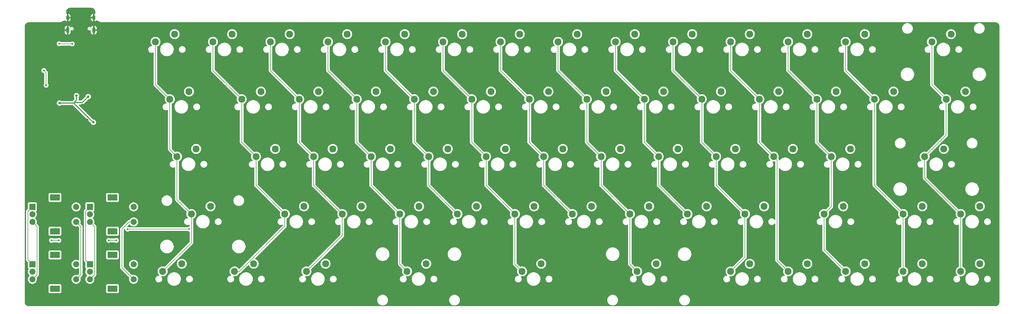
<source format=gbr>
%TF.GenerationSoftware,KiCad,Pcbnew,8.0.0*%
%TF.CreationDate,2024-11-20T19:58:16-08:00*%
%TF.ProjectId,Hampter1.3,48616d70-7465-4723-912e-332e6b696361,rev?*%
%TF.SameCoordinates,Original*%
%TF.FileFunction,Copper,L2,Bot*%
%TF.FilePolarity,Positive*%
%FSLAX46Y46*%
G04 Gerber Fmt 4.6, Leading zero omitted, Abs format (unit mm)*
G04 Created by KiCad (PCBNEW 8.0.0) date 2024-11-20 19:58:16*
%MOMM*%
%LPD*%
G01*
G04 APERTURE LIST*
%TA.AperFunction,ComponentPad*%
%ADD10C,2.300000*%
%TD*%
%TA.AperFunction,ComponentPad*%
%ADD11R,2.000000X2.000000*%
%TD*%
%TA.AperFunction,ComponentPad*%
%ADD12C,2.000000*%
%TD*%
%TA.AperFunction,ComponentPad*%
%ADD13R,3.200000X2.000000*%
%TD*%
%TA.AperFunction,ComponentPad*%
%ADD14O,1.000000X2.100000*%
%TD*%
%TA.AperFunction,ComponentPad*%
%ADD15O,1.000000X1.600000*%
%TD*%
%TA.AperFunction,ViaPad*%
%ADD16C,0.600000*%
%TD*%
%TA.AperFunction,ViaPad*%
%ADD17C,0.800000*%
%TD*%
%TA.AperFunction,Conductor*%
%ADD18C,0.380000*%
%TD*%
%TA.AperFunction,Conductor*%
%ADD19C,0.200000*%
%TD*%
G04 APERTURE END LIST*
D10*
%TO.P,SW3_7,1,1*%
%TO.N,COL7*%
X361621244Y-189233449D03*
%TO.P,SW3_7,2,2*%
%TO.N,Net-(D49-A)*%
X367971244Y-186693449D03*
%TD*%
%TO.P,SW2_1,1,1*%
%TO.N,COL1*%
X237793086Y-170182587D03*
%TO.P,SW2_1,2,2*%
%TO.N,Net-(D30-A)*%
X244143086Y-167642587D03*
%TD*%
%TO.P,SW0_10,1,1*%
%TO.N,COL10*%
X394970000Y-132080000D03*
%TO.P,SW0_10,2,2*%
%TO.N,Net-(D11-A)*%
X401320000Y-129540000D03*
%TD*%
%TO.P,SW3_3,1,1*%
%TO.N,COL3*%
X285421244Y-189233449D03*
%TO.P,SW3_3,2,2*%
%TO.N,Net-(D45-A)*%
X291771244Y-186693449D03*
%TD*%
%TO.P,SW2_0,1,1*%
%TO.N,COL0*%
X211607400Y-170180000D03*
%TO.P,SW2_0,2,2*%
%TO.N,Net-(D29-A)*%
X217957400Y-167640000D03*
%TD*%
%TO.P,SW0_0,1,1*%
%TO.N,COL0*%
X204470000Y-132080000D03*
%TO.P,SW0_0,2,2*%
%TO.N,Net-(D1-A)*%
X210820000Y-129540000D03*
%TD*%
%TO.P,SW1_3,1,1*%
%TO.N,COL3*%
X271132471Y-151130000D03*
%TO.P,SW1_3,2,2*%
%TO.N,Net-(D17-A)*%
X277482471Y-148590000D03*
%TD*%
D11*
%TO.P,SW2,A,A*%
%TO.N,COLA*%
X163692000Y-186857000D03*
D12*
%TO.P,SW2,B,B*%
%TO.N,COLB*%
X163692000Y-191857000D03*
%TO.P,SW2,C,C*%
%TO.N,Net-(D66-A)*%
X163692000Y-189357000D03*
D13*
%TO.P,SW2,MP*%
%TO.N,N/C*%
X171192000Y-183757000D03*
X171192000Y-194957000D03*
D12*
%TO.P,SW2,S1,S1*%
%TO.N,COLS*%
X178192000Y-191857000D03*
%TO.P,SW2,S2,S2*%
%TO.N,Net-(D67-A)*%
X178192000Y-186857000D03*
%TD*%
D10*
%TO.P,SW2_5,1,1*%
%TO.N,COL5*%
X313993086Y-170182587D03*
%TO.P,SW2_5,2,2*%
%TO.N,Net-(D34-A)*%
X320343086Y-167642587D03*
%TD*%
%TO.P,SW2_6,1,1*%
%TO.N,COL6*%
X333043086Y-170182587D03*
%TO.P,SW2_6,2,2*%
%TO.N,Net-(D35-A)*%
X339393086Y-167642587D03*
%TD*%
%TO.P,SW0_9,1,1*%
%TO.N,COL9*%
X375920000Y-132080000D03*
%TO.P,SW0_9,2,2*%
%TO.N,Net-(D10-A)*%
X382270000Y-129540000D03*
%TD*%
%TO.P,SW2_9,1,1*%
%TO.N,COL9*%
X390193086Y-170182587D03*
%TO.P,SW2_9,2,2*%
%TO.N,Net-(D38-A)*%
X396543086Y-167642587D03*
%TD*%
%TO.P,SW1_4,1,1*%
%TO.N,COL4*%
X290182471Y-151130000D03*
%TO.P,SW1_4,2,2*%
%TO.N,Net-(D18-A)*%
X296532471Y-148590000D03*
%TD*%
%TO.P,SW1_9,1,1*%
%TO.N,COL9*%
X385432471Y-151130000D03*
%TO.P,SW1_9,2,2*%
%TO.N,Net-(D23-A)*%
X391782471Y-148590000D03*
%TD*%
%TO.P,SW3_2,1,1*%
%TO.N,COL2*%
X266371244Y-189233449D03*
%TO.P,SW3_2,2,2*%
%TO.N,Net-(D44-A)*%
X272721244Y-186693449D03*
%TD*%
%TO.P,SW0_4,1,1*%
%TO.N,COL4*%
X280670000Y-132080000D03*
%TO.P,SW0_4,2,2*%
%TO.N,Net-(D5-A)*%
X287020000Y-129540000D03*
%TD*%
%TO.P,SW4_7,1,1*%
%TO.N,COL10*%
X414020000Y-208285898D03*
%TO.P,SW4_7,2,2*%
%TO.N,Net-(D62-A)*%
X420370000Y-205745898D03*
%TD*%
D11*
%TO.P,SW5,A,A*%
%TO.N,COLA2*%
X182742000Y-205907000D03*
D12*
%TO.P,SW5,B,B*%
%TO.N,COLB2*%
X182742000Y-210907000D03*
%TO.P,SW5,C,C*%
%TO.N,Net-(D72-A)*%
X182742000Y-208407000D03*
D13*
%TO.P,SW5,MP*%
%TO.N,N/C*%
X190242000Y-202807000D03*
X190242000Y-214007000D03*
D12*
%TO.P,SW5,S1,S1*%
%TO.N,COLS2*%
X197242000Y-210907000D03*
%TO.P,SW5,S2,S2*%
%TO.N,Net-(D73-A)*%
X197242000Y-205907000D03*
%TD*%
D11*
%TO.P,SW3,A,A*%
%TO.N,COLA2*%
X182742000Y-186857000D03*
D12*
%TO.P,SW3,B,B*%
%TO.N,COLB2*%
X182742000Y-191857000D03*
%TO.P,SW3,C,C*%
%TO.N,Net-(D68-A)*%
X182742000Y-189357000D03*
D13*
%TO.P,SW3,MP*%
%TO.N,N/C*%
X190242000Y-183757000D03*
X190242000Y-194957000D03*
D12*
%TO.P,SW3,S1,S1*%
%TO.N,COLS2*%
X197242000Y-191857000D03*
%TO.P,SW3,S2,S2*%
%TO.N,Net-(D69-A)*%
X197242000Y-186857000D03*
%TD*%
D10*
%TO.P,SW2_2,1,1*%
%TO.N,COL2*%
X256843086Y-170182587D03*
%TO.P,SW2_2,2,2*%
%TO.N,Net-(D31-A)*%
X263193086Y-167642587D03*
%TD*%
%TO.P,SW1_8,1,1*%
%TO.N,COL8*%
X366382471Y-151130000D03*
%TO.P,SW1_8,2,2*%
%TO.N,Net-(D22-A)*%
X372732471Y-148590000D03*
%TD*%
%TO.P,SW0_1,1,1*%
%TO.N,COL1*%
X223520000Y-132080000D03*
%TO.P,SW0_1,2,2*%
%TO.N,Net-(D2-A)*%
X229870000Y-129540000D03*
%TD*%
%TO.P,SW4_3,1,1*%
%TO.N,COL3*%
X287808311Y-208282449D03*
%TO.P,SW4_3,2,2*%
%TO.N,Net-(D58-A)*%
X294158311Y-205742449D03*
%TD*%
D14*
%TO.P,J1,S1,SHIELD*%
%TO.N,GND*%
X184025000Y-128225000D03*
D15*
X184025000Y-124045000D03*
D14*
X175385000Y-128225000D03*
D15*
X175385000Y-124045000D03*
%TD*%
D10*
%TO.P,SW1_5,1,1*%
%TO.N,COL5*%
X309232471Y-151130000D03*
%TO.P,SW1_5,2,2*%
%TO.N,Net-(D19-A)*%
X315582471Y-148590000D03*
%TD*%
%TO.P,SW2_8,1,1*%
%TO.N,COL8*%
X371143086Y-170182587D03*
%TO.P,SW2_8,2,2*%
%TO.N,Net-(D37-A)*%
X377493086Y-167642587D03*
%TD*%
%TO.P,SW2_11,1,1*%
%TO.N,COL11*%
X428293086Y-170182587D03*
%TO.P,SW2_11,2,2*%
%TO.N,Net-(D40-A)*%
X434643086Y-167642587D03*
%TD*%
%TO.P,SW0_6,1,1*%
%TO.N,COL6*%
X318770000Y-132080000D03*
%TO.P,SW0_6,2,2*%
%TO.N,Net-(D7-A)*%
X325120000Y-129540000D03*
%TD*%
%TO.P,SW2_7,1,1*%
%TO.N,COL7*%
X352093086Y-170182587D03*
%TO.P,SW2_7,2,2*%
%TO.N,Net-(D36-A)*%
X358443086Y-167642587D03*
%TD*%
%TO.P,SW3_5,1,1*%
%TO.N,COL5*%
X323521244Y-189233449D03*
%TO.P,SW3_5,2,2*%
%TO.N,Net-(D47-A)*%
X329871244Y-186693449D03*
%TD*%
%TO.P,SW3_6,1,1*%
%TO.N,COL6*%
X342571244Y-189233449D03*
%TO.P,SW3_6,2,2*%
%TO.N,Net-(D48-A)*%
X348921244Y-186693449D03*
%TD*%
%TO.P,SW0_12,1,1*%
%TO.N,COL12*%
X433070000Y-132080000D03*
%TO.P,SW0_12,2,2*%
%TO.N,Net-(D13-A)*%
X439420000Y-129540000D03*
%TD*%
%TO.P,SW3_4,1,1*%
%TO.N,COL4*%
X304471244Y-189233449D03*
%TO.P,SW3_4,2,2*%
%TO.N,Net-(D46-A)*%
X310821244Y-186693449D03*
%TD*%
%TO.P,SW4_10,1,1*%
%TO.N,COL13*%
X471170000Y-208285898D03*
%TO.P,SW4_10,2,2*%
%TO.N,Net-(D65-A)*%
X477520000Y-205745898D03*
%TD*%
%TO.P,SW2_3,1,1*%
%TO.N,COL3*%
X275893086Y-170182587D03*
%TO.P,SW2_3,2,2*%
%TO.N,Net-(D32-A)*%
X282243086Y-167642587D03*
%TD*%
%TO.P,SW1_10,1,1*%
%TO.N,COL10*%
X404482471Y-151130000D03*
%TO.P,SW1_10,2,2*%
%TO.N,Net-(D24-A)*%
X410832471Y-148590000D03*
%TD*%
%TO.P,SW1_11,1,1*%
%TO.N,COL11*%
X423532471Y-151130000D03*
%TO.P,SW1_11,2,2*%
%TO.N,Net-(D25-A)*%
X429882471Y-148590000D03*
%TD*%
%TO.P,SW3_11,1,1*%
%TO.N,COL12*%
X452120000Y-189230000D03*
%TO.P,SW3_11,2,2*%
%TO.N,Net-(D53-A)*%
X458470000Y-186690000D03*
%TD*%
%TO.P,SW4_5,1,1*%
%TO.N,COL7*%
X364008311Y-208282449D03*
%TO.P,SW4_5,2,2*%
%TO.N,Net-(D60-A)*%
X370358311Y-205742449D03*
%TD*%
%TO.P,SW0_7,1,1*%
%TO.N,COL7*%
X337820000Y-132080000D03*
%TO.P,SW0_7,2,2*%
%TO.N,Net-(D8-A)*%
X344170000Y-129540000D03*
%TD*%
%TO.P,SW4_9,1,1*%
%TO.N,COL12*%
X452120000Y-208285898D03*
%TO.P,SW4_9,2,2*%
%TO.N,Net-(D64-A)*%
X458470000Y-205745898D03*
%TD*%
%TO.P,SW3_10,1,1*%
%TO.N,COL11*%
X425910055Y-189235173D03*
%TO.P,SW3_10,2,2*%
%TO.N,Net-(D52-A)*%
X432260055Y-186695173D03*
%TD*%
%TO.P,SW3_1,1,1*%
%TO.N,COL1*%
X247321244Y-189233449D03*
%TO.P,SW3_1,2,2*%
%TO.N,Net-(D43-A)*%
X253671244Y-186693449D03*
%TD*%
D11*
%TO.P,SW4,A,A*%
%TO.N,COLA*%
X163692000Y-205907000D03*
D12*
%TO.P,SW4,B,B*%
%TO.N,COLB*%
X163692000Y-210907000D03*
%TO.P,SW4,C,C*%
%TO.N,Net-(D70-A)*%
X163692000Y-208407000D03*
D13*
%TO.P,SW4,MP*%
%TO.N,N/C*%
X171192000Y-202807000D03*
X171192000Y-214007000D03*
D12*
%TO.P,SW4,S1,S1*%
%TO.N,COLS*%
X178192000Y-210907000D03*
%TO.P,SW4,S2,S2*%
%TO.N,Net-(D71-A)*%
X178192000Y-205907000D03*
%TD*%
D10*
%TO.P,SW3_8,1,1*%
%TO.N,COL8*%
X380671244Y-189233449D03*
%TO.P,SW3_8,2,2*%
%TO.N,Net-(D50-A)*%
X387021244Y-186693449D03*
%TD*%
%TO.P,SW0_11,1,1*%
%TO.N,COL11*%
X414020000Y-132080000D03*
%TO.P,SW0_11,2,2*%
%TO.N,Net-(D12-A)*%
X420370000Y-129540000D03*
%TD*%
%TO.P,SW1_1,1,1*%
%TO.N,COL1*%
X233032471Y-151130000D03*
%TO.P,SW1_1,2,2*%
%TO.N,Net-(D15-A)*%
X239382471Y-148590000D03*
%TD*%
%TO.P,SW0_2,1,1*%
%TO.N,COL2*%
X242570000Y-132080000D03*
%TO.P,SW0_2,2,2*%
%TO.N,Net-(D3-A)*%
X248920000Y-129540000D03*
%TD*%
%TO.P,SW2_4,1,1*%
%TO.N,COL4*%
X294943086Y-170182587D03*
%TO.P,SW2_4,2,2*%
%TO.N,Net-(D33-A)*%
X301293086Y-167642587D03*
%TD*%
%TO.P,SW4_0,1,1*%
%TO.N,COL0*%
X206846730Y-208282449D03*
%TO.P,SW4_0,2,2*%
%TO.N,Net-(D55-A)*%
X213196730Y-205742449D03*
%TD*%
%TO.P,SW4_1,1,1*%
%TO.N,COL1*%
X230658311Y-208282449D03*
%TO.P,SW4_1,2,2*%
%TO.N,Net-(D56-A)*%
X237008311Y-205742449D03*
%TD*%
%TO.P,SW4_2,1,1*%
%TO.N,COL2*%
X254475290Y-208282449D03*
%TO.P,SW4_2,2,2*%
%TO.N,Net-(D57-A)*%
X260825290Y-205742449D03*
%TD*%
%TO.P,SW3_9,1,1*%
%TO.N,COL9*%
X399721244Y-189233449D03*
%TO.P,SW3_9,2,2*%
%TO.N,Net-(D51-A)*%
X406071244Y-186693449D03*
%TD*%
%TO.P,SW1_0,1,1*%
%TO.N,COL0*%
X209232671Y-151130000D03*
%TO.P,SW1_0,2,2*%
%TO.N,Net-(D14-A)*%
X215582671Y-148590000D03*
%TD*%
%TO.P,SW2_12,1,1*%
%TO.N,COL13*%
X459255686Y-170182587D03*
%TO.P,SW2_12,2,2*%
%TO.N,Net-(D41-A)*%
X465605686Y-167642587D03*
%TD*%
%TO.P,SW4_8,1,1*%
%TO.N,COL11*%
X433070000Y-208285898D03*
%TO.P,SW4_8,2,2*%
%TO.N,Net-(D63-A)*%
X439420000Y-205745898D03*
%TD*%
%TO.P,SW1_7,1,1*%
%TO.N,COL7*%
X347332471Y-151130000D03*
%TO.P,SW1_7,2,2*%
%TO.N,Net-(D21-A)*%
X353682471Y-148590000D03*
%TD*%
%TO.P,SW4_6,1,1*%
%TO.N,COL9*%
X394970000Y-208285898D03*
%TO.P,SW4_6,2,2*%
%TO.N,Net-(D61-A)*%
X401320000Y-205745898D03*
%TD*%
%TO.P,SW3_0,1,1*%
%TO.N,COL0*%
X216364994Y-189233449D03*
%TO.P,SW3_0,2,2*%
%TO.N,Net-(D42-A)*%
X222714994Y-186693449D03*
%TD*%
%TO.P,SW3_12,1,1*%
%TO.N,COL13*%
X471170000Y-189230000D03*
%TO.P,SW3_12,2,2*%
%TO.N,Net-(D54-A)*%
X477520000Y-186690000D03*
%TD*%
%TO.P,SW0_3,1,1*%
%TO.N,COL3*%
X261620000Y-132080000D03*
%TO.P,SW0_3,2,2*%
%TO.N,Net-(D4-A)*%
X267970000Y-129540000D03*
%TD*%
%TO.P,SW0_13,1,1*%
%TO.N,COL13*%
X461645000Y-132080000D03*
%TO.P,SW0_13,2,2*%
%TO.N,Net-(D28-A)*%
X467995000Y-129540000D03*
%TD*%
%TO.P,SW4_4,1,1*%
%TO.N,COL5*%
X325908311Y-208282449D03*
%TO.P,SW4_4,2,2*%
%TO.N,Net-(D59-A)*%
X332258311Y-205742449D03*
%TD*%
%TO.P,SW1_6,1,1*%
%TO.N,COL6*%
X328282471Y-151130000D03*
%TO.P,SW1_6,2,2*%
%TO.N,Net-(D20-A)*%
X334632471Y-148590000D03*
%TD*%
%TO.P,SW1_12,1,1*%
%TO.N,COL12*%
X442582471Y-151130000D03*
%TO.P,SW1_12,2,2*%
%TO.N,Net-(D26-A)*%
X448932471Y-148590000D03*
%TD*%
%TO.P,SW1_2,1,1*%
%TO.N,COL2*%
X252082471Y-151130000D03*
%TO.P,SW1_2,2,2*%
%TO.N,Net-(D16-A)*%
X258432471Y-148590000D03*
%TD*%
%TO.P,SW2_10,1,1*%
%TO.N,COL10*%
X409243086Y-170182587D03*
%TO.P,SW2_10,2,2*%
%TO.N,Net-(D39-A)*%
X415593086Y-167642587D03*
%TD*%
%TO.P,SW1_13,1,1*%
%TO.N,COL13*%
X466408149Y-151136070D03*
%TO.P,SW1_13,2,2*%
%TO.N,Net-(D27-A)*%
X472758149Y-148596070D03*
%TD*%
%TO.P,SW0_5,1,1*%
%TO.N,COL5*%
X299720000Y-132080000D03*
%TO.P,SW0_5,2,2*%
%TO.N,Net-(D6-A)*%
X306070000Y-129540000D03*
%TD*%
%TO.P,SW0_8,1,1*%
%TO.N,COL8*%
X356870000Y-132080000D03*
%TO.P,SW0_8,2,2*%
%TO.N,Net-(D9-A)*%
X363220000Y-129540000D03*
%TD*%
D16*
%TO.N,GND*%
X165608000Y-130429000D03*
X169799000Y-131191000D03*
D17*
X174294343Y-155996223D03*
D16*
X161925000Y-135255000D03*
D17*
X180218418Y-153034135D03*
D16*
X192786000Y-145288000D03*
X190119000Y-179832000D03*
D17*
X181853879Y-157988000D03*
D16*
X192405000Y-133731000D03*
X480441000Y-163576000D03*
X187198000Y-150622000D03*
X187325000Y-157353000D03*
X183642000Y-150368000D03*
X472694000Y-217043000D03*
X180848000Y-149352000D03*
X329184000Y-201803000D03*
X259588000Y-217170000D03*
X178054000Y-201295000D03*
X173609000Y-159258000D03*
X175895000Y-171958000D03*
X181864000Y-153797000D03*
X175514000Y-138176000D03*
X192278000Y-158369000D03*
X165608000Y-168402000D03*
D17*
%TO.N,+5V*%
X172677897Y-152404121D03*
X178335458Y-149979452D03*
X182196969Y-150248859D03*
X183903217Y-158778001D03*
D16*
%TO.N,ROW3*%
X191516000Y-197993000D03*
X188976000Y-197993000D03*
X170053000Y-197993000D03*
X172466000Y-197993000D03*
X195233415Y-194257000D03*
X215646000Y-194218000D03*
%TO.N,Net-(J1-CC2)*%
X176911000Y-132767000D03*
X172593000Y-132715000D03*
%TO.N,Net-(U1-~{RESET})*%
X168251579Y-146489524D03*
X167513000Y-141605000D03*
%TD*%
D18*
%TO.N,GND*%
X175385000Y-128225000D02*
X175385000Y-124045000D01*
X176286120Y-157988000D02*
X181853879Y-157988000D01*
X174294343Y-155996223D02*
X176286120Y-157988000D01*
X175385000Y-124045000D02*
X184025000Y-124045000D01*
X184025000Y-124045000D02*
X184025000Y-128225000D01*
%TO.N,+5V*%
X180201513Y-152244315D02*
X182196969Y-150248859D01*
X177387228Y-152404121D02*
X183761109Y-158778001D01*
X177387228Y-152404121D02*
X177547034Y-152244315D01*
X172677897Y-152404121D02*
X177387228Y-152404121D01*
X177547034Y-152244315D02*
X178335458Y-151455891D01*
X177547034Y-152244315D02*
X180201513Y-152244315D01*
X183761109Y-158778001D02*
X183903217Y-158778001D01*
X178335458Y-151455891D02*
X178335458Y-149979452D01*
D19*
%TO.N,ROW3*%
X188976000Y-197993000D02*
X191516000Y-197993000D01*
X170053000Y-197993000D02*
X172466000Y-197993000D01*
X195272415Y-194218000D02*
X215646000Y-194218000D01*
X195233415Y-194257000D02*
X195272415Y-194218000D01*
%TO.N,Net-(J1-CC2)*%
X172593000Y-132715000D02*
X172645000Y-132767000D01*
X172645000Y-132767000D02*
X176911000Y-132767000D01*
%TO.N,Net-(U1-~{RESET})*%
X167513000Y-141605000D02*
X168251579Y-142343579D01*
X168251579Y-142343579D02*
X168251579Y-146489524D01*
%TO.N,COL0*%
X204470000Y-146367329D02*
X209232671Y-151130000D01*
X209232671Y-167805271D02*
X211607400Y-170180000D01*
X209232671Y-151130000D02*
X209232671Y-167805271D01*
X204470000Y-132080000D02*
X204470000Y-146367329D01*
X211607400Y-184475855D02*
X216364994Y-189233449D01*
X216364994Y-189233449D02*
X216364994Y-198764185D01*
X216364994Y-198764185D02*
X206846730Y-208282449D01*
X211607400Y-170180000D02*
X211607400Y-184475855D01*
%TO.N,COL1*%
X247321244Y-193245861D02*
X247321244Y-189233449D01*
X223520000Y-141617529D02*
X233032471Y-151130000D01*
X230658311Y-208282449D02*
X232284656Y-208282449D01*
X237793086Y-179705291D02*
X247321244Y-189233449D01*
X233032471Y-165421972D02*
X237793086Y-170182587D01*
X233032471Y-151130000D02*
X233032471Y-165421972D01*
X223520000Y-132080000D02*
X223520000Y-141617529D01*
X232284656Y-208282449D02*
X247321244Y-193245861D01*
X237793086Y-170182587D02*
X237793086Y-179705291D01*
%TO.N,COL2*%
X256843086Y-179705291D02*
X266371244Y-189233449D01*
X256843086Y-170182587D02*
X256843086Y-179705291D01*
X252082471Y-151130000D02*
X252082471Y-165421972D01*
X266371244Y-196386495D02*
X254475290Y-208282449D01*
X242570000Y-132080000D02*
X242570000Y-141617529D01*
X266371244Y-189233449D02*
X266371244Y-196386495D01*
X252082471Y-165421972D02*
X256843086Y-170182587D01*
X242570000Y-141617529D02*
X252082471Y-151130000D01*
%TO.N,COL3*%
X271132471Y-151130000D02*
X271132471Y-165421972D01*
X275893086Y-170182587D02*
X275893086Y-179705291D01*
X261620000Y-132080000D02*
X261620000Y-141617529D01*
X271132471Y-165421972D02*
X275893086Y-170182587D01*
X275893086Y-179705291D02*
X285421244Y-189233449D01*
X285421244Y-189233449D02*
X285421244Y-205895382D01*
X285421244Y-205895382D02*
X287808311Y-208282449D01*
X261620000Y-141617529D02*
X271132471Y-151130000D01*
%TO.N,COL4*%
X294943086Y-179705291D02*
X304471244Y-189233449D01*
X290182471Y-151130000D02*
X290182471Y-165421972D01*
X280670000Y-141617529D02*
X290182471Y-151130000D01*
X280670000Y-132080000D02*
X280670000Y-141617529D01*
X290182471Y-165421972D02*
X294943086Y-170182587D01*
X294943086Y-170182587D02*
X294943086Y-179705291D01*
%TO.N,COL5*%
X309232471Y-165421972D02*
X309232471Y-151130000D01*
X313993086Y-170182587D02*
X313993086Y-179705291D01*
X323521244Y-189233449D02*
X323521244Y-205895382D01*
X323521244Y-205895382D02*
X325908311Y-208282449D01*
X299720000Y-132080000D02*
X299720000Y-141617529D01*
X313993086Y-179705291D02*
X323521244Y-189233449D01*
X299720000Y-141617529D02*
X309232471Y-151130000D01*
X313993086Y-170182587D02*
X309232471Y-165421972D01*
%TO.N,COL6*%
X318770000Y-141617529D02*
X328282471Y-151130000D01*
X328282471Y-165421972D02*
X333043086Y-170182587D01*
X333043086Y-179705291D02*
X342571244Y-189233449D01*
X318770000Y-132080000D02*
X318770000Y-141617529D01*
X333043086Y-170182587D02*
X333043086Y-179705291D01*
X328282471Y-151130000D02*
X328282471Y-165421972D01*
%TO.N,COL7*%
X337820000Y-132080000D02*
X337820000Y-141617529D01*
X352093086Y-179705291D02*
X361621244Y-189233449D01*
X337820000Y-141617529D02*
X347332471Y-151130000D01*
X347332471Y-165421972D02*
X352093086Y-170182587D01*
X352093086Y-170182587D02*
X352093086Y-179705291D01*
X361621244Y-205895382D02*
X364008311Y-208282449D01*
X361621244Y-189233449D02*
X361621244Y-205895382D01*
X347332471Y-151130000D02*
X347332471Y-165421972D01*
%TO.N,COL8*%
X356870000Y-141617529D02*
X366382471Y-151130000D01*
X371143086Y-170182587D02*
X371143086Y-179705291D01*
X366382471Y-165421972D02*
X371143086Y-170182587D01*
X356870000Y-132080000D02*
X356870000Y-141617529D01*
X371143086Y-179705291D02*
X380671244Y-189233449D01*
X366382471Y-151130000D02*
X366382471Y-165421972D01*
%TO.N,COL9*%
X385432471Y-165421972D02*
X390193086Y-170182587D01*
X399721244Y-203534654D02*
X394970000Y-208285898D01*
X385432471Y-151130000D02*
X385432471Y-165421972D01*
X399721244Y-189233449D02*
X390193086Y-179705291D01*
X375920000Y-132080000D02*
X375920000Y-141617529D01*
X390193086Y-179705291D02*
X390193086Y-170182587D01*
X399721244Y-189233449D02*
X399721244Y-203534654D01*
X375920000Y-141617529D02*
X385432471Y-151130000D01*
%TO.N,COL10*%
X410393086Y-204658984D02*
X414020000Y-208285898D01*
X404482471Y-165421972D02*
X404482471Y-151130000D01*
X394970000Y-132080000D02*
X394970000Y-141617529D01*
X394970000Y-141617529D02*
X404482471Y-151130000D01*
X409243086Y-170182587D02*
X404482471Y-165421972D01*
X410393086Y-171332587D02*
X410393086Y-204658984D01*
X409243086Y-170182587D02*
X410393086Y-171332587D01*
%TO.N,COL11*%
X423532471Y-165421972D02*
X423532471Y-151130000D01*
X428293086Y-186852142D02*
X425910055Y-189235173D01*
X428293086Y-170182587D02*
X423532471Y-165421972D01*
X425910055Y-201125953D02*
X433070000Y-208285898D01*
X414020000Y-132080000D02*
X414020000Y-141617529D01*
X414020000Y-141617529D02*
X423532471Y-151130000D01*
X428293086Y-170182587D02*
X428293086Y-186852142D01*
X425910055Y-189235173D02*
X425910055Y-201125953D01*
%TO.N,COL12*%
X433070000Y-141617529D02*
X442582471Y-151130000D01*
X442582471Y-179692471D02*
X452120000Y-189230000D01*
X442582471Y-151130000D02*
X442582471Y-179692471D01*
X433070000Y-132080000D02*
X433070000Y-141617529D01*
X452120000Y-189230000D02*
X452120000Y-208285898D01*
%TO.N,COL13*%
X461645000Y-132080000D02*
X461645000Y-146372921D01*
X459255686Y-170182587D02*
X459255686Y-177315686D01*
X466408149Y-151136070D02*
X466363149Y-151181070D01*
X466363149Y-151181070D02*
X466363149Y-163075124D01*
X466363149Y-163075124D02*
X459255686Y-170182587D01*
X471170000Y-208285898D02*
X471170000Y-189230000D01*
X461645000Y-146372921D02*
X466408149Y-151136070D01*
X459255686Y-177315686D02*
X471170000Y-189230000D01*
%TO.N,COLB*%
X163692000Y-191857000D02*
X165227000Y-193392000D01*
X165227000Y-193392000D02*
X165227000Y-209372000D01*
X165227000Y-209372000D02*
X163692000Y-210907000D01*
%TO.N,COLS*%
X178192000Y-191857000D02*
X179705000Y-193370000D01*
X179705000Y-193370000D02*
X179705000Y-209394000D01*
X179705000Y-209394000D02*
X178192000Y-210907000D01*
%TO.N,COLA*%
X162179000Y-204394000D02*
X162179000Y-188370000D01*
X163692000Y-205907000D02*
X162179000Y-204394000D01*
X162179000Y-188370000D02*
X163692000Y-186857000D01*
%TO.N,COLS2*%
X193381000Y-194223000D02*
X193381000Y-207046000D01*
X193381000Y-207046000D02*
X197242000Y-210907000D01*
X197242000Y-191857000D02*
X195747000Y-191857000D01*
X195747000Y-191857000D02*
X193381000Y-194223000D01*
%TO.N,COLA2*%
X181356000Y-204521000D02*
X182742000Y-205907000D01*
X182742000Y-186857000D02*
X181356000Y-188243000D01*
X181356000Y-188243000D02*
X181356000Y-204521000D01*
%TO.N,COLB2*%
X184277000Y-193392000D02*
X184277000Y-209372000D01*
X184277000Y-209372000D02*
X182742000Y-210907000D01*
X182742000Y-191857000D02*
X184277000Y-193392000D01*
%TD*%
%TA.AperFunction,Conductor*%
%TO.N,GND*%
G36*
X183138853Y-120769879D02*
G01*
X183343988Y-120786024D01*
X183363198Y-120789067D01*
X183558533Y-120835962D01*
X183577024Y-120841971D01*
X183726649Y-120903947D01*
X183762615Y-120918845D01*
X183779952Y-120927679D01*
X183951222Y-121032634D01*
X183966963Y-121044071D01*
X184119710Y-121174529D01*
X184133469Y-121188288D01*
X184263927Y-121341035D01*
X184275364Y-121356776D01*
X184380319Y-121528046D01*
X184389153Y-121545383D01*
X184466024Y-121730966D01*
X184472037Y-121749471D01*
X184518931Y-121944796D01*
X184521975Y-121964015D01*
X184538118Y-122169121D01*
X184538500Y-122178850D01*
X184538501Y-122689727D01*
X184518817Y-122756766D01*
X184466013Y-122802521D01*
X184396854Y-122812465D01*
X184367049Y-122804288D01*
X184316691Y-122783429D01*
X184316683Y-122783427D01*
X184275000Y-122775135D01*
X184275000Y-123578011D01*
X184265060Y-123560795D01*
X184209205Y-123504940D01*
X184140796Y-123465444D01*
X184064496Y-123445000D01*
X183985504Y-123445000D01*
X183909204Y-123465444D01*
X183840795Y-123504940D01*
X183784940Y-123560795D01*
X183775000Y-123578011D01*
X183775000Y-122775136D01*
X183774999Y-122775135D01*
X183733316Y-122783427D01*
X183733308Y-122783429D01*
X183551328Y-122858807D01*
X183551315Y-122858814D01*
X183387537Y-122968248D01*
X183387533Y-122968251D01*
X183248251Y-123107533D01*
X183248248Y-123107537D01*
X183138814Y-123271315D01*
X183138807Y-123271328D01*
X183063430Y-123453306D01*
X183063427Y-123453318D01*
X183025000Y-123646504D01*
X183025000Y-123795000D01*
X183725000Y-123795000D01*
X183725000Y-124295000D01*
X183025000Y-124295000D01*
X183025000Y-124443495D01*
X183063427Y-124636681D01*
X183063430Y-124636693D01*
X183138807Y-124818671D01*
X183138814Y-124818684D01*
X183248248Y-124982462D01*
X183248251Y-124982466D01*
X183387533Y-125121748D01*
X183387537Y-125121751D01*
X183551315Y-125231185D01*
X183551328Y-125231192D01*
X183733308Y-125306569D01*
X183775000Y-125314862D01*
X183775000Y-124511988D01*
X183784940Y-124529205D01*
X183840795Y-124585060D01*
X183909204Y-124624556D01*
X183985504Y-124645000D01*
X184064496Y-124645000D01*
X184140796Y-124624556D01*
X184209205Y-124585060D01*
X184265060Y-124529205D01*
X184275000Y-124511988D01*
X184275000Y-125314862D01*
X184316690Y-125306569D01*
X184316692Y-125306569D01*
X184498671Y-125231192D01*
X184498684Y-125231185D01*
X184662462Y-125121751D01*
X184662466Y-125121748D01*
X184801749Y-124982465D01*
X184811897Y-124967278D01*
X184865509Y-124922473D01*
X184934834Y-124913764D01*
X184997862Y-124943919D01*
X185034581Y-125003361D01*
X185039000Y-125036168D01*
X185039000Y-125095000D01*
X185430673Y-125095000D01*
X185497712Y-125114685D01*
X185501113Y-125116950D01*
X185516791Y-125127772D01*
X185697269Y-125252347D01*
X185954947Y-125387587D01*
X186166661Y-125467879D01*
X186227042Y-125490779D01*
X186227044Y-125490779D01*
X186227048Y-125490781D01*
X186509604Y-125560425D01*
X186733013Y-125587551D01*
X186798491Y-125595502D01*
X186798494Y-125595502D01*
X187061248Y-125595502D01*
X187061251Y-125595500D01*
X482595125Y-125595500D01*
X482604854Y-125595882D01*
X482631150Y-125597951D01*
X482809990Y-125612026D01*
X482829199Y-125615069D01*
X483024532Y-125661964D01*
X483043024Y-125667972D01*
X483188602Y-125728273D01*
X483228616Y-125744848D01*
X483245953Y-125753682D01*
X483417222Y-125858636D01*
X483432963Y-125870073D01*
X483585710Y-126000531D01*
X483599469Y-126014289D01*
X483729927Y-126167035D01*
X483741365Y-126182778D01*
X483846319Y-126354049D01*
X483855152Y-126371385D01*
X483932024Y-126556969D01*
X483938037Y-126575475D01*
X483984929Y-126770797D01*
X483987973Y-126790015D01*
X484004120Y-126995170D01*
X484004502Y-127004899D01*
X484004502Y-218435125D01*
X484004120Y-218444854D01*
X483987975Y-218649986D01*
X483984931Y-218669204D01*
X483938039Y-218864526D01*
X483932026Y-218883033D01*
X483855153Y-219068617D01*
X483846320Y-219085952D01*
X483741366Y-219257223D01*
X483729928Y-219272966D01*
X483599470Y-219425712D01*
X483585712Y-219439470D01*
X483432966Y-219569928D01*
X483417223Y-219581366D01*
X483245952Y-219686320D01*
X483228617Y-219695153D01*
X483043033Y-219772026D01*
X483024526Y-219778039D01*
X482829204Y-219824931D01*
X482809986Y-219827975D01*
X482612125Y-219843547D01*
X482604868Y-219844119D01*
X482604855Y-219844120D01*
X482595126Y-219844502D01*
X162633503Y-219844502D01*
X162633487Y-219844501D01*
X162625891Y-219844501D01*
X162564874Y-219844501D01*
X162555145Y-219844119D01*
X162350014Y-219827974D01*
X162330796Y-219824930D01*
X162135474Y-219778038D01*
X162116971Y-219772026D01*
X161931385Y-219695153D01*
X161931383Y-219695152D01*
X161914048Y-219686319D01*
X161743730Y-219581949D01*
X161742774Y-219581363D01*
X161727034Y-219569927D01*
X161574288Y-219439469D01*
X161560530Y-219425711D01*
X161430072Y-219272965D01*
X161418635Y-219257223D01*
X161313679Y-219085950D01*
X161304847Y-219068616D01*
X161227970Y-218883020D01*
X161221963Y-218864532D01*
X161175068Y-218669198D01*
X161172025Y-218649985D01*
X161167616Y-218593970D01*
X161155881Y-218444865D01*
X161155499Y-218435136D01*
X161155499Y-217923763D01*
X277937561Y-217923763D01*
X277961176Y-218103129D01*
X277967924Y-218154379D01*
X277998026Y-218266723D01*
X278028129Y-218379069D01*
X278117144Y-218593970D01*
X278117149Y-218593981D01*
X278233448Y-218795415D01*
X278233459Y-218795431D01*
X278375057Y-218979966D01*
X278375063Y-218979973D01*
X278539536Y-219144446D01*
X278539542Y-219144451D01*
X278724087Y-219286057D01*
X278724094Y-219286061D01*
X278925528Y-219402360D01*
X278925533Y-219402362D01*
X278925536Y-219402364D01*
X278989972Y-219429054D01*
X279140440Y-219491380D01*
X279140441Y-219491380D01*
X279140443Y-219491381D01*
X279365131Y-219551586D01*
X279595754Y-219581949D01*
X279595761Y-219581949D01*
X279828361Y-219581949D01*
X279828368Y-219581949D01*
X280058991Y-219551586D01*
X280283679Y-219491381D01*
X280498586Y-219402364D01*
X280700035Y-219286057D01*
X280884580Y-219144451D01*
X281049063Y-218979968D01*
X281190669Y-218795423D01*
X281306976Y-218593974D01*
X281395993Y-218379067D01*
X281456198Y-218154379D01*
X281486560Y-217923763D01*
X301750061Y-217923763D01*
X301773676Y-218103129D01*
X301780424Y-218154379D01*
X301810526Y-218266723D01*
X301840629Y-218379069D01*
X301929644Y-218593970D01*
X301929649Y-218593981D01*
X302045948Y-218795415D01*
X302045959Y-218795431D01*
X302187557Y-218979966D01*
X302187563Y-218979973D01*
X302352036Y-219144446D01*
X302352042Y-219144451D01*
X302536587Y-219286057D01*
X302536594Y-219286061D01*
X302738028Y-219402360D01*
X302738033Y-219402362D01*
X302738036Y-219402364D01*
X302802472Y-219429054D01*
X302952940Y-219491380D01*
X302952941Y-219491380D01*
X302952943Y-219491381D01*
X303177631Y-219551586D01*
X303408254Y-219581949D01*
X303408261Y-219581949D01*
X303640861Y-219581949D01*
X303640868Y-219581949D01*
X303871491Y-219551586D01*
X304096179Y-219491381D01*
X304311086Y-219402364D01*
X304512535Y-219286057D01*
X304697080Y-219144451D01*
X304861563Y-218979968D01*
X305003169Y-218795423D01*
X305119476Y-218593974D01*
X305208493Y-218379067D01*
X305268698Y-218154379D01*
X305299060Y-217923763D01*
X354137561Y-217923763D01*
X354161176Y-218103129D01*
X354167924Y-218154379D01*
X354198026Y-218266723D01*
X354228129Y-218379069D01*
X354317144Y-218593970D01*
X354317149Y-218593981D01*
X354433448Y-218795415D01*
X354433459Y-218795431D01*
X354575057Y-218979966D01*
X354575063Y-218979973D01*
X354739536Y-219144446D01*
X354739542Y-219144451D01*
X354924087Y-219286057D01*
X354924094Y-219286061D01*
X355125528Y-219402360D01*
X355125533Y-219402362D01*
X355125536Y-219402364D01*
X355189972Y-219429054D01*
X355340440Y-219491380D01*
X355340441Y-219491380D01*
X355340443Y-219491381D01*
X355565131Y-219551586D01*
X355795754Y-219581949D01*
X355795761Y-219581949D01*
X356028361Y-219581949D01*
X356028368Y-219581949D01*
X356258991Y-219551586D01*
X356483679Y-219491381D01*
X356698586Y-219402364D01*
X356900035Y-219286057D01*
X357084580Y-219144451D01*
X357249063Y-218979968D01*
X357390669Y-218795423D01*
X357506976Y-218593974D01*
X357595993Y-218379067D01*
X357656198Y-218154379D01*
X357686560Y-217923763D01*
X377950061Y-217923763D01*
X377973676Y-218103129D01*
X377980424Y-218154379D01*
X378010526Y-218266723D01*
X378040629Y-218379069D01*
X378129644Y-218593970D01*
X378129649Y-218593981D01*
X378245948Y-218795415D01*
X378245959Y-218795431D01*
X378387557Y-218979966D01*
X378387563Y-218979973D01*
X378552036Y-219144446D01*
X378552042Y-219144451D01*
X378736587Y-219286057D01*
X378736594Y-219286061D01*
X378938028Y-219402360D01*
X378938033Y-219402362D01*
X378938036Y-219402364D01*
X379002472Y-219429054D01*
X379152940Y-219491380D01*
X379152941Y-219491380D01*
X379152943Y-219491381D01*
X379377631Y-219551586D01*
X379608254Y-219581949D01*
X379608261Y-219581949D01*
X379840861Y-219581949D01*
X379840868Y-219581949D01*
X380071491Y-219551586D01*
X380296179Y-219491381D01*
X380511086Y-219402364D01*
X380712535Y-219286057D01*
X380897080Y-219144451D01*
X381061563Y-218979968D01*
X381203169Y-218795423D01*
X381319476Y-218593974D01*
X381408493Y-218379067D01*
X381468698Y-218154379D01*
X381499061Y-217923756D01*
X381499061Y-217691142D01*
X381468698Y-217460519D01*
X381408493Y-217235831D01*
X381319476Y-217020924D01*
X381319474Y-217020921D01*
X381319472Y-217020916D01*
X381203173Y-216819482D01*
X381203169Y-216819475D01*
X381061563Y-216634930D01*
X381061558Y-216634924D01*
X380897085Y-216470451D01*
X380897078Y-216470445D01*
X380712543Y-216328847D01*
X380712541Y-216328845D01*
X380712535Y-216328841D01*
X380712530Y-216328838D01*
X380712527Y-216328836D01*
X380511093Y-216212537D01*
X380511082Y-216212532D01*
X380296181Y-216123517D01*
X380183835Y-216093414D01*
X380071491Y-216063312D01*
X380020241Y-216056564D01*
X379840875Y-216032949D01*
X379840868Y-216032949D01*
X379608254Y-216032949D01*
X379608246Y-216032949D01*
X379403255Y-216059938D01*
X379377631Y-216063312D01*
X379321459Y-216078363D01*
X379152940Y-216123517D01*
X378938039Y-216212532D01*
X378938028Y-216212537D01*
X378736594Y-216328836D01*
X378736578Y-216328847D01*
X378552043Y-216470445D01*
X378552036Y-216470451D01*
X378387563Y-216634924D01*
X378387557Y-216634931D01*
X378245959Y-216819466D01*
X378245948Y-216819482D01*
X378129649Y-217020916D01*
X378129644Y-217020927D01*
X378040629Y-217235828D01*
X377980424Y-217460520D01*
X377950061Y-217691134D01*
X377950061Y-217923763D01*
X357686560Y-217923763D01*
X357686561Y-217923756D01*
X357686561Y-217691142D01*
X357656198Y-217460519D01*
X357595993Y-217235831D01*
X357506976Y-217020924D01*
X357506974Y-217020921D01*
X357506972Y-217020916D01*
X357390673Y-216819482D01*
X357390669Y-216819475D01*
X357249063Y-216634930D01*
X357249058Y-216634924D01*
X357084585Y-216470451D01*
X357084578Y-216470445D01*
X356900043Y-216328847D01*
X356900041Y-216328845D01*
X356900035Y-216328841D01*
X356900030Y-216328838D01*
X356900027Y-216328836D01*
X356698593Y-216212537D01*
X356698582Y-216212532D01*
X356483681Y-216123517D01*
X356371335Y-216093414D01*
X356258991Y-216063312D01*
X356207741Y-216056564D01*
X356028375Y-216032949D01*
X356028368Y-216032949D01*
X355795754Y-216032949D01*
X355795746Y-216032949D01*
X355590755Y-216059938D01*
X355565131Y-216063312D01*
X355508959Y-216078363D01*
X355340440Y-216123517D01*
X355125539Y-216212532D01*
X355125528Y-216212537D01*
X354924094Y-216328836D01*
X354924078Y-216328847D01*
X354739543Y-216470445D01*
X354739536Y-216470451D01*
X354575063Y-216634924D01*
X354575057Y-216634931D01*
X354433459Y-216819466D01*
X354433448Y-216819482D01*
X354317149Y-217020916D01*
X354317144Y-217020927D01*
X354228129Y-217235828D01*
X354167924Y-217460520D01*
X354137561Y-217691134D01*
X354137561Y-217923763D01*
X305299060Y-217923763D01*
X305299061Y-217923756D01*
X305299061Y-217691142D01*
X305268698Y-217460519D01*
X305208493Y-217235831D01*
X305119476Y-217020924D01*
X305119474Y-217020921D01*
X305119472Y-217020916D01*
X305003173Y-216819482D01*
X305003169Y-216819475D01*
X304861563Y-216634930D01*
X304861558Y-216634924D01*
X304697085Y-216470451D01*
X304697078Y-216470445D01*
X304512543Y-216328847D01*
X304512541Y-216328845D01*
X304512535Y-216328841D01*
X304512530Y-216328838D01*
X304512527Y-216328836D01*
X304311093Y-216212537D01*
X304311082Y-216212532D01*
X304096181Y-216123517D01*
X303983835Y-216093414D01*
X303871491Y-216063312D01*
X303820241Y-216056564D01*
X303640875Y-216032949D01*
X303640868Y-216032949D01*
X303408254Y-216032949D01*
X303408246Y-216032949D01*
X303203255Y-216059938D01*
X303177631Y-216063312D01*
X303121459Y-216078363D01*
X302952940Y-216123517D01*
X302738039Y-216212532D01*
X302738028Y-216212537D01*
X302536594Y-216328836D01*
X302536578Y-216328847D01*
X302352043Y-216470445D01*
X302352036Y-216470451D01*
X302187563Y-216634924D01*
X302187557Y-216634931D01*
X302045959Y-216819466D01*
X302045948Y-216819482D01*
X301929649Y-217020916D01*
X301929644Y-217020927D01*
X301840629Y-217235828D01*
X301780424Y-217460520D01*
X301750061Y-217691134D01*
X301750061Y-217923763D01*
X281486560Y-217923763D01*
X281486561Y-217923756D01*
X281486561Y-217691142D01*
X281456198Y-217460519D01*
X281395993Y-217235831D01*
X281306976Y-217020924D01*
X281306974Y-217020921D01*
X281306972Y-217020916D01*
X281190673Y-216819482D01*
X281190669Y-216819475D01*
X281049063Y-216634930D01*
X281049058Y-216634924D01*
X280884585Y-216470451D01*
X280884578Y-216470445D01*
X280700043Y-216328847D01*
X280700041Y-216328845D01*
X280700035Y-216328841D01*
X280700030Y-216328838D01*
X280700027Y-216328836D01*
X280498593Y-216212537D01*
X280498582Y-216212532D01*
X280283681Y-216123517D01*
X280171335Y-216093414D01*
X280058991Y-216063312D01*
X280007741Y-216056564D01*
X279828375Y-216032949D01*
X279828368Y-216032949D01*
X279595754Y-216032949D01*
X279595746Y-216032949D01*
X279390755Y-216059938D01*
X279365131Y-216063312D01*
X279308959Y-216078363D01*
X279140440Y-216123517D01*
X278925539Y-216212532D01*
X278925528Y-216212537D01*
X278724094Y-216328836D01*
X278724078Y-216328847D01*
X278539543Y-216470445D01*
X278539536Y-216470451D01*
X278375063Y-216634924D01*
X278375057Y-216634931D01*
X278233459Y-216819466D01*
X278233448Y-216819482D01*
X278117149Y-217020916D01*
X278117144Y-217020927D01*
X278028129Y-217235828D01*
X277967924Y-217460520D01*
X277937561Y-217691134D01*
X277937561Y-217923763D01*
X161155499Y-217923763D01*
X161155499Y-215054870D01*
X169091500Y-215054870D01*
X169091501Y-215054876D01*
X169097908Y-215114483D01*
X169148202Y-215249328D01*
X169148206Y-215249335D01*
X169234452Y-215364544D01*
X169234455Y-215364547D01*
X169349664Y-215450793D01*
X169349671Y-215450797D01*
X169484517Y-215501091D01*
X169484516Y-215501091D01*
X169491444Y-215501835D01*
X169544127Y-215507500D01*
X172839872Y-215507499D01*
X172899483Y-215501091D01*
X173034331Y-215450796D01*
X173149546Y-215364546D01*
X173235796Y-215249331D01*
X173286091Y-215114483D01*
X173292500Y-215054873D01*
X173292500Y-215054870D01*
X188141500Y-215054870D01*
X188141501Y-215054876D01*
X188147908Y-215114483D01*
X188198202Y-215249328D01*
X188198206Y-215249335D01*
X188284452Y-215364544D01*
X188284455Y-215364547D01*
X188399664Y-215450793D01*
X188399671Y-215450797D01*
X188534517Y-215501091D01*
X188534516Y-215501091D01*
X188541444Y-215501835D01*
X188594127Y-215507500D01*
X191889872Y-215507499D01*
X191949483Y-215501091D01*
X192084331Y-215450796D01*
X192199546Y-215364546D01*
X192285796Y-215249331D01*
X192336091Y-215114483D01*
X192342500Y-215054873D01*
X192342499Y-212959128D01*
X192336091Y-212899517D01*
X192315072Y-212843163D01*
X192285797Y-212764671D01*
X192285793Y-212764664D01*
X192199547Y-212649455D01*
X192199544Y-212649452D01*
X192084335Y-212563206D01*
X192084328Y-212563202D01*
X191949482Y-212512908D01*
X191949483Y-212512908D01*
X191889883Y-212506501D01*
X191889881Y-212506500D01*
X191889873Y-212506500D01*
X191889864Y-212506500D01*
X188594129Y-212506500D01*
X188594123Y-212506501D01*
X188534516Y-212512908D01*
X188399671Y-212563202D01*
X188399664Y-212563206D01*
X188284455Y-212649452D01*
X188284452Y-212649455D01*
X188198206Y-212764664D01*
X188198202Y-212764671D01*
X188147908Y-212899517D01*
X188141863Y-212955748D01*
X188141501Y-212959123D01*
X188141500Y-212959135D01*
X188141500Y-215054870D01*
X173292500Y-215054870D01*
X173292499Y-212959128D01*
X173286091Y-212899517D01*
X173265072Y-212843163D01*
X173235797Y-212764671D01*
X173235793Y-212764664D01*
X173149547Y-212649455D01*
X173149544Y-212649452D01*
X173034335Y-212563206D01*
X173034328Y-212563202D01*
X172899482Y-212512908D01*
X172899483Y-212512908D01*
X172839883Y-212506501D01*
X172839881Y-212506500D01*
X172839873Y-212506500D01*
X172839864Y-212506500D01*
X169544129Y-212506500D01*
X169544123Y-212506501D01*
X169484516Y-212512908D01*
X169349671Y-212563202D01*
X169349664Y-212563206D01*
X169234455Y-212649452D01*
X169234452Y-212649455D01*
X169148206Y-212764664D01*
X169148202Y-212764671D01*
X169097908Y-212899517D01*
X169091863Y-212955748D01*
X169091501Y-212959123D01*
X169091500Y-212959135D01*
X169091500Y-215054870D01*
X161155499Y-215054870D01*
X161155499Y-204473054D01*
X161578498Y-204473054D01*
X161619423Y-204625785D01*
X161648358Y-204675900D01*
X161648359Y-204675904D01*
X161648360Y-204675904D01*
X161692746Y-204752785D01*
X161698479Y-204762714D01*
X161698481Y-204762717D01*
X161817349Y-204881585D01*
X161817355Y-204881590D01*
X162155181Y-205219416D01*
X162188666Y-205280739D01*
X162191500Y-205307097D01*
X162191500Y-206954870D01*
X162191501Y-206954876D01*
X162197908Y-207014483D01*
X162248202Y-207149328D01*
X162248206Y-207149335D01*
X162334452Y-207264544D01*
X162334453Y-207264544D01*
X162334454Y-207264546D01*
X162390804Y-207306730D01*
X162450586Y-207351483D01*
X162492456Y-207407417D01*
X162497440Y-207477108D01*
X162480083Y-207518570D01*
X162367826Y-207690393D01*
X162267936Y-207918118D01*
X162206892Y-208159175D01*
X162206890Y-208159187D01*
X162186357Y-208406994D01*
X162186357Y-208407005D01*
X162206890Y-208654812D01*
X162206892Y-208654824D01*
X162267936Y-208895881D01*
X162367826Y-209123606D01*
X162503833Y-209331782D01*
X162514056Y-209342887D01*
X162672256Y-209514738D01*
X162729312Y-209559147D01*
X162770125Y-209615857D01*
X162773800Y-209685630D01*
X162739169Y-209746313D01*
X162729317Y-209754848D01*
X162697768Y-209779405D01*
X162672257Y-209799261D01*
X162503833Y-209982217D01*
X162367826Y-210190393D01*
X162267936Y-210418118D01*
X162206892Y-210659175D01*
X162206890Y-210659187D01*
X162186357Y-210906994D01*
X162186357Y-210907005D01*
X162206890Y-211154812D01*
X162206892Y-211154824D01*
X162267936Y-211395881D01*
X162367826Y-211623606D01*
X162503833Y-211831782D01*
X162503836Y-211831785D01*
X162672256Y-212014738D01*
X162868491Y-212167474D01*
X163087190Y-212285828D01*
X163322386Y-212366571D01*
X163567665Y-212407500D01*
X163816335Y-212407500D01*
X164061614Y-212366571D01*
X164296810Y-212285828D01*
X164515509Y-212167474D01*
X164711744Y-212014738D01*
X164880164Y-211831785D01*
X165016173Y-211623607D01*
X165116063Y-211395881D01*
X165177108Y-211154821D01*
X165177109Y-211154812D01*
X165197643Y-210907005D01*
X176686357Y-210907005D01*
X176706890Y-211154812D01*
X176706892Y-211154824D01*
X176767936Y-211395881D01*
X176867826Y-211623606D01*
X177003833Y-211831782D01*
X177003836Y-211831785D01*
X177172256Y-212014738D01*
X177368491Y-212167474D01*
X177587190Y-212285828D01*
X177822386Y-212366571D01*
X178067665Y-212407500D01*
X178316335Y-212407500D01*
X178561614Y-212366571D01*
X178796810Y-212285828D01*
X179015509Y-212167474D01*
X179211744Y-212014738D01*
X179380164Y-211831785D01*
X179516173Y-211623607D01*
X179616063Y-211395881D01*
X179677108Y-211154821D01*
X179677109Y-211154812D01*
X179697643Y-210907005D01*
X179697643Y-210906994D01*
X179677109Y-210659187D01*
X179677108Y-210659183D01*
X179677108Y-210659179D01*
X179616063Y-210418119D01*
X179616062Y-210418118D01*
X179615992Y-210417839D01*
X179618616Y-210348018D01*
X179648514Y-210299719D01*
X180073713Y-209874521D01*
X180073716Y-209874520D01*
X180185520Y-209762716D01*
X180235639Y-209675904D01*
X180264577Y-209625785D01*
X180305500Y-209473057D01*
X180305500Y-209314943D01*
X180305500Y-204600054D01*
X180755498Y-204600054D01*
X180755499Y-204600057D01*
X180796423Y-204752785D01*
X180796424Y-204752787D01*
X180796423Y-204752787D01*
X180811826Y-204779464D01*
X180811828Y-204779466D01*
X180811829Y-204779468D01*
X180830523Y-204811847D01*
X180875479Y-204889715D01*
X180994349Y-205008585D01*
X180994355Y-205008590D01*
X181205181Y-205219416D01*
X181238666Y-205280739D01*
X181241500Y-205307097D01*
X181241500Y-206954870D01*
X181241501Y-206954876D01*
X181247908Y-207014483D01*
X181298202Y-207149328D01*
X181298206Y-207149335D01*
X181384452Y-207264544D01*
X181384453Y-207264544D01*
X181384454Y-207264546D01*
X181440804Y-207306730D01*
X181500586Y-207351483D01*
X181542456Y-207407417D01*
X181547440Y-207477108D01*
X181530083Y-207518570D01*
X181417826Y-207690393D01*
X181317936Y-207918118D01*
X181256892Y-208159175D01*
X181256890Y-208159187D01*
X181236357Y-208406994D01*
X181236357Y-208407005D01*
X181256890Y-208654812D01*
X181256892Y-208654824D01*
X181317936Y-208895881D01*
X181417826Y-209123606D01*
X181553833Y-209331782D01*
X181564056Y-209342887D01*
X181722256Y-209514738D01*
X181779312Y-209559147D01*
X181820125Y-209615857D01*
X181823800Y-209685630D01*
X181789169Y-209746313D01*
X181779317Y-209754848D01*
X181747768Y-209779405D01*
X181722257Y-209799261D01*
X181553833Y-209982217D01*
X181417826Y-210190393D01*
X181317936Y-210418118D01*
X181256892Y-210659175D01*
X181256890Y-210659187D01*
X181236357Y-210906994D01*
X181236357Y-210907005D01*
X181256890Y-211154812D01*
X181256892Y-211154824D01*
X181317936Y-211395881D01*
X181417826Y-211623606D01*
X181553833Y-211831782D01*
X181553836Y-211831785D01*
X181722256Y-212014738D01*
X181918491Y-212167474D01*
X182137190Y-212285828D01*
X182372386Y-212366571D01*
X182617665Y-212407500D01*
X182866335Y-212407500D01*
X183111614Y-212366571D01*
X183346810Y-212285828D01*
X183565509Y-212167474D01*
X183761744Y-212014738D01*
X183930164Y-211831785D01*
X184066173Y-211623607D01*
X184166063Y-211395881D01*
X184227108Y-211154821D01*
X184227109Y-211154812D01*
X184247643Y-210907005D01*
X184247643Y-210906994D01*
X184227109Y-210659187D01*
X184227108Y-210659183D01*
X184227108Y-210659179D01*
X184166063Y-210418119D01*
X184166062Y-210418118D01*
X184165992Y-210417839D01*
X184168616Y-210348018D01*
X184198514Y-210299719D01*
X184635506Y-209862728D01*
X184635511Y-209862724D01*
X184645714Y-209852520D01*
X184645716Y-209852520D01*
X184757520Y-209740716D01*
X184823875Y-209625785D01*
X184836577Y-209603785D01*
X184877501Y-209451057D01*
X184877501Y-209292943D01*
X184877501Y-209285348D01*
X184877500Y-209285330D01*
X184877500Y-207125054D01*
X192780498Y-207125054D01*
X192821423Y-207277784D01*
X192821424Y-207277787D01*
X192826068Y-207285830D01*
X192826069Y-207285832D01*
X192900477Y-207414712D01*
X192900481Y-207414717D01*
X193019349Y-207533585D01*
X193019355Y-207533590D01*
X195785482Y-210299718D01*
X195818967Y-210361041D01*
X195818007Y-210417839D01*
X195756892Y-210659174D01*
X195756890Y-210659187D01*
X195736357Y-210906994D01*
X195736357Y-210907005D01*
X195756890Y-211154812D01*
X195756892Y-211154824D01*
X195817936Y-211395881D01*
X195917826Y-211623606D01*
X196053833Y-211831782D01*
X196053836Y-211831785D01*
X196222256Y-212014738D01*
X196418491Y-212167474D01*
X196637190Y-212285828D01*
X196872386Y-212366571D01*
X197117665Y-212407500D01*
X197366335Y-212407500D01*
X197611614Y-212366571D01*
X197846810Y-212285828D01*
X198065509Y-212167474D01*
X198261744Y-212014738D01*
X198430164Y-211831785D01*
X198566173Y-211623607D01*
X198666063Y-211395881D01*
X198727108Y-211154821D01*
X198727109Y-211154812D01*
X198747643Y-210907005D01*
X198747643Y-210906994D01*
X198727109Y-210659187D01*
X198727107Y-210659175D01*
X198666063Y-210418118D01*
X198566173Y-210190393D01*
X198430166Y-209982217D01*
X198366042Y-209912560D01*
X198261744Y-209799262D01*
X198065509Y-209646526D01*
X198065507Y-209646525D01*
X198065506Y-209646524D01*
X197846811Y-209528172D01*
X197846802Y-209528169D01*
X197611616Y-209447429D01*
X197366335Y-209406500D01*
X197117665Y-209406500D01*
X196872386Y-209447428D01*
X196766392Y-209483815D01*
X196696593Y-209486964D01*
X196638450Y-209454214D01*
X194017819Y-206833583D01*
X193984334Y-206772260D01*
X193981500Y-206745902D01*
X193981500Y-205907005D01*
X195736357Y-205907005D01*
X195756890Y-206154812D01*
X195756892Y-206154824D01*
X195817936Y-206395881D01*
X195917826Y-206623606D01*
X196053833Y-206831782D01*
X196053836Y-206831785D01*
X196222256Y-207014738D01*
X196418491Y-207167474D01*
X196418493Y-207167475D01*
X196634765Y-207284516D01*
X196637190Y-207285828D01*
X196872386Y-207366571D01*
X197117665Y-207407500D01*
X197366335Y-207407500D01*
X197611614Y-207366571D01*
X197846810Y-207285828D01*
X198065509Y-207167474D01*
X198261744Y-207014738D01*
X198430164Y-206831785D01*
X198566173Y-206623607D01*
X198666063Y-206395881D01*
X198727108Y-206154821D01*
X198728437Y-206138785D01*
X198747643Y-205907005D01*
X198747643Y-205906994D01*
X198727109Y-205659187D01*
X198727107Y-205659175D01*
X198666063Y-205418118D01*
X198566173Y-205190393D01*
X198430166Y-204982217D01*
X198345982Y-204890769D01*
X198261744Y-204799262D01*
X198065509Y-204646526D01*
X198065507Y-204646525D01*
X198065506Y-204646524D01*
X197846811Y-204528172D01*
X197846802Y-204528169D01*
X197611616Y-204447429D01*
X197366335Y-204406500D01*
X197117665Y-204406500D01*
X196872383Y-204447429D01*
X196637197Y-204528169D01*
X196637188Y-204528172D01*
X196418493Y-204646524D01*
X196222257Y-204799261D01*
X196053833Y-204982217D01*
X195917826Y-205190393D01*
X195817936Y-205418118D01*
X195756892Y-205659175D01*
X195756890Y-205659187D01*
X195736357Y-205906994D01*
X195736357Y-205907005D01*
X193981500Y-205907005D01*
X193981500Y-200175548D01*
X206024344Y-200175548D01*
X206024345Y-200175565D01*
X206062745Y-200467245D01*
X206138896Y-200751443D01*
X206251478Y-201023243D01*
X206251486Y-201023259D01*
X206398584Y-201278038D01*
X206398595Y-201278054D01*
X206577692Y-201511458D01*
X206577698Y-201511465D01*
X206785727Y-201719494D01*
X206785734Y-201719500D01*
X206948577Y-201844454D01*
X207019147Y-201898604D01*
X207019154Y-201898608D01*
X207273933Y-202045706D01*
X207273949Y-202045714D01*
X207545749Y-202158296D01*
X207545751Y-202158296D01*
X207545757Y-202158299D01*
X207829944Y-202234447D01*
X208121638Y-202272849D01*
X208121645Y-202272849D01*
X208415843Y-202272849D01*
X208415850Y-202272849D01*
X208707544Y-202234447D01*
X208991731Y-202158299D01*
X209065062Y-202127924D01*
X209263538Y-202045714D01*
X209263541Y-202045712D01*
X209263547Y-202045710D01*
X209518341Y-201898604D01*
X209751755Y-201719499D01*
X209959794Y-201511460D01*
X210138899Y-201278046D01*
X210286005Y-201023252D01*
X210398594Y-200751436D01*
X210474742Y-200467249D01*
X210513144Y-200175555D01*
X210513144Y-199881343D01*
X210474742Y-199589649D01*
X210398594Y-199305462D01*
X210377658Y-199254917D01*
X210286009Y-199033654D01*
X210286001Y-199033638D01*
X210138903Y-198778859D01*
X210138899Y-198778852D01*
X210017433Y-198620555D01*
X209959795Y-198545439D01*
X209959789Y-198545432D01*
X209751760Y-198337403D01*
X209751753Y-198337397D01*
X209518349Y-198158300D01*
X209518347Y-198158298D01*
X209518341Y-198158294D01*
X209518336Y-198158291D01*
X209518333Y-198158289D01*
X209263554Y-198011191D01*
X209263538Y-198011183D01*
X208991738Y-197898601D01*
X208707540Y-197822450D01*
X208415860Y-197784050D01*
X208415855Y-197784049D01*
X208415850Y-197784049D01*
X208121638Y-197784049D01*
X208121632Y-197784049D01*
X208121627Y-197784050D01*
X207829947Y-197822450D01*
X207545749Y-197898601D01*
X207273949Y-198011183D01*
X207273933Y-198011191D01*
X207019154Y-198158289D01*
X207019138Y-198158300D01*
X206785734Y-198337397D01*
X206785727Y-198337403D01*
X206577698Y-198545432D01*
X206577692Y-198545439D01*
X206398595Y-198778843D01*
X206398584Y-198778859D01*
X206251486Y-199033638D01*
X206251478Y-199033654D01*
X206138896Y-199305454D01*
X206062745Y-199589652D01*
X206024345Y-199881332D01*
X206024344Y-199881349D01*
X206024344Y-200175548D01*
X193981500Y-200175548D01*
X193981500Y-194523096D01*
X194001185Y-194456057D01*
X194017815Y-194435419D01*
X194222326Y-194230908D01*
X194283646Y-194197425D01*
X194353337Y-194202409D01*
X194409271Y-194244280D01*
X194433224Y-194304707D01*
X194448045Y-194436250D01*
X194448046Y-194436254D01*
X194507626Y-194606523D01*
X194603599Y-194759262D01*
X194731153Y-194886816D01*
X194883893Y-194982789D01*
X195000424Y-195023565D01*
X195054160Y-195042368D01*
X195054165Y-195042369D01*
X195233411Y-195062565D01*
X195233415Y-195062565D01*
X195233419Y-195062565D01*
X195412664Y-195042369D01*
X195412667Y-195042368D01*
X195412670Y-195042368D01*
X195582937Y-194982789D01*
X195735677Y-194886816D01*
X195767674Y-194854819D01*
X195828997Y-194821334D01*
X195855355Y-194818500D01*
X215063588Y-194818500D01*
X215130627Y-194838185D01*
X215140903Y-194845555D01*
X215143736Y-194847814D01*
X215143738Y-194847816D01*
X215296478Y-194943789D01*
X215407931Y-194982788D01*
X215466745Y-195003368D01*
X215466750Y-195003369D01*
X215652919Y-195024345D01*
X215652606Y-195027121D01*
X215707533Y-195043250D01*
X215753288Y-195096054D01*
X215764494Y-195147565D01*
X215764494Y-198464087D01*
X215744809Y-198531126D01*
X215728175Y-198551768D01*
X207568054Y-206711888D01*
X207506731Y-206745373D01*
X207437039Y-206740389D01*
X207432920Y-206738768D01*
X207358340Y-206707875D01*
X207105720Y-206647227D01*
X207105721Y-206647227D01*
X206846730Y-206626845D01*
X206587739Y-206647227D01*
X206335119Y-206707876D01*
X206095106Y-206807292D01*
X205873589Y-206943037D01*
X205676041Y-207111760D01*
X205507318Y-207309308D01*
X205371573Y-207530825D01*
X205272157Y-207770838D01*
X205211508Y-208023458D01*
X205191126Y-208282449D01*
X205211508Y-208541439D01*
X205272157Y-208794059D01*
X205371573Y-209034072D01*
X205371575Y-209034076D01*
X205371576Y-209034077D01*
X205373690Y-209037526D01*
X205507318Y-209255589D01*
X205581872Y-209342881D01*
X205676041Y-209453138D01*
X205705923Y-209478659D01*
X205744116Y-209537165D01*
X205744615Y-209607033D01*
X205707261Y-209666080D01*
X205643914Y-209695558D01*
X205625391Y-209696949D01*
X205488151Y-209696949D01*
X205429825Y-209706187D01*
X205313173Y-209724663D01*
X205144690Y-209779405D01*
X205144687Y-209779406D01*
X204986839Y-209859835D01*
X204966626Y-209874521D01*
X204843516Y-209963966D01*
X204843514Y-209963968D01*
X204843513Y-209963968D01*
X204718249Y-210089232D01*
X204718249Y-210089233D01*
X204718247Y-210089235D01*
X204701388Y-210112440D01*
X204614116Y-210232558D01*
X204533687Y-210390406D01*
X204533686Y-210390409D01*
X204478944Y-210558892D01*
X204451230Y-210733870D01*
X204451230Y-210911027D01*
X204478944Y-211086005D01*
X204533686Y-211254488D01*
X204533687Y-211254491D01*
X204605730Y-211395881D01*
X204614116Y-211412339D01*
X204718247Y-211555663D01*
X204843516Y-211680932D01*
X204986840Y-211785063D01*
X205056783Y-211820701D01*
X205144687Y-211865491D01*
X205144690Y-211865492D01*
X205228931Y-211892863D01*
X205313175Y-211920235D01*
X205488151Y-211947949D01*
X205488152Y-211947949D01*
X205665308Y-211947949D01*
X205665309Y-211947949D01*
X205840285Y-211920235D01*
X206008772Y-211865491D01*
X206166620Y-211785063D01*
X206309944Y-211680932D01*
X206435213Y-211555663D01*
X206539344Y-211412339D01*
X206619772Y-211254491D01*
X206674516Y-211086004D01*
X206692961Y-210969548D01*
X208412330Y-210969548D01*
X208412331Y-210969565D01*
X208450731Y-211261245D01*
X208526882Y-211545443D01*
X208639464Y-211817243D01*
X208639472Y-211817259D01*
X208786570Y-212072038D01*
X208786581Y-212072054D01*
X208965678Y-212305458D01*
X208965684Y-212305465D01*
X209173713Y-212513494D01*
X209173719Y-212513499D01*
X209407133Y-212692604D01*
X209407140Y-212692608D01*
X209661919Y-212839706D01*
X209661935Y-212839714D01*
X209933735Y-212952296D01*
X209933737Y-212952296D01*
X209933743Y-212952299D01*
X210217930Y-213028447D01*
X210509624Y-213066849D01*
X210509631Y-213066849D01*
X210803829Y-213066849D01*
X210803836Y-213066849D01*
X211095530Y-213028447D01*
X211379717Y-212952299D01*
X211507145Y-212899517D01*
X211651524Y-212839714D01*
X211651527Y-212839712D01*
X211651533Y-212839710D01*
X211906327Y-212692604D01*
X212139741Y-212513499D01*
X212347780Y-212305460D01*
X212526885Y-212072046D01*
X212673991Y-211817252D01*
X212685896Y-211788512D01*
X212786577Y-211545443D01*
X212786576Y-211545443D01*
X212786580Y-211545436D01*
X212862728Y-211261249D01*
X212901130Y-210969555D01*
X212901130Y-210911027D01*
X214611230Y-210911027D01*
X214638944Y-211086005D01*
X214693686Y-211254488D01*
X214693687Y-211254491D01*
X214765730Y-211395881D01*
X214774116Y-211412339D01*
X214878247Y-211555663D01*
X215003516Y-211680932D01*
X215146840Y-211785063D01*
X215216783Y-211820701D01*
X215304687Y-211865491D01*
X215304690Y-211865492D01*
X215388931Y-211892863D01*
X215473175Y-211920235D01*
X215648151Y-211947949D01*
X215648152Y-211947949D01*
X215825308Y-211947949D01*
X215825309Y-211947949D01*
X216000285Y-211920235D01*
X216168772Y-211865491D01*
X216326620Y-211785063D01*
X216469944Y-211680932D01*
X216595213Y-211555663D01*
X216699344Y-211412339D01*
X216779772Y-211254491D01*
X216834516Y-211086004D01*
X216862230Y-210911028D01*
X216862230Y-210733870D01*
X216834516Y-210558894D01*
X216788685Y-210417839D01*
X216779773Y-210390409D01*
X216779772Y-210390406D01*
X216701101Y-210236008D01*
X216699344Y-210232559D01*
X216595213Y-210089235D01*
X216469944Y-209963966D01*
X216326620Y-209859835D01*
X216270231Y-209831103D01*
X216168772Y-209779406D01*
X216168769Y-209779405D01*
X216000286Y-209724663D01*
X215912797Y-209710806D01*
X215825309Y-209696949D01*
X215648151Y-209696949D01*
X215589825Y-209706187D01*
X215473173Y-209724663D01*
X215304690Y-209779405D01*
X215304687Y-209779406D01*
X215146839Y-209859835D01*
X215126626Y-209874521D01*
X215003516Y-209963966D01*
X215003514Y-209963968D01*
X215003513Y-209963968D01*
X214878249Y-210089232D01*
X214878249Y-210089233D01*
X214878247Y-210089235D01*
X214861388Y-210112440D01*
X214774116Y-210232558D01*
X214693687Y-210390406D01*
X214693686Y-210390409D01*
X214638944Y-210558892D01*
X214611230Y-210733870D01*
X214611230Y-210911027D01*
X212901130Y-210911027D01*
X212901130Y-210675343D01*
X212862728Y-210383649D01*
X212786580Y-210099462D01*
X212786577Y-210099454D01*
X212673995Y-209827654D01*
X212673987Y-209827638D01*
X212526889Y-209572859D01*
X212526885Y-209572852D01*
X212433426Y-209451054D01*
X212347781Y-209339439D01*
X212347775Y-209339432D01*
X212139746Y-209131403D01*
X212139739Y-209131397D01*
X211906335Y-208952300D01*
X211906333Y-208952298D01*
X211906327Y-208952294D01*
X211906322Y-208952291D01*
X211906319Y-208952289D01*
X211651540Y-208805191D01*
X211651524Y-208805183D01*
X211379724Y-208692601D01*
X211238694Y-208654812D01*
X211095530Y-208616451D01*
X211095529Y-208616450D01*
X211095526Y-208616450D01*
X210803846Y-208578050D01*
X210803841Y-208578049D01*
X210803836Y-208578049D01*
X210509624Y-208578049D01*
X210509618Y-208578049D01*
X210509613Y-208578050D01*
X210217933Y-208616450D01*
X209933735Y-208692601D01*
X209661935Y-208805183D01*
X209661919Y-208805191D01*
X209407140Y-208952289D01*
X209407124Y-208952300D01*
X209173720Y-209131397D01*
X209173713Y-209131403D01*
X208965684Y-209339432D01*
X208965678Y-209339439D01*
X208786581Y-209572843D01*
X208786570Y-209572859D01*
X208639472Y-209827638D01*
X208639464Y-209827654D01*
X208526882Y-210099454D01*
X208450731Y-210383652D01*
X208412331Y-210675332D01*
X208412330Y-210675349D01*
X208412330Y-210969548D01*
X206692961Y-210969548D01*
X206702230Y-210911028D01*
X206702230Y-210733870D01*
X206674516Y-210558894D01*
X206628685Y-210417839D01*
X206619773Y-210390409D01*
X206619772Y-210390406D01*
X206541101Y-210236008D01*
X206539344Y-210232559D01*
X206449565Y-210108989D01*
X206426086Y-210043184D01*
X206441911Y-209975130D01*
X206492017Y-209926435D01*
X206560495Y-209912560D01*
X206578828Y-209915531D01*
X206587736Y-209917670D01*
X206846730Y-209938053D01*
X207105724Y-209917670D01*
X207358340Y-209857022D01*
X207598358Y-209757603D01*
X207819870Y-209621861D01*
X208017419Y-209453138D01*
X208186142Y-209255589D01*
X208321884Y-209034077D01*
X208421303Y-208794059D01*
X208481951Y-208541443D01*
X208502334Y-208282449D01*
X208481951Y-208023455D01*
X208421303Y-207770839D01*
X208390408Y-207696253D01*
X208382940Y-207626788D01*
X208414214Y-207564309D01*
X208417261Y-207561151D01*
X210235963Y-205742449D01*
X211541126Y-205742449D01*
X211561508Y-206001439D01*
X211622157Y-206254059D01*
X211721573Y-206494072D01*
X211721575Y-206494076D01*
X211721576Y-206494077D01*
X211857318Y-206715589D01*
X212026041Y-206913138D01*
X212223590Y-207081861D01*
X212445102Y-207217603D01*
X212445104Y-207217603D01*
X212445106Y-207217605D01*
X212506423Y-207243003D01*
X212685120Y-207317022D01*
X212937736Y-207377670D01*
X213196730Y-207398053D01*
X213455724Y-207377670D01*
X213708340Y-207317022D01*
X213948358Y-207217603D01*
X214169870Y-207081861D01*
X214367419Y-206913138D01*
X214536142Y-206715589D01*
X214671884Y-206494077D01*
X214771303Y-206254059D01*
X214831951Y-206001443D01*
X214852334Y-205742449D01*
X214831951Y-205483455D01*
X214771303Y-205230839D01*
X214676316Y-205001520D01*
X214671886Y-204990825D01*
X214641282Y-204940884D01*
X214536142Y-204769309D01*
X214367419Y-204571760D01*
X214169870Y-204403037D01*
X213948358Y-204267295D01*
X213948357Y-204267294D01*
X213948353Y-204267292D01*
X213782357Y-204198535D01*
X213708340Y-204167876D01*
X213708341Y-204167876D01*
X213510010Y-204120261D01*
X213455724Y-204107228D01*
X213455722Y-204107227D01*
X213455721Y-204107227D01*
X213196730Y-204086845D01*
X212937739Y-204107227D01*
X212685119Y-204167876D01*
X212445106Y-204267292D01*
X212223589Y-204403037D01*
X212026041Y-204571760D01*
X211857318Y-204769308D01*
X211721573Y-204990825D01*
X211622157Y-205230838D01*
X211561508Y-205483458D01*
X211541126Y-205742449D01*
X210235963Y-205742449D01*
X215802865Y-200175548D01*
X229836844Y-200175548D01*
X229836845Y-200175565D01*
X229875245Y-200467245D01*
X229951396Y-200751443D01*
X230063978Y-201023243D01*
X230063986Y-201023259D01*
X230211084Y-201278038D01*
X230211095Y-201278054D01*
X230390192Y-201511458D01*
X230390198Y-201511465D01*
X230598227Y-201719494D01*
X230598234Y-201719500D01*
X230761077Y-201844454D01*
X230831647Y-201898604D01*
X230831654Y-201898608D01*
X231086433Y-202045706D01*
X231086449Y-202045714D01*
X231358249Y-202158296D01*
X231358251Y-202158296D01*
X231358257Y-202158299D01*
X231642444Y-202234447D01*
X231934138Y-202272849D01*
X231934145Y-202272849D01*
X232228343Y-202272849D01*
X232228350Y-202272849D01*
X232520044Y-202234447D01*
X232804231Y-202158299D01*
X232877562Y-202127924D01*
X233076038Y-202045714D01*
X233076041Y-202045712D01*
X233076047Y-202045710D01*
X233330841Y-201898604D01*
X233564255Y-201719499D01*
X233772294Y-201511460D01*
X233951399Y-201278046D01*
X234098505Y-201023252D01*
X234211094Y-200751436D01*
X234287242Y-200467249D01*
X234325644Y-200175555D01*
X234325644Y-199881343D01*
X234287242Y-199589649D01*
X234211094Y-199305462D01*
X234190158Y-199254917D01*
X234098509Y-199033654D01*
X234098501Y-199033638D01*
X233951403Y-198778859D01*
X233951399Y-198778852D01*
X233829933Y-198620555D01*
X233772295Y-198545439D01*
X233772289Y-198545432D01*
X233564260Y-198337403D01*
X233564253Y-198337397D01*
X233330849Y-198158300D01*
X233330847Y-198158298D01*
X233330841Y-198158294D01*
X233330836Y-198158291D01*
X233330833Y-198158289D01*
X233076054Y-198011191D01*
X233076038Y-198011183D01*
X232804238Y-197898601D01*
X232520040Y-197822450D01*
X232228360Y-197784050D01*
X232228355Y-197784049D01*
X232228350Y-197784049D01*
X231934138Y-197784049D01*
X231934132Y-197784049D01*
X231934127Y-197784050D01*
X231642447Y-197822450D01*
X231358249Y-197898601D01*
X231086449Y-198011183D01*
X231086433Y-198011191D01*
X230831654Y-198158289D01*
X230831638Y-198158300D01*
X230598234Y-198337397D01*
X230598227Y-198337403D01*
X230390198Y-198545432D01*
X230390192Y-198545439D01*
X230211095Y-198778843D01*
X230211084Y-198778859D01*
X230063986Y-199033638D01*
X230063978Y-199033654D01*
X229951396Y-199305454D01*
X229875245Y-199589652D01*
X229836845Y-199881332D01*
X229836844Y-199881349D01*
X229836844Y-200175548D01*
X215802865Y-200175548D01*
X216733707Y-199244706D01*
X216733710Y-199244705D01*
X216845514Y-199132901D01*
X216895633Y-199046089D01*
X216924571Y-198995970D01*
X216965495Y-198843242D01*
X216965495Y-198685128D01*
X216965495Y-198677533D01*
X216965494Y-198677515D01*
X216965494Y-191920548D01*
X217930594Y-191920548D01*
X217930595Y-191920565D01*
X217968541Y-192208800D01*
X217968996Y-192212249D01*
X218008556Y-192359890D01*
X218045146Y-192496443D01*
X218157728Y-192768243D01*
X218157736Y-192768259D01*
X218304834Y-193023038D01*
X218304845Y-193023054D01*
X218483942Y-193256458D01*
X218483948Y-193256465D01*
X218691977Y-193464494D01*
X218691984Y-193464500D01*
X218755459Y-193513206D01*
X218925397Y-193643604D01*
X218925404Y-193643608D01*
X219180183Y-193790706D01*
X219180199Y-193790714D01*
X219451999Y-193903296D01*
X219452001Y-193903296D01*
X219452007Y-193903299D01*
X219736194Y-193979447D01*
X220027888Y-194017849D01*
X220027895Y-194017849D01*
X220322093Y-194017849D01*
X220322100Y-194017849D01*
X220613794Y-193979447D01*
X220897981Y-193903299D01*
X221016315Y-193854284D01*
X221169788Y-193790714D01*
X221169791Y-193790712D01*
X221169797Y-193790710D01*
X221424591Y-193643604D01*
X221658005Y-193464499D01*
X221866044Y-193256460D01*
X222045149Y-193023046D01*
X222192255Y-192768252D01*
X222193688Y-192764794D01*
X222274469Y-192569767D01*
X222304844Y-192496436D01*
X222380992Y-192212249D01*
X222419394Y-191920555D01*
X222419394Y-191862027D01*
X224129494Y-191862027D01*
X224157208Y-192037005D01*
X224211950Y-192205488D01*
X224211951Y-192205491D01*
X224271514Y-192322388D01*
X224292380Y-192363339D01*
X224396511Y-192506663D01*
X224521780Y-192631932D01*
X224665104Y-192736063D01*
X224733709Y-192771019D01*
X224822951Y-192816491D01*
X224822954Y-192816492D01*
X224907195Y-192843863D01*
X224991439Y-192871235D01*
X225166415Y-192898949D01*
X225166416Y-192898949D01*
X225343572Y-192898949D01*
X225343573Y-192898949D01*
X225518549Y-192871235D01*
X225687036Y-192816491D01*
X225844884Y-192736063D01*
X225988208Y-192631932D01*
X226113477Y-192506663D01*
X226217608Y-192363339D01*
X226298036Y-192205491D01*
X226352780Y-192037004D01*
X226380494Y-191862028D01*
X226380494Y-191684870D01*
X226352780Y-191509894D01*
X226309432Y-191376480D01*
X226298037Y-191341409D01*
X226298036Y-191341406D01*
X226244224Y-191235796D01*
X226217608Y-191183559D01*
X226113477Y-191040235D01*
X225988208Y-190914966D01*
X225844884Y-190810835D01*
X225838115Y-190807386D01*
X225687036Y-190730406D01*
X225687033Y-190730405D01*
X225518550Y-190675663D01*
X225431061Y-190661806D01*
X225343573Y-190647949D01*
X225166415Y-190647949D01*
X225108089Y-190657187D01*
X224991437Y-190675663D01*
X224822954Y-190730405D01*
X224822951Y-190730406D01*
X224665103Y-190810835D01*
X224592534Y-190863560D01*
X224521780Y-190914966D01*
X224521778Y-190914968D01*
X224521777Y-190914968D01*
X224442562Y-190994184D01*
X224396511Y-191040235D01*
X224350925Y-191102979D01*
X224292380Y-191183558D01*
X224211951Y-191341406D01*
X224211950Y-191341409D01*
X224157208Y-191509892D01*
X224129494Y-191684870D01*
X224129494Y-191862027D01*
X222419394Y-191862027D01*
X222419394Y-191626343D01*
X222380992Y-191334649D01*
X222304844Y-191050462D01*
X222304841Y-191050454D01*
X222192259Y-190778654D01*
X222192251Y-190778638D01*
X222045153Y-190523859D01*
X222045149Y-190523852D01*
X221866044Y-190290438D01*
X221866039Y-190290432D01*
X221658010Y-190082403D01*
X221658003Y-190082397D01*
X221424599Y-189903300D01*
X221424597Y-189903298D01*
X221424591Y-189903294D01*
X221424586Y-189903291D01*
X221424583Y-189903289D01*
X221169804Y-189756191D01*
X221169788Y-189756183D01*
X220897988Y-189643601D01*
X220885116Y-189640152D01*
X220613794Y-189567451D01*
X220613793Y-189567450D01*
X220613790Y-189567450D01*
X220322110Y-189529050D01*
X220322105Y-189529049D01*
X220322100Y-189529049D01*
X220027888Y-189529049D01*
X220027882Y-189529049D01*
X220027877Y-189529050D01*
X219736197Y-189567450D01*
X219451999Y-189643601D01*
X219180199Y-189756183D01*
X219180183Y-189756191D01*
X218925404Y-189903289D01*
X218925388Y-189903300D01*
X218691984Y-190082397D01*
X218691977Y-190082403D01*
X218483948Y-190290432D01*
X218483942Y-190290439D01*
X218304845Y-190523843D01*
X218304834Y-190523859D01*
X218157736Y-190778638D01*
X218157728Y-190778654D01*
X218045146Y-191050454D01*
X217968995Y-191334652D01*
X217930595Y-191626332D01*
X217930594Y-191626349D01*
X217930594Y-191920548D01*
X216965494Y-191920548D01*
X216965494Y-190854056D01*
X216985179Y-190787017D01*
X217037983Y-190741262D01*
X217042042Y-190739495D01*
X217116615Y-190708606D01*
X217116615Y-190708605D01*
X217116622Y-190708603D01*
X217338134Y-190572861D01*
X217535683Y-190404138D01*
X217704406Y-190206589D01*
X217840148Y-189985077D01*
X217939567Y-189745059D01*
X218000215Y-189492443D01*
X218020598Y-189233449D01*
X218000215Y-188974455D01*
X217939567Y-188721839D01*
X217875539Y-188567261D01*
X217840150Y-188481825D01*
X217838036Y-188478376D01*
X217704406Y-188260309D01*
X217535683Y-188062760D01*
X217338134Y-187894037D01*
X217116622Y-187758295D01*
X217116621Y-187758294D01*
X217116617Y-187758292D01*
X216942857Y-187686319D01*
X216876604Y-187658876D01*
X216876605Y-187658876D01*
X216738915Y-187625819D01*
X216623988Y-187598228D01*
X216623986Y-187598227D01*
X216623985Y-187598227D01*
X216364994Y-187577845D01*
X216106003Y-187598227D01*
X215853383Y-187658875D01*
X215853382Y-187658875D01*
X215778801Y-187689768D01*
X215709332Y-187697237D01*
X215646853Y-187665961D01*
X215643668Y-187662888D01*
X214674229Y-186693449D01*
X221059390Y-186693449D01*
X221079772Y-186952439D01*
X221140421Y-187205059D01*
X221239837Y-187445072D01*
X221239839Y-187445076D01*
X221239840Y-187445077D01*
X221375582Y-187666589D01*
X221544305Y-187864138D01*
X221741854Y-188032861D01*
X221963366Y-188168603D01*
X221963368Y-188168603D01*
X221963370Y-188168605D01*
X222024687Y-188194003D01*
X222203384Y-188268022D01*
X222456000Y-188328670D01*
X222714994Y-188349053D01*
X222973988Y-188328670D01*
X223226604Y-188268022D01*
X223466622Y-188168603D01*
X223688134Y-188032861D01*
X223885683Y-187864138D01*
X224054406Y-187666589D01*
X224190148Y-187445077D01*
X224289567Y-187205059D01*
X224350215Y-186952443D01*
X224370598Y-186693449D01*
X224350215Y-186434455D01*
X224289567Y-186181839D01*
X224190148Y-185941821D01*
X224054406Y-185720309D01*
X223885683Y-185522760D01*
X223688134Y-185354037D01*
X223466622Y-185218295D01*
X223466621Y-185218294D01*
X223466617Y-185218292D01*
X223300621Y-185149535D01*
X223226604Y-185118876D01*
X223226605Y-185118876D01*
X223088915Y-185085819D01*
X222973988Y-185058228D01*
X222973986Y-185058227D01*
X222973985Y-185058227D01*
X222714994Y-185037845D01*
X222456003Y-185058227D01*
X222203383Y-185118876D01*
X221963370Y-185218292D01*
X221741853Y-185354037D01*
X221544305Y-185522760D01*
X221375582Y-185720308D01*
X221239837Y-185941825D01*
X221140421Y-186181838D01*
X221079772Y-186434458D01*
X221059390Y-186693449D01*
X214674229Y-186693449D01*
X212885543Y-184904763D01*
X230306744Y-184904763D01*
X230330359Y-185084129D01*
X230337107Y-185135379D01*
X230359786Y-185220019D01*
X230397312Y-185360069D01*
X230486327Y-185574970D01*
X230486332Y-185574981D01*
X230602631Y-185776415D01*
X230602642Y-185776431D01*
X230744240Y-185960966D01*
X230744246Y-185960973D01*
X230908719Y-186125446D01*
X230908726Y-186125452D01*
X230982210Y-186181838D01*
X231093270Y-186267057D01*
X231093277Y-186267061D01*
X231294711Y-186383360D01*
X231294716Y-186383362D01*
X231294719Y-186383364D01*
X231402172Y-186427872D01*
X231509623Y-186472380D01*
X231509624Y-186472380D01*
X231509626Y-186472381D01*
X231734314Y-186532586D01*
X231964937Y-186562949D01*
X231964944Y-186562949D01*
X232197544Y-186562949D01*
X232197551Y-186562949D01*
X232428174Y-186532586D01*
X232652862Y-186472381D01*
X232867769Y-186383364D01*
X233069218Y-186267057D01*
X233253763Y-186125451D01*
X233418246Y-185960968D01*
X233559852Y-185776423D01*
X233676159Y-185574974D01*
X233765176Y-185360067D01*
X233825381Y-185135379D01*
X233855744Y-184904756D01*
X233855744Y-184672142D01*
X233825381Y-184441519D01*
X233765176Y-184216831D01*
X233676159Y-184001924D01*
X233676157Y-184001921D01*
X233676155Y-184001916D01*
X233559856Y-183800482D01*
X233559852Y-183800475D01*
X233418246Y-183615930D01*
X233418241Y-183615924D01*
X233253768Y-183451451D01*
X233253761Y-183451445D01*
X233069226Y-183309847D01*
X233069224Y-183309845D01*
X233069218Y-183309841D01*
X233069213Y-183309838D01*
X233069210Y-183309836D01*
X232867776Y-183193537D01*
X232867765Y-183193532D01*
X232652864Y-183104517D01*
X232540518Y-183074414D01*
X232428174Y-183044312D01*
X232376924Y-183037564D01*
X232197558Y-183013949D01*
X232197551Y-183013949D01*
X231964937Y-183013949D01*
X231964929Y-183013949D01*
X231759938Y-183040938D01*
X231734314Y-183044312D01*
X231678142Y-183059363D01*
X231509623Y-183104517D01*
X231294722Y-183193532D01*
X231294711Y-183193537D01*
X231093277Y-183309836D01*
X231093261Y-183309847D01*
X230908726Y-183451445D01*
X230908719Y-183451451D01*
X230744246Y-183615924D01*
X230744240Y-183615931D01*
X230602642Y-183800466D01*
X230602631Y-183800482D01*
X230486332Y-184001916D01*
X230486327Y-184001927D01*
X230397312Y-184216828D01*
X230337107Y-184441520D01*
X230306744Y-184672134D01*
X230306744Y-184904763D01*
X212885543Y-184904763D01*
X212244219Y-184263439D01*
X212210734Y-184202116D01*
X212207900Y-184175758D01*
X212207900Y-172867099D01*
X213173000Y-172867099D01*
X213173001Y-172867116D01*
X213211401Y-173158796D01*
X213287552Y-173442994D01*
X213400134Y-173714794D01*
X213400142Y-173714810D01*
X213547240Y-173969589D01*
X213547251Y-173969605D01*
X213726348Y-174203009D01*
X213726354Y-174203016D01*
X213934383Y-174411045D01*
X213934390Y-174411051D01*
X214100605Y-174538592D01*
X214167803Y-174590155D01*
X214167810Y-174590159D01*
X214422589Y-174737257D01*
X214422605Y-174737265D01*
X214694405Y-174849847D01*
X214694407Y-174849847D01*
X214694413Y-174849850D01*
X214978600Y-174925998D01*
X215270294Y-174964400D01*
X215270301Y-174964400D01*
X215564499Y-174964400D01*
X215564506Y-174964400D01*
X215856200Y-174925998D01*
X216140387Y-174849850D01*
X216405948Y-174739852D01*
X216412194Y-174737265D01*
X216412197Y-174737263D01*
X216412203Y-174737261D01*
X216666997Y-174590155D01*
X216900411Y-174411050D01*
X217108450Y-174203011D01*
X217287555Y-173969597D01*
X217434661Y-173714803D01*
X217446923Y-173685201D01*
X217543014Y-173453214D01*
X217547250Y-173442987D01*
X217623398Y-173158800D01*
X217661800Y-172867106D01*
X217661800Y-172808578D01*
X219371900Y-172808578D01*
X219399614Y-172983556D01*
X219454356Y-173152039D01*
X219454357Y-173152042D01*
X219534786Y-173309890D01*
X219638917Y-173453214D01*
X219764186Y-173578483D01*
X219907510Y-173682614D01*
X219970684Y-173714803D01*
X220065357Y-173763042D01*
X220065360Y-173763043D01*
X220149601Y-173790414D01*
X220233845Y-173817786D01*
X220408821Y-173845500D01*
X220408822Y-173845500D01*
X220585978Y-173845500D01*
X220585979Y-173845500D01*
X220760955Y-173817786D01*
X220929442Y-173763042D01*
X221087290Y-173682614D01*
X221230614Y-173578483D01*
X221355883Y-173453214D01*
X221460014Y-173309890D01*
X221540442Y-173152042D01*
X221595186Y-172983555D01*
X221622900Y-172808579D01*
X221622900Y-172631421D01*
X221595186Y-172456445D01*
X221567814Y-172372201D01*
X221540443Y-172287960D01*
X221540442Y-172287957D01*
X221461332Y-172132697D01*
X221460014Y-172130110D01*
X221355883Y-171986786D01*
X221230614Y-171861517D01*
X221087290Y-171757386D01*
X221086846Y-171757160D01*
X220929442Y-171676957D01*
X220929439Y-171676956D01*
X220760956Y-171622214D01*
X220602312Y-171597087D01*
X220585979Y-171594500D01*
X220408821Y-171594500D01*
X220392488Y-171597087D01*
X220233843Y-171622214D01*
X220065360Y-171676956D01*
X220065357Y-171676957D01*
X219907509Y-171757386D01*
X219831380Y-171812698D01*
X219764186Y-171861517D01*
X219764184Y-171861519D01*
X219764183Y-171861519D01*
X219638919Y-171986783D01*
X219638919Y-171986784D01*
X219638917Y-171986786D01*
X219622684Y-172009129D01*
X219534786Y-172130109D01*
X219454357Y-172287957D01*
X219454356Y-172287960D01*
X219399614Y-172456443D01*
X219371900Y-172631421D01*
X219371900Y-172808578D01*
X217661800Y-172808578D01*
X217661800Y-172572894D01*
X217623398Y-172281200D01*
X217547250Y-171997013D01*
X217547247Y-171997005D01*
X217434665Y-171725205D01*
X217434657Y-171725189D01*
X217287559Y-171470410D01*
X217287555Y-171470403D01*
X217197680Y-171353276D01*
X217108451Y-171236990D01*
X217108445Y-171236983D01*
X216900416Y-171028954D01*
X216900409Y-171028948D01*
X216667005Y-170849851D01*
X216667003Y-170849849D01*
X216666997Y-170849845D01*
X216666992Y-170849842D01*
X216666989Y-170849840D01*
X216412210Y-170702742D01*
X216412194Y-170702734D01*
X216140394Y-170590152D01*
X215865854Y-170516589D01*
X215856200Y-170514002D01*
X215856199Y-170514001D01*
X215856196Y-170514001D01*
X215564516Y-170475601D01*
X215564511Y-170475600D01*
X215564506Y-170475600D01*
X215270294Y-170475600D01*
X215270288Y-170475600D01*
X215270283Y-170475601D01*
X214978603Y-170514001D01*
X214694405Y-170590152D01*
X214422605Y-170702734D01*
X214422589Y-170702742D01*
X214167810Y-170849840D01*
X214167794Y-170849851D01*
X213934390Y-171028948D01*
X213934383Y-171028954D01*
X213726354Y-171236983D01*
X213726348Y-171236990D01*
X213547251Y-171470394D01*
X213547240Y-171470410D01*
X213400142Y-171725189D01*
X213400134Y-171725205D01*
X213287552Y-171997005D01*
X213211401Y-172281203D01*
X213173001Y-172572883D01*
X213173000Y-172572900D01*
X213173000Y-172867099D01*
X212207900Y-172867099D01*
X212207900Y-171800607D01*
X212227585Y-171733568D01*
X212280389Y-171687813D01*
X212284448Y-171686046D01*
X212359021Y-171655157D01*
X212359021Y-171655156D01*
X212359028Y-171655154D01*
X212580540Y-171519412D01*
X212778089Y-171350689D01*
X212946812Y-171153140D01*
X213082554Y-170931628D01*
X213181973Y-170691610D01*
X213242621Y-170438994D01*
X213263004Y-170180000D01*
X213242621Y-169921006D01*
X213181973Y-169668390D01*
X213095106Y-169458674D01*
X213082556Y-169428376D01*
X213002778Y-169298190D01*
X212946812Y-169206860D01*
X212778089Y-169009311D01*
X212580540Y-168840588D01*
X212359028Y-168704846D01*
X212359027Y-168704845D01*
X212359023Y-168704843D01*
X212142360Y-168615099D01*
X212119010Y-168605427D01*
X212119011Y-168605427D01*
X211981321Y-168572370D01*
X211866394Y-168544779D01*
X211866392Y-168544778D01*
X211866391Y-168544778D01*
X211607400Y-168524396D01*
X211348409Y-168544778D01*
X211095789Y-168605426D01*
X211095788Y-168605426D01*
X211021207Y-168636319D01*
X210951738Y-168643788D01*
X210889259Y-168612512D01*
X210886074Y-168609439D01*
X209916635Y-167640000D01*
X216301796Y-167640000D01*
X216322178Y-167898990D01*
X216382827Y-168151610D01*
X216482243Y-168391623D01*
X216482245Y-168391627D01*
X216482246Y-168391628D01*
X216617988Y-168613140D01*
X216786711Y-168810689D01*
X216984260Y-168979412D01*
X217205772Y-169115154D01*
X217205774Y-169115154D01*
X217205776Y-169115156D01*
X217212022Y-169117743D01*
X217445790Y-169214573D01*
X217698406Y-169275221D01*
X217957400Y-169295604D01*
X218216394Y-169275221D01*
X218469010Y-169214573D01*
X218709028Y-169115154D01*
X218930540Y-168979412D01*
X219128089Y-168810689D01*
X219296812Y-168613140D01*
X219432554Y-168391628D01*
X219531973Y-168151610D01*
X219592621Y-167898994D01*
X219613004Y-167640000D01*
X219592621Y-167381006D01*
X219531973Y-167128390D01*
X219441556Y-166910104D01*
X219432556Y-166888376D01*
X219332788Y-166725569D01*
X219296812Y-166666860D01*
X219128089Y-166469311D01*
X218930540Y-166300588D01*
X218709028Y-166164846D01*
X218709027Y-166164845D01*
X218709023Y-166164843D01*
X218515092Y-166084515D01*
X218469010Y-166065427D01*
X218469011Y-166065427D01*
X218331321Y-166032370D01*
X218216394Y-166004779D01*
X218216392Y-166004778D01*
X218216391Y-166004778D01*
X217957400Y-165984396D01*
X217698409Y-166004778D01*
X217445789Y-166065427D01*
X217205776Y-166164843D01*
X216984259Y-166300588D01*
X216786711Y-166469311D01*
X216617988Y-166666859D01*
X216482243Y-166888376D01*
X216382827Y-167128389D01*
X216322178Y-167381009D01*
X216301796Y-167640000D01*
X209916635Y-167640000D01*
X209869490Y-167592855D01*
X209836005Y-167531532D01*
X209833171Y-167505174D01*
X209833171Y-153817099D01*
X210798271Y-153817099D01*
X210798272Y-153817116D01*
X210835782Y-154102039D01*
X210836673Y-154108800D01*
X210838299Y-154114870D01*
X210912823Y-154392994D01*
X211025405Y-154664794D01*
X211025413Y-154664810D01*
X211172511Y-154919589D01*
X211172522Y-154919605D01*
X211351619Y-155153009D01*
X211351625Y-155153016D01*
X211559654Y-155361045D01*
X211559661Y-155361051D01*
X211567572Y-155367121D01*
X211793074Y-155540155D01*
X211793081Y-155540159D01*
X212047860Y-155687257D01*
X212047876Y-155687265D01*
X212319676Y-155799847D01*
X212319678Y-155799847D01*
X212319684Y-155799850D01*
X212603871Y-155875998D01*
X212895565Y-155914400D01*
X212895572Y-155914400D01*
X213189770Y-155914400D01*
X213189777Y-155914400D01*
X213481471Y-155875998D01*
X213765658Y-155799850D01*
X213838989Y-155769475D01*
X214037465Y-155687265D01*
X214037468Y-155687263D01*
X214037474Y-155687261D01*
X214292268Y-155540155D01*
X214525682Y-155361050D01*
X214733721Y-155153011D01*
X214912826Y-154919597D01*
X215059932Y-154664803D01*
X215073266Y-154632613D01*
X215172518Y-154392994D01*
X215172517Y-154392994D01*
X215172521Y-154392987D01*
X215248669Y-154108800D01*
X215287071Y-153817106D01*
X215287071Y-153758579D01*
X216997171Y-153758579D01*
X217006440Y-153817099D01*
X217024885Y-153933556D01*
X217079627Y-154102039D01*
X217079628Y-154102042D01*
X217160057Y-154259890D01*
X217264188Y-154403214D01*
X217389457Y-154528483D01*
X217532781Y-154632614D01*
X217595955Y-154664803D01*
X217690628Y-154713042D01*
X217690631Y-154713043D01*
X217774872Y-154740414D01*
X217859116Y-154767786D01*
X218034092Y-154795500D01*
X218034093Y-154795500D01*
X218211249Y-154795500D01*
X218211250Y-154795500D01*
X218386226Y-154767786D01*
X218554713Y-154713042D01*
X218712561Y-154632614D01*
X218855885Y-154528483D01*
X218981154Y-154403214D01*
X219085285Y-154259890D01*
X219165713Y-154102042D01*
X219220457Y-153933555D01*
X219248171Y-153758579D01*
X219248171Y-153581421D01*
X219220457Y-153406445D01*
X219187373Y-153304621D01*
X219165714Y-153237960D01*
X219165713Y-153237957D01*
X219124732Y-153157529D01*
X219085285Y-153080110D01*
X218981154Y-152936786D01*
X218855885Y-152811517D01*
X218712561Y-152707386D01*
X218661300Y-152681267D01*
X218554713Y-152626957D01*
X218554710Y-152626956D01*
X218386227Y-152572214D01*
X218298738Y-152558357D01*
X218211250Y-152544500D01*
X218034092Y-152544500D01*
X217975766Y-152553738D01*
X217859114Y-152572214D01*
X217690631Y-152626956D01*
X217690628Y-152626957D01*
X217532780Y-152707386D01*
X217489817Y-152738601D01*
X217389457Y-152811517D01*
X217389455Y-152811519D01*
X217389454Y-152811519D01*
X217264190Y-152936783D01*
X217264190Y-152936784D01*
X217264188Y-152936786D01*
X217219467Y-152998338D01*
X217160057Y-153080109D01*
X217079628Y-153237957D01*
X217079627Y-153237960D01*
X217024885Y-153406443D01*
X216997171Y-153581421D01*
X216997171Y-153758579D01*
X215287071Y-153758579D01*
X215287071Y-153522894D01*
X215248669Y-153231200D01*
X215172521Y-152947013D01*
X215170799Y-152942856D01*
X215059936Y-152675205D01*
X215059928Y-152675189D01*
X214912830Y-152420410D01*
X214912826Y-152420403D01*
X214820965Y-152300688D01*
X214733722Y-152186990D01*
X214733716Y-152186983D01*
X214525687Y-151978954D01*
X214525680Y-151978948D01*
X214292276Y-151799851D01*
X214292274Y-151799849D01*
X214292268Y-151799845D01*
X214292263Y-151799842D01*
X214292260Y-151799840D01*
X214037481Y-151652742D01*
X214037465Y-151652734D01*
X213765665Y-151540152D01*
X213705008Y-151523899D01*
X213481471Y-151464002D01*
X213481470Y-151464001D01*
X213481467Y-151464001D01*
X213189787Y-151425601D01*
X213189782Y-151425600D01*
X213189777Y-151425600D01*
X212895565Y-151425600D01*
X212895559Y-151425600D01*
X212895554Y-151425601D01*
X212603874Y-151464001D01*
X212319676Y-151540152D01*
X212047876Y-151652734D01*
X212047860Y-151652742D01*
X211793081Y-151799840D01*
X211793065Y-151799851D01*
X211559661Y-151978948D01*
X211559654Y-151978954D01*
X211351625Y-152186983D01*
X211351619Y-152186990D01*
X211172522Y-152420394D01*
X211172511Y-152420410D01*
X211025413Y-152675189D01*
X211025405Y-152675205D01*
X210912823Y-152947005D01*
X210836672Y-153231203D01*
X210798272Y-153522883D01*
X210798271Y-153522900D01*
X210798271Y-153817099D01*
X209833171Y-153817099D01*
X209833171Y-152750607D01*
X209852856Y-152683568D01*
X209905660Y-152637813D01*
X209909719Y-152636046D01*
X209984292Y-152605157D01*
X209984292Y-152605156D01*
X209984299Y-152605154D01*
X210205811Y-152469412D01*
X210403360Y-152300689D01*
X210572083Y-152103140D01*
X210707825Y-151881628D01*
X210807244Y-151641610D01*
X210867892Y-151388994D01*
X210888275Y-151130000D01*
X210867892Y-150871006D01*
X210807244Y-150618390D01*
X210744550Y-150467035D01*
X210707827Y-150378376D01*
X210630184Y-150251674D01*
X210572083Y-150156860D01*
X210403360Y-149959311D01*
X210205811Y-149790588D01*
X209984299Y-149654846D01*
X209984298Y-149654845D01*
X209984294Y-149654843D01*
X209793876Y-149575970D01*
X209744281Y-149555427D01*
X209744282Y-149555427D01*
X209516948Y-149500849D01*
X209491665Y-149494779D01*
X209491663Y-149494778D01*
X209491662Y-149494778D01*
X209232671Y-149474396D01*
X208973680Y-149494778D01*
X208721060Y-149555426D01*
X208721059Y-149555426D01*
X208646478Y-149586319D01*
X208577009Y-149593788D01*
X208514530Y-149562512D01*
X208511345Y-149559439D01*
X207541906Y-148590000D01*
X213927067Y-148590000D01*
X213947449Y-148848990D01*
X214008098Y-149101610D01*
X214107514Y-149341623D01*
X214107516Y-149341627D01*
X214107517Y-149341628D01*
X214243259Y-149563140D01*
X214411982Y-149760689D01*
X214609531Y-149929412D01*
X214831043Y-150065154D01*
X214831045Y-150065154D01*
X214831047Y-150065156D01*
X214892364Y-150090554D01*
X215071061Y-150164573D01*
X215323677Y-150225221D01*
X215582671Y-150245604D01*
X215841665Y-150225221D01*
X216094281Y-150164573D01*
X216334299Y-150065154D01*
X216555811Y-149929412D01*
X216753360Y-149760689D01*
X216922083Y-149563140D01*
X217057825Y-149341628D01*
X217157244Y-149101610D01*
X217217892Y-148848994D01*
X217238275Y-148590000D01*
X217217892Y-148331006D01*
X217157244Y-148078390D01*
X217060341Y-147844446D01*
X217057827Y-147838376D01*
X216925802Y-147622930D01*
X216922083Y-147616860D01*
X216753360Y-147419311D01*
X216555811Y-147250588D01*
X216334299Y-147114846D01*
X216334298Y-147114845D01*
X216334294Y-147114843D01*
X216168298Y-147046086D01*
X216094281Y-147015427D01*
X216094282Y-147015427D01*
X215866948Y-146960849D01*
X215841665Y-146954779D01*
X215841663Y-146954778D01*
X215841662Y-146954778D01*
X215582671Y-146934396D01*
X215323680Y-146954778D01*
X215071060Y-147015427D01*
X214831047Y-147114843D01*
X214609530Y-147250588D01*
X214411982Y-147419311D01*
X214243259Y-147616859D01*
X214107514Y-147838376D01*
X214008098Y-148078389D01*
X213947449Y-148331009D01*
X213927067Y-148590000D01*
X207541906Y-148590000D01*
X205106819Y-146154913D01*
X205073334Y-146093590D01*
X205070500Y-146067232D01*
X205070500Y-134767099D01*
X206035600Y-134767099D01*
X206035601Y-134767116D01*
X206074001Y-135058796D01*
X206150152Y-135342994D01*
X206262734Y-135614794D01*
X206262742Y-135614810D01*
X206409840Y-135869589D01*
X206409851Y-135869605D01*
X206588948Y-136103009D01*
X206588954Y-136103016D01*
X206796983Y-136311045D01*
X206796989Y-136311050D01*
X207030403Y-136490155D01*
X207030410Y-136490159D01*
X207285189Y-136637257D01*
X207285205Y-136637265D01*
X207557005Y-136749847D01*
X207557007Y-136749847D01*
X207557013Y-136749850D01*
X207841200Y-136825998D01*
X208132894Y-136864400D01*
X208132901Y-136864400D01*
X208427099Y-136864400D01*
X208427106Y-136864400D01*
X208718800Y-136825998D01*
X209002987Y-136749850D01*
X209076318Y-136719475D01*
X209274794Y-136637265D01*
X209274797Y-136637263D01*
X209274803Y-136637261D01*
X209529597Y-136490155D01*
X209763011Y-136311050D01*
X209971050Y-136103011D01*
X210150155Y-135869597D01*
X210297261Y-135614803D01*
X210310595Y-135582613D01*
X210409847Y-135342994D01*
X210409846Y-135342994D01*
X210409850Y-135342987D01*
X210485998Y-135058800D01*
X210524400Y-134767106D01*
X210524400Y-134708578D01*
X212234500Y-134708578D01*
X212262214Y-134883556D01*
X212316956Y-135052039D01*
X212316957Y-135052042D01*
X212397386Y-135209890D01*
X212501517Y-135353214D01*
X212626786Y-135478483D01*
X212770110Y-135582614D01*
X212833284Y-135614803D01*
X212927957Y-135663042D01*
X212927960Y-135663043D01*
X213012201Y-135690414D01*
X213096445Y-135717786D01*
X213271421Y-135745500D01*
X213271422Y-135745500D01*
X213448578Y-135745500D01*
X213448579Y-135745500D01*
X213623555Y-135717786D01*
X213792042Y-135663042D01*
X213949890Y-135582614D01*
X214093214Y-135478483D01*
X214218483Y-135353214D01*
X214322614Y-135209890D01*
X214403042Y-135052042D01*
X214457786Y-134883555D01*
X214485500Y-134708579D01*
X214485500Y-134708578D01*
X221124500Y-134708578D01*
X221152214Y-134883556D01*
X221206956Y-135052039D01*
X221206957Y-135052042D01*
X221287386Y-135209890D01*
X221391517Y-135353214D01*
X221516786Y-135478483D01*
X221660110Y-135582614D01*
X221723284Y-135614803D01*
X221817957Y-135663042D01*
X221817960Y-135663043D01*
X221902201Y-135690414D01*
X221986445Y-135717786D01*
X222161421Y-135745500D01*
X222161422Y-135745500D01*
X222338578Y-135745500D01*
X222338579Y-135745500D01*
X222513555Y-135717786D01*
X222682042Y-135663042D01*
X222739205Y-135633915D01*
X222807873Y-135621019D01*
X222872613Y-135647294D01*
X222912871Y-135704400D01*
X222919500Y-135744400D01*
X222919500Y-141530859D01*
X222919499Y-141530877D01*
X222919499Y-141696583D01*
X222919498Y-141696583D01*
X222919499Y-141696586D01*
X222960423Y-141849314D01*
X222960424Y-141849316D01*
X222960423Y-141849316D01*
X222968359Y-141863060D01*
X222968360Y-141863061D01*
X223039477Y-141986241D01*
X223039481Y-141986246D01*
X223158349Y-142105114D01*
X223158355Y-142105119D01*
X231461910Y-150408674D01*
X231495395Y-150469997D01*
X231490411Y-150539689D01*
X231488790Y-150543807D01*
X231457897Y-150618388D01*
X231457897Y-150618389D01*
X231397249Y-150871009D01*
X231376867Y-151130000D01*
X231397249Y-151388990D01*
X231457898Y-151641610D01*
X231557314Y-151881623D01*
X231557316Y-151881627D01*
X231557317Y-151881628D01*
X231693059Y-152103140D01*
X231861782Y-152300689D01*
X231891664Y-152326210D01*
X231929857Y-152384716D01*
X231930356Y-152454584D01*
X231893002Y-152513631D01*
X231829655Y-152543109D01*
X231811132Y-152544500D01*
X231673892Y-152544500D01*
X231615566Y-152553738D01*
X231498914Y-152572214D01*
X231330431Y-152626956D01*
X231330428Y-152626957D01*
X231172580Y-152707386D01*
X231129617Y-152738601D01*
X231029257Y-152811517D01*
X231029255Y-152811519D01*
X231029254Y-152811519D01*
X230903990Y-152936783D01*
X230903990Y-152936784D01*
X230903988Y-152936786D01*
X230859267Y-152998338D01*
X230799857Y-153080109D01*
X230719428Y-153237957D01*
X230719427Y-153237960D01*
X230664685Y-153406443D01*
X230636971Y-153581421D01*
X230636971Y-153758579D01*
X230646240Y-153817099D01*
X230664685Y-153933556D01*
X230719427Y-154102039D01*
X230719428Y-154102042D01*
X230799857Y-154259890D01*
X230903988Y-154403214D01*
X231029257Y-154528483D01*
X231172581Y-154632614D01*
X231235755Y-154664803D01*
X231330428Y-154713042D01*
X231330431Y-154713043D01*
X231414672Y-154740414D01*
X231498916Y-154767786D01*
X231673892Y-154795500D01*
X231673893Y-154795500D01*
X231851049Y-154795500D01*
X231851050Y-154795500D01*
X232026026Y-154767786D01*
X232194513Y-154713042D01*
X232251676Y-154683915D01*
X232320344Y-154671019D01*
X232385084Y-154697294D01*
X232425342Y-154754400D01*
X232431971Y-154794400D01*
X232431971Y-165335302D01*
X232431970Y-165335320D01*
X232431970Y-165501026D01*
X232431969Y-165501026D01*
X232472894Y-165653757D01*
X232501829Y-165703872D01*
X232501830Y-165703876D01*
X232501831Y-165703876D01*
X232551950Y-165790686D01*
X232551952Y-165790689D01*
X232670820Y-165909557D01*
X232670826Y-165909562D01*
X236222525Y-169461261D01*
X236256010Y-169522584D01*
X236251026Y-169592276D01*
X236249405Y-169596394D01*
X236218512Y-169670975D01*
X236218512Y-169670976D01*
X236157864Y-169923596D01*
X236137482Y-170182587D01*
X236157864Y-170441577D01*
X236218513Y-170694197D01*
X236317929Y-170934210D01*
X236317931Y-170934214D01*
X236317932Y-170934215D01*
X236420017Y-171100803D01*
X236453674Y-171155727D01*
X236620186Y-171350688D01*
X236622397Y-171353276D01*
X236652279Y-171378797D01*
X236690472Y-171437303D01*
X236690971Y-171507171D01*
X236653617Y-171566218D01*
X236590270Y-171595696D01*
X236571747Y-171597087D01*
X236434507Y-171597087D01*
X236376181Y-171606325D01*
X236259529Y-171624801D01*
X236091046Y-171679543D01*
X236091043Y-171679544D01*
X235933195Y-171759973D01*
X235899049Y-171784782D01*
X235789872Y-171864104D01*
X235789870Y-171864106D01*
X235789869Y-171864106D01*
X235664605Y-171989370D01*
X235664605Y-171989371D01*
X235664603Y-171989373D01*
X235619882Y-172050925D01*
X235560472Y-172132696D01*
X235480043Y-172290544D01*
X235480042Y-172290547D01*
X235425300Y-172459030D01*
X235397586Y-172634008D01*
X235397586Y-172811165D01*
X235425300Y-172986143D01*
X235480042Y-173154626D01*
X235480043Y-173154629D01*
X235559154Y-173309890D01*
X235560472Y-173312477D01*
X235664603Y-173455801D01*
X235789872Y-173581070D01*
X235933196Y-173685201D01*
X235996370Y-173717390D01*
X236091043Y-173765629D01*
X236091046Y-173765630D01*
X236175287Y-173793001D01*
X236259531Y-173820373D01*
X236434507Y-173848087D01*
X236434508Y-173848087D01*
X236611664Y-173848087D01*
X236611665Y-173848087D01*
X236786641Y-173820373D01*
X236955128Y-173765629D01*
X237012291Y-173736502D01*
X237080959Y-173723606D01*
X237145699Y-173749881D01*
X237185957Y-173806987D01*
X237192586Y-173846987D01*
X237192586Y-179618621D01*
X237192585Y-179618639D01*
X237192585Y-179784345D01*
X237192584Y-179784345D01*
X237230073Y-179924256D01*
X237233509Y-179937076D01*
X237259899Y-179982784D01*
X237305165Y-180061188D01*
X237312565Y-180074005D01*
X237312567Y-180074008D01*
X237431435Y-180192876D01*
X237431441Y-180192881D01*
X245750683Y-188512123D01*
X245784168Y-188573446D01*
X245779184Y-188643138D01*
X245777563Y-188647256D01*
X245746670Y-188721837D01*
X245746670Y-188721838D01*
X245686022Y-188974458D01*
X245665640Y-189233449D01*
X245686022Y-189492439D01*
X245746671Y-189745059D01*
X245846087Y-189985072D01*
X245846089Y-189985076D01*
X245846090Y-189985077D01*
X245900340Y-190073606D01*
X245981832Y-190206589D01*
X246046055Y-190281785D01*
X246150555Y-190404138D01*
X246180437Y-190429659D01*
X246218630Y-190488165D01*
X246219129Y-190558033D01*
X246181775Y-190617080D01*
X246118428Y-190646558D01*
X246099905Y-190647949D01*
X245962665Y-190647949D01*
X245904339Y-190657187D01*
X245787687Y-190675663D01*
X245619204Y-190730405D01*
X245619201Y-190730406D01*
X245461353Y-190810835D01*
X245388784Y-190863560D01*
X245318030Y-190914966D01*
X245318028Y-190914968D01*
X245318027Y-190914968D01*
X245238812Y-190994184D01*
X245192761Y-191040235D01*
X245147175Y-191102979D01*
X245088630Y-191183558D01*
X245008201Y-191341406D01*
X245008200Y-191341409D01*
X244953458Y-191509892D01*
X244925744Y-191684870D01*
X244925744Y-191862027D01*
X244953458Y-192037005D01*
X245008200Y-192205488D01*
X245008201Y-192205491D01*
X245067764Y-192322388D01*
X245088630Y-192363339D01*
X245192761Y-192506663D01*
X245318030Y-192631932D01*
X245461354Y-192736063D01*
X245529959Y-192771019D01*
X245619201Y-192816491D01*
X245619204Y-192816492D01*
X245703445Y-192843863D01*
X245787689Y-192871235D01*
X245962665Y-192898949D01*
X245962666Y-192898949D01*
X246139822Y-192898949D01*
X246139823Y-192898949D01*
X246314799Y-192871235D01*
X246483286Y-192816491D01*
X246540449Y-192787364D01*
X246609117Y-192774468D01*
X246673857Y-192800743D01*
X246714115Y-192857849D01*
X246720744Y-192897849D01*
X246720744Y-192945763D01*
X246701059Y-193012802D01*
X246684425Y-193033444D01*
X232265047Y-207452821D01*
X232203724Y-207486306D01*
X232134032Y-207481322D01*
X232078099Y-207439450D01*
X232071644Y-207429938D01*
X231997723Y-207309309D01*
X231829000Y-207111760D01*
X231631451Y-206943037D01*
X231409939Y-206807295D01*
X231409938Y-206807294D01*
X231409934Y-206807292D01*
X231195352Y-206718410D01*
X231169921Y-206707876D01*
X231169922Y-206707876D01*
X230992534Y-206665289D01*
X230917305Y-206647228D01*
X230917303Y-206647227D01*
X230917302Y-206647227D01*
X230658311Y-206626845D01*
X230399320Y-206647227D01*
X230146700Y-206707876D01*
X229906687Y-206807292D01*
X229685170Y-206943037D01*
X229487622Y-207111760D01*
X229318899Y-207309308D01*
X229183154Y-207530825D01*
X229083738Y-207770838D01*
X229023089Y-208023458D01*
X229002707Y-208282449D01*
X229023089Y-208541439D01*
X229083738Y-208794059D01*
X229183154Y-209034072D01*
X229183156Y-209034076D01*
X229183157Y-209034077D01*
X229185271Y-209037526D01*
X229318899Y-209255589D01*
X229393453Y-209342881D01*
X229487622Y-209453138D01*
X229517504Y-209478659D01*
X229555697Y-209537165D01*
X229556196Y-209607033D01*
X229518842Y-209666080D01*
X229455495Y-209695558D01*
X229436972Y-209696949D01*
X229299732Y-209696949D01*
X229241406Y-209706187D01*
X229124754Y-209724663D01*
X228956271Y-209779405D01*
X228956268Y-209779406D01*
X228798420Y-209859835D01*
X228778207Y-209874521D01*
X228655097Y-209963966D01*
X228655095Y-209963968D01*
X228655094Y-209963968D01*
X228529830Y-210089232D01*
X228529830Y-210089233D01*
X228529828Y-210089235D01*
X228512969Y-210112440D01*
X228425697Y-210232558D01*
X228345268Y-210390406D01*
X228345267Y-210390409D01*
X228290525Y-210558892D01*
X228262811Y-210733870D01*
X228262811Y-210911027D01*
X228290525Y-211086005D01*
X228345267Y-211254488D01*
X228345268Y-211254491D01*
X228417311Y-211395881D01*
X228425697Y-211412339D01*
X228529828Y-211555663D01*
X228655097Y-211680932D01*
X228798421Y-211785063D01*
X228868364Y-211820701D01*
X228956268Y-211865491D01*
X228956271Y-211865492D01*
X229040512Y-211892863D01*
X229124756Y-211920235D01*
X229299732Y-211947949D01*
X229299733Y-211947949D01*
X229476889Y-211947949D01*
X229476890Y-211947949D01*
X229651866Y-211920235D01*
X229820353Y-211865491D01*
X229978201Y-211785063D01*
X230121525Y-211680932D01*
X230246794Y-211555663D01*
X230350925Y-211412339D01*
X230431353Y-211254491D01*
X230486097Y-211086004D01*
X230504542Y-210969548D01*
X232223911Y-210969548D01*
X232223912Y-210969565D01*
X232262312Y-211261245D01*
X232338463Y-211545443D01*
X232451045Y-211817243D01*
X232451053Y-211817259D01*
X232598151Y-212072038D01*
X232598162Y-212072054D01*
X232777259Y-212305458D01*
X232777265Y-212305465D01*
X232985294Y-212513494D01*
X232985300Y-212513499D01*
X233218714Y-212692604D01*
X233218721Y-212692608D01*
X233473500Y-212839706D01*
X233473516Y-212839714D01*
X233745316Y-212952296D01*
X233745318Y-212952296D01*
X233745324Y-212952299D01*
X234029511Y-213028447D01*
X234321205Y-213066849D01*
X234321212Y-213066849D01*
X234615410Y-213066849D01*
X234615417Y-213066849D01*
X234907111Y-213028447D01*
X235191298Y-212952299D01*
X235318726Y-212899517D01*
X235463105Y-212839714D01*
X235463108Y-212839712D01*
X235463114Y-212839710D01*
X235717908Y-212692604D01*
X235951322Y-212513499D01*
X236159361Y-212305460D01*
X236338466Y-212072046D01*
X236485572Y-211817252D01*
X236497477Y-211788512D01*
X236598158Y-211545443D01*
X236598157Y-211545443D01*
X236598161Y-211545436D01*
X236674309Y-211261249D01*
X236712711Y-210969555D01*
X236712711Y-210911027D01*
X238422811Y-210911027D01*
X238450525Y-211086005D01*
X238505267Y-211254488D01*
X238505268Y-211254491D01*
X238577311Y-211395881D01*
X238585697Y-211412339D01*
X238689828Y-211555663D01*
X238815097Y-211680932D01*
X238958421Y-211785063D01*
X239028364Y-211820701D01*
X239116268Y-211865491D01*
X239116271Y-211865492D01*
X239200512Y-211892863D01*
X239284756Y-211920235D01*
X239459732Y-211947949D01*
X239459733Y-211947949D01*
X239636889Y-211947949D01*
X239636890Y-211947949D01*
X239811866Y-211920235D01*
X239980353Y-211865491D01*
X240138201Y-211785063D01*
X240281525Y-211680932D01*
X240406794Y-211555663D01*
X240510925Y-211412339D01*
X240591353Y-211254491D01*
X240646097Y-211086004D01*
X240673811Y-210911028D01*
X240673811Y-210733870D01*
X240646097Y-210558894D01*
X240600266Y-210417839D01*
X240591354Y-210390409D01*
X240591353Y-210390406D01*
X240512682Y-210236008D01*
X240510925Y-210232559D01*
X240406794Y-210089235D01*
X240281525Y-209963966D01*
X240138201Y-209859835D01*
X240081812Y-209831103D01*
X239980353Y-209779406D01*
X239980350Y-209779405D01*
X239811867Y-209724663D01*
X239724378Y-209710806D01*
X239636890Y-209696949D01*
X239459732Y-209696949D01*
X239401406Y-209706187D01*
X239284754Y-209724663D01*
X239116271Y-209779405D01*
X239116268Y-209779406D01*
X238958420Y-209859835D01*
X238938207Y-209874521D01*
X238815097Y-209963966D01*
X238815095Y-209963968D01*
X238815094Y-209963968D01*
X238689830Y-210089232D01*
X238689830Y-210089233D01*
X238689828Y-210089235D01*
X238672969Y-210112440D01*
X238585697Y-210232558D01*
X238505268Y-210390406D01*
X238505267Y-210390409D01*
X238450525Y-210558892D01*
X238422811Y-210733870D01*
X238422811Y-210911027D01*
X236712711Y-210911027D01*
X236712711Y-210675343D01*
X236674309Y-210383649D01*
X236598161Y-210099462D01*
X236598158Y-210099454D01*
X236485576Y-209827654D01*
X236485568Y-209827638D01*
X236338470Y-209572859D01*
X236338466Y-209572852D01*
X236245007Y-209451054D01*
X236159362Y-209339439D01*
X236159356Y-209339432D01*
X235951327Y-209131403D01*
X235951320Y-209131397D01*
X235717916Y-208952300D01*
X235717914Y-208952298D01*
X235717908Y-208952294D01*
X235717903Y-208952291D01*
X235717900Y-208952289D01*
X235463121Y-208805191D01*
X235463105Y-208805183D01*
X235191305Y-208692601D01*
X235050275Y-208654812D01*
X234907111Y-208616451D01*
X234907110Y-208616450D01*
X234907107Y-208616450D01*
X234615427Y-208578050D01*
X234615422Y-208578049D01*
X234615417Y-208578049D01*
X234321205Y-208578049D01*
X234321199Y-208578049D01*
X234321194Y-208578050D01*
X234029514Y-208616450D01*
X233745316Y-208692601D01*
X233473516Y-208805183D01*
X233473500Y-208805191D01*
X233218721Y-208952289D01*
X233218705Y-208952300D01*
X232985301Y-209131397D01*
X232985294Y-209131403D01*
X232777265Y-209339432D01*
X232777259Y-209339439D01*
X232598162Y-209572843D01*
X232598151Y-209572859D01*
X232451053Y-209827638D01*
X232451045Y-209827654D01*
X232338463Y-210099454D01*
X232262312Y-210383652D01*
X232223912Y-210675332D01*
X232223911Y-210675349D01*
X232223911Y-210969548D01*
X230504542Y-210969548D01*
X230513811Y-210911028D01*
X230513811Y-210733870D01*
X230486097Y-210558894D01*
X230440266Y-210417839D01*
X230431354Y-210390409D01*
X230431353Y-210390406D01*
X230352682Y-210236008D01*
X230350925Y-210232559D01*
X230261146Y-210108989D01*
X230237667Y-210043184D01*
X230253492Y-209975130D01*
X230303598Y-209926435D01*
X230372076Y-209912560D01*
X230390409Y-209915531D01*
X230399317Y-209917670D01*
X230658311Y-209938053D01*
X230917305Y-209917670D01*
X231169921Y-209857022D01*
X231409939Y-209757603D01*
X231631451Y-209621861D01*
X231829000Y-209453138D01*
X231997723Y-209255589D01*
X232133465Y-209034077D01*
X232164357Y-208959498D01*
X232208198Y-208905094D01*
X232274492Y-208883029D01*
X232278918Y-208882950D01*
X232363710Y-208882950D01*
X232363713Y-208882950D01*
X232516441Y-208842026D01*
X232593548Y-208797508D01*
X232653372Y-208762969D01*
X232765176Y-208651165D01*
X232765176Y-208651163D01*
X232775380Y-208640960D01*
X232775384Y-208640955D01*
X235224620Y-206191718D01*
X235285941Y-206158235D01*
X235355633Y-206163219D01*
X235411566Y-206205091D01*
X235432871Y-206250449D01*
X235433738Y-206254059D01*
X235433739Y-206254061D01*
X235533154Y-206494072D01*
X235533156Y-206494076D01*
X235533157Y-206494077D01*
X235668899Y-206715589D01*
X235837622Y-206913138D01*
X236035171Y-207081861D01*
X236256683Y-207217603D01*
X236256685Y-207217603D01*
X236256687Y-207217605D01*
X236318004Y-207243003D01*
X236496701Y-207317022D01*
X236749317Y-207377670D01*
X237008311Y-207398053D01*
X237267305Y-207377670D01*
X237519921Y-207317022D01*
X237759939Y-207217603D01*
X237981451Y-207081861D01*
X238179000Y-206913138D01*
X238347723Y-206715589D01*
X238483465Y-206494077D01*
X238582884Y-206254059D01*
X238643532Y-206001443D01*
X238663915Y-205742449D01*
X238643532Y-205483455D01*
X238582884Y-205230839D01*
X238487897Y-205001520D01*
X238483467Y-204990825D01*
X238452863Y-204940884D01*
X238347723Y-204769309D01*
X238179000Y-204571760D01*
X237981451Y-204403037D01*
X237759939Y-204267295D01*
X237759938Y-204267294D01*
X237759934Y-204267292D01*
X237553015Y-204181584D01*
X237519921Y-204167876D01*
X237516312Y-204167009D01*
X237455724Y-204132220D01*
X237423560Y-204070194D01*
X237430036Y-204000625D01*
X237457580Y-203958759D01*
X247801764Y-193614577D01*
X247880821Y-193477645D01*
X247921745Y-193324918D01*
X247921745Y-193166803D01*
X247921745Y-193159208D01*
X247921744Y-193159190D01*
X247921744Y-191920548D01*
X248886844Y-191920548D01*
X248886845Y-191920565D01*
X248924791Y-192208800D01*
X248925246Y-192212249D01*
X248964806Y-192359890D01*
X249001396Y-192496443D01*
X249113978Y-192768243D01*
X249113986Y-192768259D01*
X249261084Y-193023038D01*
X249261095Y-193023054D01*
X249440192Y-193256458D01*
X249440198Y-193256465D01*
X249648227Y-193464494D01*
X249648234Y-193464500D01*
X249711709Y-193513206D01*
X249881647Y-193643604D01*
X249881654Y-193643608D01*
X250136433Y-193790706D01*
X250136449Y-193790714D01*
X250408249Y-193903296D01*
X250408251Y-193903296D01*
X250408257Y-193903299D01*
X250692444Y-193979447D01*
X250984138Y-194017849D01*
X250984145Y-194017849D01*
X251278343Y-194017849D01*
X251278350Y-194017849D01*
X251570044Y-193979447D01*
X251854231Y-193903299D01*
X251972565Y-193854284D01*
X252126038Y-193790714D01*
X252126041Y-193790712D01*
X252126047Y-193790710D01*
X252380841Y-193643604D01*
X252614255Y-193464499D01*
X252822294Y-193256460D01*
X253001399Y-193023046D01*
X253148505Y-192768252D01*
X253149938Y-192764794D01*
X253230719Y-192569767D01*
X253261094Y-192496436D01*
X253337242Y-192212249D01*
X253375644Y-191920555D01*
X253375644Y-191862027D01*
X255085744Y-191862027D01*
X255113458Y-192037005D01*
X255168200Y-192205488D01*
X255168201Y-192205491D01*
X255227764Y-192322388D01*
X255248630Y-192363339D01*
X255352761Y-192506663D01*
X255478030Y-192631932D01*
X255621354Y-192736063D01*
X255689959Y-192771019D01*
X255779201Y-192816491D01*
X255779204Y-192816492D01*
X255863445Y-192843863D01*
X255947689Y-192871235D01*
X256122665Y-192898949D01*
X256122666Y-192898949D01*
X256299822Y-192898949D01*
X256299823Y-192898949D01*
X256474799Y-192871235D01*
X256643286Y-192816491D01*
X256801134Y-192736063D01*
X256944458Y-192631932D01*
X257069727Y-192506663D01*
X257173858Y-192363339D01*
X257254286Y-192205491D01*
X257309030Y-192037004D01*
X257336744Y-191862028D01*
X257336744Y-191684870D01*
X257309030Y-191509894D01*
X257265682Y-191376480D01*
X257254287Y-191341409D01*
X257254286Y-191341406D01*
X257200474Y-191235796D01*
X257173858Y-191183559D01*
X257069727Y-191040235D01*
X256944458Y-190914966D01*
X256801134Y-190810835D01*
X256794365Y-190807386D01*
X256643286Y-190730406D01*
X256643283Y-190730405D01*
X256474800Y-190675663D01*
X256387311Y-190661806D01*
X256299823Y-190647949D01*
X256122665Y-190647949D01*
X256064339Y-190657187D01*
X255947687Y-190675663D01*
X255779204Y-190730405D01*
X255779201Y-190730406D01*
X255621353Y-190810835D01*
X255548784Y-190863560D01*
X255478030Y-190914966D01*
X255478028Y-190914968D01*
X255478027Y-190914968D01*
X255398812Y-190994184D01*
X255352761Y-191040235D01*
X255307175Y-191102979D01*
X255248630Y-191183558D01*
X255168201Y-191341406D01*
X255168200Y-191341409D01*
X255113458Y-191509892D01*
X255085744Y-191684870D01*
X255085744Y-191862027D01*
X253375644Y-191862027D01*
X253375644Y-191626343D01*
X253337242Y-191334649D01*
X253261094Y-191050462D01*
X253261091Y-191050454D01*
X253148509Y-190778654D01*
X253148501Y-190778638D01*
X253001403Y-190523859D01*
X253001399Y-190523852D01*
X252822294Y-190290438D01*
X252822289Y-190290432D01*
X252614260Y-190082403D01*
X252614253Y-190082397D01*
X252380849Y-189903300D01*
X252380847Y-189903298D01*
X252380841Y-189903294D01*
X252380836Y-189903291D01*
X252380833Y-189903289D01*
X252126054Y-189756191D01*
X252126038Y-189756183D01*
X251854238Y-189643601D01*
X251841366Y-189640152D01*
X251570044Y-189567451D01*
X251570043Y-189567450D01*
X251570040Y-189567450D01*
X251278360Y-189529050D01*
X251278355Y-189529049D01*
X251278350Y-189529049D01*
X250984138Y-189529049D01*
X250984132Y-189529049D01*
X250984127Y-189529050D01*
X250692447Y-189567450D01*
X250408249Y-189643601D01*
X250136449Y-189756183D01*
X250136433Y-189756191D01*
X249881654Y-189903289D01*
X249881638Y-189903300D01*
X249648234Y-190082397D01*
X249648227Y-190082403D01*
X249440198Y-190290432D01*
X249440192Y-190290439D01*
X249261095Y-190523843D01*
X249261084Y-190523859D01*
X249113986Y-190778638D01*
X249113978Y-190778654D01*
X249001396Y-191050454D01*
X248925245Y-191334652D01*
X248886845Y-191626332D01*
X248886844Y-191626349D01*
X248886844Y-191920548D01*
X247921744Y-191920548D01*
X247921744Y-190854056D01*
X247941429Y-190787017D01*
X247994233Y-190741262D01*
X247998292Y-190739495D01*
X248072865Y-190708606D01*
X248072865Y-190708605D01*
X248072872Y-190708603D01*
X248294384Y-190572861D01*
X248491933Y-190404138D01*
X248660656Y-190206589D01*
X248796398Y-189985077D01*
X248895817Y-189745059D01*
X248956465Y-189492443D01*
X248976848Y-189233449D01*
X248956465Y-188974455D01*
X248895817Y-188721839D01*
X248831789Y-188567261D01*
X248796400Y-188481825D01*
X248794286Y-188478376D01*
X248660656Y-188260309D01*
X248491933Y-188062760D01*
X248294384Y-187894037D01*
X248072872Y-187758295D01*
X248072871Y-187758294D01*
X248072867Y-187758292D01*
X247899107Y-187686319D01*
X247832854Y-187658876D01*
X247832855Y-187658876D01*
X247695165Y-187625819D01*
X247580238Y-187598228D01*
X247580236Y-187598227D01*
X247580235Y-187598227D01*
X247321244Y-187577845D01*
X247062253Y-187598227D01*
X246809633Y-187658875D01*
X246809632Y-187658875D01*
X246735051Y-187689768D01*
X246665582Y-187697237D01*
X246603103Y-187665961D01*
X246599918Y-187662888D01*
X245630479Y-186693449D01*
X252015640Y-186693449D01*
X252036022Y-186952439D01*
X252096671Y-187205059D01*
X252196087Y-187445072D01*
X252196089Y-187445076D01*
X252196090Y-187445077D01*
X252331832Y-187666589D01*
X252500555Y-187864138D01*
X252698104Y-188032861D01*
X252919616Y-188168603D01*
X252919618Y-188168603D01*
X252919620Y-188168605D01*
X252980937Y-188194003D01*
X253159634Y-188268022D01*
X253412250Y-188328670D01*
X253671244Y-188349053D01*
X253930238Y-188328670D01*
X254182854Y-188268022D01*
X254422872Y-188168603D01*
X254644384Y-188032861D01*
X254841933Y-187864138D01*
X255010656Y-187666589D01*
X255146398Y-187445077D01*
X255245817Y-187205059D01*
X255306465Y-186952443D01*
X255326848Y-186693449D01*
X255306465Y-186434455D01*
X255245817Y-186181839D01*
X255146398Y-185941821D01*
X255010656Y-185720309D01*
X254841933Y-185522760D01*
X254644384Y-185354037D01*
X254422872Y-185218295D01*
X254422871Y-185218294D01*
X254422867Y-185218292D01*
X254256871Y-185149535D01*
X254182854Y-185118876D01*
X254182855Y-185118876D01*
X254045165Y-185085819D01*
X253930238Y-185058228D01*
X253930236Y-185058227D01*
X253930235Y-185058227D01*
X253671244Y-185037845D01*
X253412253Y-185058227D01*
X253159633Y-185118876D01*
X252919620Y-185218292D01*
X252698103Y-185354037D01*
X252500555Y-185522760D01*
X252331832Y-185720308D01*
X252196087Y-185941825D01*
X252096671Y-186181838D01*
X252036022Y-186434458D01*
X252015640Y-186693449D01*
X245630479Y-186693449D01*
X238429905Y-179492875D01*
X238396420Y-179431552D01*
X238393586Y-179405194D01*
X238393586Y-172869686D01*
X239358686Y-172869686D01*
X239358687Y-172869703D01*
X239396746Y-173158796D01*
X239397088Y-173161387D01*
X239436879Y-173309890D01*
X239473238Y-173445581D01*
X239585820Y-173717381D01*
X239585828Y-173717397D01*
X239732926Y-173972176D01*
X239732937Y-173972192D01*
X239912034Y-174205596D01*
X239912040Y-174205603D01*
X240120069Y-174413632D01*
X240120075Y-174413637D01*
X240353489Y-174592742D01*
X240353496Y-174592746D01*
X240608275Y-174739844D01*
X240608291Y-174739852D01*
X240880091Y-174852434D01*
X240880093Y-174852434D01*
X240880099Y-174852437D01*
X241164286Y-174928585D01*
X241455980Y-174966987D01*
X241455987Y-174966987D01*
X241750185Y-174966987D01*
X241750192Y-174966987D01*
X242041886Y-174928585D01*
X242326073Y-174852437D01*
X242399404Y-174822062D01*
X242597880Y-174739852D01*
X242597883Y-174739850D01*
X242597889Y-174739848D01*
X242852683Y-174592742D01*
X243086097Y-174413637D01*
X243294136Y-174205598D01*
X243473241Y-173972184D01*
X243620347Y-173717390D01*
X243621423Y-173714794D01*
X243732933Y-173445581D01*
X243732932Y-173445581D01*
X243732936Y-173445574D01*
X243809084Y-173161387D01*
X243847486Y-172869693D01*
X243847486Y-172811165D01*
X245557586Y-172811165D01*
X245585300Y-172986143D01*
X245640042Y-173154626D01*
X245640043Y-173154629D01*
X245719154Y-173309890D01*
X245720472Y-173312477D01*
X245824603Y-173455801D01*
X245949872Y-173581070D01*
X246093196Y-173685201D01*
X246156370Y-173717390D01*
X246251043Y-173765629D01*
X246251046Y-173765630D01*
X246335287Y-173793001D01*
X246419531Y-173820373D01*
X246594507Y-173848087D01*
X246594508Y-173848087D01*
X246771664Y-173848087D01*
X246771665Y-173848087D01*
X246946641Y-173820373D01*
X247115128Y-173765629D01*
X247272976Y-173685201D01*
X247416300Y-173581070D01*
X247541569Y-173455801D01*
X247645700Y-173312477D01*
X247726128Y-173154629D01*
X247780872Y-172986142D01*
X247808586Y-172811166D01*
X247808586Y-172634008D01*
X247780872Y-172459032D01*
X247726128Y-172290545D01*
X247726128Y-172290544D01*
X247645699Y-172132696D01*
X247643820Y-172130110D01*
X247541569Y-171989373D01*
X247416300Y-171864104D01*
X247272976Y-171759973D01*
X247267455Y-171757160D01*
X247115128Y-171679544D01*
X247115125Y-171679543D01*
X246946642Y-171624801D01*
X246859153Y-171610944D01*
X246771665Y-171597087D01*
X246594507Y-171597087D01*
X246536181Y-171606325D01*
X246419529Y-171624801D01*
X246251046Y-171679543D01*
X246251043Y-171679544D01*
X246093195Y-171759973D01*
X246059049Y-171784782D01*
X245949872Y-171864104D01*
X245949870Y-171864106D01*
X245949869Y-171864106D01*
X245824605Y-171989370D01*
X245824605Y-171989371D01*
X245824603Y-171989373D01*
X245779882Y-172050925D01*
X245720472Y-172132696D01*
X245640043Y-172290544D01*
X245640042Y-172290547D01*
X245585300Y-172459030D01*
X245557586Y-172634008D01*
X245557586Y-172811165D01*
X243847486Y-172811165D01*
X243847486Y-172575481D01*
X243809084Y-172283787D01*
X243732936Y-171999600D01*
X243732933Y-171999592D01*
X243620351Y-171727792D01*
X243620343Y-171727776D01*
X243473245Y-171472997D01*
X243473241Y-171472990D01*
X243304844Y-171253531D01*
X243294137Y-171239577D01*
X243294131Y-171239570D01*
X243086102Y-171031541D01*
X243086095Y-171031535D01*
X242852691Y-170852438D01*
X242852689Y-170852436D01*
X242852683Y-170852432D01*
X242852678Y-170852429D01*
X242852675Y-170852427D01*
X242597896Y-170705329D01*
X242597880Y-170705321D01*
X242326080Y-170592739D01*
X242316425Y-170590152D01*
X242041886Y-170516589D01*
X242041885Y-170516588D01*
X242041882Y-170516588D01*
X241750202Y-170478188D01*
X241750197Y-170478187D01*
X241750192Y-170478187D01*
X241455980Y-170478187D01*
X241455974Y-170478187D01*
X241455969Y-170478188D01*
X241164289Y-170516588D01*
X240880091Y-170592739D01*
X240608291Y-170705321D01*
X240608275Y-170705329D01*
X240353496Y-170852427D01*
X240353480Y-170852438D01*
X240120076Y-171031535D01*
X240120069Y-171031541D01*
X239912040Y-171239570D01*
X239912034Y-171239577D01*
X239732937Y-171472981D01*
X239732926Y-171472997D01*
X239585828Y-171727776D01*
X239585820Y-171727792D01*
X239473238Y-171999592D01*
X239397087Y-172283790D01*
X239358687Y-172575470D01*
X239358686Y-172575487D01*
X239358686Y-172869686D01*
X238393586Y-172869686D01*
X238393586Y-171803194D01*
X238413271Y-171736155D01*
X238466075Y-171690400D01*
X238470134Y-171688633D01*
X238544707Y-171657744D01*
X238544707Y-171657743D01*
X238544714Y-171657741D01*
X238766226Y-171521999D01*
X238963775Y-171353276D01*
X239132498Y-171155727D01*
X239268240Y-170934215D01*
X239367659Y-170694197D01*
X239428307Y-170441581D01*
X239448690Y-170182587D01*
X239428307Y-169923593D01*
X239367659Y-169670977D01*
X239268240Y-169430959D01*
X239132498Y-169209447D01*
X238963775Y-169011898D01*
X238766226Y-168843175D01*
X238544714Y-168707433D01*
X238544713Y-168707432D01*
X238544709Y-168707430D01*
X238373030Y-168636319D01*
X238304696Y-168608014D01*
X238304697Y-168608014D01*
X238167007Y-168574957D01*
X238052080Y-168547366D01*
X238052078Y-168547365D01*
X238052077Y-168547365D01*
X237793086Y-168526983D01*
X237534095Y-168547365D01*
X237281475Y-168608013D01*
X237281474Y-168608013D01*
X237206893Y-168638906D01*
X237137424Y-168646375D01*
X237074945Y-168615099D01*
X237071760Y-168612026D01*
X236102321Y-167642587D01*
X242487482Y-167642587D01*
X242507864Y-167901577D01*
X242568513Y-168154197D01*
X242667929Y-168394210D01*
X242667931Y-168394214D01*
X242667932Y-168394215D01*
X242803674Y-168615727D01*
X242972397Y-168813276D01*
X243169946Y-168981999D01*
X243391458Y-169117741D01*
X243391460Y-169117741D01*
X243391462Y-169117743D01*
X243452779Y-169143141D01*
X243631476Y-169217160D01*
X243884092Y-169277808D01*
X244143086Y-169298191D01*
X244402080Y-169277808D01*
X244654696Y-169217160D01*
X244894714Y-169117741D01*
X245116226Y-168981999D01*
X245313775Y-168813276D01*
X245482498Y-168615727D01*
X245618240Y-168394215D01*
X245717659Y-168154197D01*
X245778307Y-167901581D01*
X245798690Y-167642587D01*
X245778307Y-167383593D01*
X245717659Y-167130977D01*
X245618240Y-166890959D01*
X245482498Y-166669447D01*
X245313775Y-166471898D01*
X245116226Y-166303175D01*
X244894714Y-166167433D01*
X244894713Y-166167432D01*
X244894709Y-166167430D01*
X244728713Y-166098673D01*
X244654696Y-166068014D01*
X244654697Y-166068014D01*
X244517007Y-166034957D01*
X244402080Y-166007366D01*
X244402078Y-166007365D01*
X244402077Y-166007365D01*
X244143086Y-165986983D01*
X243884095Y-166007365D01*
X243631475Y-166068014D01*
X243391462Y-166167430D01*
X243169945Y-166303175D01*
X242972397Y-166471898D01*
X242803674Y-166669446D01*
X242667929Y-166890963D01*
X242568513Y-167130976D01*
X242507864Y-167383596D01*
X242487482Y-167642587D01*
X236102321Y-167642587D01*
X233669290Y-165209556D01*
X233635805Y-165148233D01*
X233632971Y-165121875D01*
X233632971Y-153817099D01*
X234598071Y-153817099D01*
X234598072Y-153817116D01*
X234635582Y-154102039D01*
X234636473Y-154108800D01*
X234638099Y-154114870D01*
X234712623Y-154392994D01*
X234825205Y-154664794D01*
X234825213Y-154664810D01*
X234972311Y-154919589D01*
X234972322Y-154919605D01*
X235151419Y-155153009D01*
X235151425Y-155153016D01*
X235359454Y-155361045D01*
X235359461Y-155361051D01*
X235367372Y-155367121D01*
X235592874Y-155540155D01*
X235592881Y-155540159D01*
X235847660Y-155687257D01*
X235847676Y-155687265D01*
X236119476Y-155799847D01*
X236119478Y-155799847D01*
X236119484Y-155799850D01*
X236403671Y-155875998D01*
X236695365Y-155914400D01*
X236695372Y-155914400D01*
X236989570Y-155914400D01*
X236989577Y-155914400D01*
X237281271Y-155875998D01*
X237565458Y-155799850D01*
X237638789Y-155769475D01*
X237837265Y-155687265D01*
X237837268Y-155687263D01*
X237837274Y-155687261D01*
X238092068Y-155540155D01*
X238325482Y-155361050D01*
X238533521Y-155153011D01*
X238712626Y-154919597D01*
X238859732Y-154664803D01*
X238873066Y-154632613D01*
X238972318Y-154392994D01*
X238972317Y-154392994D01*
X238972321Y-154392987D01*
X239048469Y-154108800D01*
X239086871Y-153817106D01*
X239086871Y-153758579D01*
X240796971Y-153758579D01*
X240806240Y-153817099D01*
X240824685Y-153933556D01*
X240879427Y-154102039D01*
X240879428Y-154102042D01*
X240959857Y-154259890D01*
X241063988Y-154403214D01*
X241189257Y-154528483D01*
X241332581Y-154632614D01*
X241395755Y-154664803D01*
X241490428Y-154713042D01*
X241490431Y-154713043D01*
X241574672Y-154740414D01*
X241658916Y-154767786D01*
X241833892Y-154795500D01*
X241833893Y-154795500D01*
X242011049Y-154795500D01*
X242011050Y-154795500D01*
X242186026Y-154767786D01*
X242354513Y-154713042D01*
X242512361Y-154632614D01*
X242655685Y-154528483D01*
X242780954Y-154403214D01*
X242885085Y-154259890D01*
X242965513Y-154102042D01*
X243020257Y-153933555D01*
X243047971Y-153758579D01*
X243047971Y-153581421D01*
X243020257Y-153406445D01*
X242987173Y-153304621D01*
X242965514Y-153237960D01*
X242965513Y-153237957D01*
X242924532Y-153157529D01*
X242885085Y-153080110D01*
X242780954Y-152936786D01*
X242655685Y-152811517D01*
X242512361Y-152707386D01*
X242461100Y-152681267D01*
X242354513Y-152626957D01*
X242354510Y-152626956D01*
X242186027Y-152572214D01*
X242098538Y-152558357D01*
X242011050Y-152544500D01*
X241833892Y-152544500D01*
X241775566Y-152553738D01*
X241658914Y-152572214D01*
X241490431Y-152626956D01*
X241490428Y-152626957D01*
X241332580Y-152707386D01*
X241289617Y-152738601D01*
X241189257Y-152811517D01*
X241189255Y-152811519D01*
X241189254Y-152811519D01*
X241063990Y-152936783D01*
X241063990Y-152936784D01*
X241063988Y-152936786D01*
X241019267Y-152998338D01*
X240959857Y-153080109D01*
X240879428Y-153237957D01*
X240879427Y-153237960D01*
X240824685Y-153406443D01*
X240796971Y-153581421D01*
X240796971Y-153758579D01*
X239086871Y-153758579D01*
X239086871Y-153522894D01*
X239048469Y-153231200D01*
X238972321Y-152947013D01*
X238970599Y-152942856D01*
X238859736Y-152675205D01*
X238859728Y-152675189D01*
X238712630Y-152420410D01*
X238712626Y-152420403D01*
X238620765Y-152300688D01*
X238533522Y-152186990D01*
X238533516Y-152186983D01*
X238325487Y-151978954D01*
X238325480Y-151978948D01*
X238092076Y-151799851D01*
X238092074Y-151799849D01*
X238092068Y-151799845D01*
X238092063Y-151799842D01*
X238092060Y-151799840D01*
X237837281Y-151652742D01*
X237837265Y-151652734D01*
X237565465Y-151540152D01*
X237504808Y-151523899D01*
X237281271Y-151464002D01*
X237281270Y-151464001D01*
X237281267Y-151464001D01*
X236989587Y-151425601D01*
X236989582Y-151425600D01*
X236989577Y-151425600D01*
X236695365Y-151425600D01*
X236695359Y-151425600D01*
X236695354Y-151425601D01*
X236403674Y-151464001D01*
X236119476Y-151540152D01*
X235847676Y-151652734D01*
X235847660Y-151652742D01*
X235592881Y-151799840D01*
X235592865Y-151799851D01*
X235359461Y-151978948D01*
X235359454Y-151978954D01*
X235151425Y-152186983D01*
X235151419Y-152186990D01*
X234972322Y-152420394D01*
X234972311Y-152420410D01*
X234825213Y-152675189D01*
X234825205Y-152675205D01*
X234712623Y-152947005D01*
X234636472Y-153231203D01*
X234598072Y-153522883D01*
X234598071Y-153522900D01*
X234598071Y-153817099D01*
X233632971Y-153817099D01*
X233632971Y-152750607D01*
X233652656Y-152683568D01*
X233705460Y-152637813D01*
X233709519Y-152636046D01*
X233784092Y-152605157D01*
X233784092Y-152605156D01*
X233784099Y-152605154D01*
X234005611Y-152469412D01*
X234203160Y-152300689D01*
X234371883Y-152103140D01*
X234507625Y-151881628D01*
X234607044Y-151641610D01*
X234667692Y-151388994D01*
X234688075Y-151130000D01*
X234667692Y-150871006D01*
X234607044Y-150618390D01*
X234544350Y-150467035D01*
X234507627Y-150378376D01*
X234429984Y-150251674D01*
X234371883Y-150156860D01*
X234203160Y-149959311D01*
X234005611Y-149790588D01*
X233784099Y-149654846D01*
X233784098Y-149654845D01*
X233784094Y-149654843D01*
X233593676Y-149575970D01*
X233544081Y-149555427D01*
X233544082Y-149555427D01*
X233316748Y-149500849D01*
X233291465Y-149494779D01*
X233291463Y-149494778D01*
X233291462Y-149494778D01*
X233032471Y-149474396D01*
X232773480Y-149494778D01*
X232520860Y-149555426D01*
X232520859Y-149555426D01*
X232446278Y-149586319D01*
X232376809Y-149593788D01*
X232314330Y-149562512D01*
X232311145Y-149559439D01*
X231341706Y-148590000D01*
X237726867Y-148590000D01*
X237747249Y-148848990D01*
X237807898Y-149101610D01*
X237907314Y-149341623D01*
X237907316Y-149341627D01*
X237907317Y-149341628D01*
X238043059Y-149563140D01*
X238211782Y-149760689D01*
X238409331Y-149929412D01*
X238630843Y-150065154D01*
X238630845Y-150065154D01*
X238630847Y-150065156D01*
X238692164Y-150090554D01*
X238870861Y-150164573D01*
X239123477Y-150225221D01*
X239382471Y-150245604D01*
X239641465Y-150225221D01*
X239894081Y-150164573D01*
X240134099Y-150065154D01*
X240355611Y-149929412D01*
X240553160Y-149760689D01*
X240721883Y-149563140D01*
X240857625Y-149341628D01*
X240957044Y-149101610D01*
X241017692Y-148848994D01*
X241038075Y-148590000D01*
X241017692Y-148331006D01*
X240957044Y-148078390D01*
X240860141Y-147844446D01*
X240857627Y-147838376D01*
X240725602Y-147622930D01*
X240721883Y-147616860D01*
X240553160Y-147419311D01*
X240355611Y-147250588D01*
X240134099Y-147114846D01*
X240134098Y-147114845D01*
X240134094Y-147114843D01*
X239968098Y-147046086D01*
X239894081Y-147015427D01*
X239894082Y-147015427D01*
X239666748Y-146960849D01*
X239641465Y-146954779D01*
X239641463Y-146954778D01*
X239641462Y-146954778D01*
X239382471Y-146934396D01*
X239123480Y-146954778D01*
X238870860Y-147015427D01*
X238630847Y-147114843D01*
X238409330Y-147250588D01*
X238211782Y-147419311D01*
X238043059Y-147616859D01*
X237907314Y-147838376D01*
X237807898Y-148078389D01*
X237747249Y-148331009D01*
X237726867Y-148590000D01*
X231341706Y-148590000D01*
X224156819Y-141405113D01*
X224123334Y-141343790D01*
X224120500Y-141317432D01*
X224120500Y-134767099D01*
X225085600Y-134767099D01*
X225085601Y-134767116D01*
X225124001Y-135058796D01*
X225200152Y-135342994D01*
X225312734Y-135614794D01*
X225312742Y-135614810D01*
X225459840Y-135869589D01*
X225459851Y-135869605D01*
X225638948Y-136103009D01*
X225638954Y-136103016D01*
X225846983Y-136311045D01*
X225846989Y-136311050D01*
X226080403Y-136490155D01*
X226080410Y-136490159D01*
X226335189Y-136637257D01*
X226335205Y-136637265D01*
X226607005Y-136749847D01*
X226607007Y-136749847D01*
X226607013Y-136749850D01*
X226891200Y-136825998D01*
X227182894Y-136864400D01*
X227182901Y-136864400D01*
X227477099Y-136864400D01*
X227477106Y-136864400D01*
X227768800Y-136825998D01*
X228052987Y-136749850D01*
X228126318Y-136719475D01*
X228324794Y-136637265D01*
X228324797Y-136637263D01*
X228324803Y-136637261D01*
X228579597Y-136490155D01*
X228813011Y-136311050D01*
X229021050Y-136103011D01*
X229200155Y-135869597D01*
X229347261Y-135614803D01*
X229360595Y-135582613D01*
X229459847Y-135342994D01*
X229459846Y-135342994D01*
X229459850Y-135342987D01*
X229535998Y-135058800D01*
X229574400Y-134767106D01*
X229574400Y-134708578D01*
X231284500Y-134708578D01*
X231312214Y-134883556D01*
X231366956Y-135052039D01*
X231366957Y-135052042D01*
X231447386Y-135209890D01*
X231551517Y-135353214D01*
X231676786Y-135478483D01*
X231820110Y-135582614D01*
X231883284Y-135614803D01*
X231977957Y-135663042D01*
X231977960Y-135663043D01*
X232062201Y-135690414D01*
X232146445Y-135717786D01*
X232321421Y-135745500D01*
X232321422Y-135745500D01*
X232498578Y-135745500D01*
X232498579Y-135745500D01*
X232673555Y-135717786D01*
X232842042Y-135663042D01*
X232999890Y-135582614D01*
X233143214Y-135478483D01*
X233268483Y-135353214D01*
X233372614Y-135209890D01*
X233453042Y-135052042D01*
X233507786Y-134883555D01*
X233535500Y-134708579D01*
X233535500Y-134708578D01*
X240174500Y-134708578D01*
X240202214Y-134883556D01*
X240256956Y-135052039D01*
X240256957Y-135052042D01*
X240337386Y-135209890D01*
X240441517Y-135353214D01*
X240566786Y-135478483D01*
X240710110Y-135582614D01*
X240773284Y-135614803D01*
X240867957Y-135663042D01*
X240867960Y-135663043D01*
X240952201Y-135690414D01*
X241036445Y-135717786D01*
X241211421Y-135745500D01*
X241211422Y-135745500D01*
X241388578Y-135745500D01*
X241388579Y-135745500D01*
X241563555Y-135717786D01*
X241732042Y-135663042D01*
X241789205Y-135633915D01*
X241857873Y-135621019D01*
X241922613Y-135647294D01*
X241962871Y-135704400D01*
X241969500Y-135744400D01*
X241969500Y-141530859D01*
X241969499Y-141530877D01*
X241969499Y-141696583D01*
X241969498Y-141696583D01*
X241969499Y-141696586D01*
X242010423Y-141849314D01*
X242010424Y-141849316D01*
X242010423Y-141849316D01*
X242018359Y-141863060D01*
X242018360Y-141863061D01*
X242089477Y-141986241D01*
X242089481Y-141986246D01*
X242208349Y-142105114D01*
X242208355Y-142105119D01*
X250511910Y-150408674D01*
X250545395Y-150469997D01*
X250540411Y-150539689D01*
X250538790Y-150543807D01*
X250507897Y-150618388D01*
X250507897Y-150618389D01*
X250447249Y-150871009D01*
X250426867Y-151130000D01*
X250447249Y-151388990D01*
X250507898Y-151641610D01*
X250607314Y-151881623D01*
X250607316Y-151881627D01*
X250607317Y-151881628D01*
X250743059Y-152103140D01*
X250911782Y-152300689D01*
X250941664Y-152326210D01*
X250979857Y-152384716D01*
X250980356Y-152454584D01*
X250943002Y-152513631D01*
X250879655Y-152543109D01*
X250861132Y-152544500D01*
X250723892Y-152544500D01*
X250665566Y-152553738D01*
X250548914Y-152572214D01*
X250380431Y-152626956D01*
X250380428Y-152626957D01*
X250222580Y-152707386D01*
X250179617Y-152738601D01*
X250079257Y-152811517D01*
X250079255Y-152811519D01*
X250079254Y-152811519D01*
X249953990Y-152936783D01*
X249953990Y-152936784D01*
X249953988Y-152936786D01*
X249909267Y-152998338D01*
X249849857Y-153080109D01*
X249769428Y-153237957D01*
X249769427Y-153237960D01*
X249714685Y-153406443D01*
X249686971Y-153581421D01*
X249686971Y-153758579D01*
X249696240Y-153817099D01*
X249714685Y-153933556D01*
X249769427Y-154102039D01*
X249769428Y-154102042D01*
X249849857Y-154259890D01*
X249953988Y-154403214D01*
X250079257Y-154528483D01*
X250222581Y-154632614D01*
X250285755Y-154664803D01*
X250380428Y-154713042D01*
X250380431Y-154713043D01*
X250464672Y-154740414D01*
X250548916Y-154767786D01*
X250723892Y-154795500D01*
X250723893Y-154795500D01*
X250901049Y-154795500D01*
X250901050Y-154795500D01*
X251076026Y-154767786D01*
X251244513Y-154713042D01*
X251301676Y-154683915D01*
X251370344Y-154671019D01*
X251435084Y-154697294D01*
X251475342Y-154754400D01*
X251481971Y-154794400D01*
X251481971Y-165335302D01*
X251481970Y-165335320D01*
X251481970Y-165501026D01*
X251481969Y-165501026D01*
X251522894Y-165653757D01*
X251551829Y-165703872D01*
X251551830Y-165703876D01*
X251551831Y-165703876D01*
X251601950Y-165790686D01*
X251601952Y-165790689D01*
X251720820Y-165909557D01*
X251720826Y-165909562D01*
X255272525Y-169461261D01*
X255306010Y-169522584D01*
X255301026Y-169592276D01*
X255299405Y-169596394D01*
X255268512Y-169670975D01*
X255268512Y-169670976D01*
X255207864Y-169923596D01*
X255187482Y-170182587D01*
X255207864Y-170441577D01*
X255268513Y-170694197D01*
X255367929Y-170934210D01*
X255367931Y-170934214D01*
X255367932Y-170934215D01*
X255470017Y-171100803D01*
X255503674Y-171155727D01*
X255670186Y-171350688D01*
X255672397Y-171353276D01*
X255702279Y-171378797D01*
X255740472Y-171437303D01*
X255740971Y-171507171D01*
X255703617Y-171566218D01*
X255640270Y-171595696D01*
X255621747Y-171597087D01*
X255484507Y-171597087D01*
X255426181Y-171606325D01*
X255309529Y-171624801D01*
X255141046Y-171679543D01*
X255141043Y-171679544D01*
X254983195Y-171759973D01*
X254949049Y-171784782D01*
X254839872Y-171864104D01*
X254839870Y-171864106D01*
X254839869Y-171864106D01*
X254714605Y-171989370D01*
X254714605Y-171989371D01*
X254714603Y-171989373D01*
X254669882Y-172050925D01*
X254610472Y-172132696D01*
X254530043Y-172290544D01*
X254530042Y-172290547D01*
X254475300Y-172459030D01*
X254447586Y-172634008D01*
X254447586Y-172811165D01*
X254475300Y-172986143D01*
X254530042Y-173154626D01*
X254530043Y-173154629D01*
X254609154Y-173309890D01*
X254610472Y-173312477D01*
X254714603Y-173455801D01*
X254839872Y-173581070D01*
X254983196Y-173685201D01*
X255046370Y-173717390D01*
X255141043Y-173765629D01*
X255141046Y-173765630D01*
X255225287Y-173793001D01*
X255309531Y-173820373D01*
X255484507Y-173848087D01*
X255484508Y-173848087D01*
X255661664Y-173848087D01*
X255661665Y-173848087D01*
X255836641Y-173820373D01*
X256005128Y-173765629D01*
X256062291Y-173736502D01*
X256130959Y-173723606D01*
X256195699Y-173749881D01*
X256235957Y-173806987D01*
X256242586Y-173846987D01*
X256242586Y-179618621D01*
X256242585Y-179618639D01*
X256242585Y-179784345D01*
X256242584Y-179784345D01*
X256280073Y-179924256D01*
X256283509Y-179937076D01*
X256309899Y-179982784D01*
X256355165Y-180061188D01*
X256362565Y-180074005D01*
X256362567Y-180074008D01*
X256481435Y-180192876D01*
X256481441Y-180192881D01*
X264800683Y-188512123D01*
X264834168Y-188573446D01*
X264829184Y-188643138D01*
X264827563Y-188647256D01*
X264796670Y-188721837D01*
X264796670Y-188721838D01*
X264736022Y-188974458D01*
X264715640Y-189233449D01*
X264736022Y-189492439D01*
X264796671Y-189745059D01*
X264896087Y-189985072D01*
X264896089Y-189985076D01*
X264896090Y-189985077D01*
X264950340Y-190073606D01*
X265031832Y-190206589D01*
X265096055Y-190281785D01*
X265200555Y-190404138D01*
X265230437Y-190429659D01*
X265268630Y-190488165D01*
X265269129Y-190558033D01*
X265231775Y-190617080D01*
X265168428Y-190646558D01*
X265149905Y-190647949D01*
X265012665Y-190647949D01*
X264954339Y-190657187D01*
X264837687Y-190675663D01*
X264669204Y-190730405D01*
X264669201Y-190730406D01*
X264511353Y-190810835D01*
X264438784Y-190863560D01*
X264368030Y-190914966D01*
X264368028Y-190914968D01*
X264368027Y-190914968D01*
X264288812Y-190994184D01*
X264242761Y-191040235D01*
X264197175Y-191102979D01*
X264138630Y-191183558D01*
X264058201Y-191341406D01*
X264058200Y-191341409D01*
X264003458Y-191509892D01*
X263975744Y-191684870D01*
X263975744Y-191862027D01*
X264003458Y-192037005D01*
X264058200Y-192205488D01*
X264058201Y-192205491D01*
X264117764Y-192322388D01*
X264138630Y-192363339D01*
X264242761Y-192506663D01*
X264368030Y-192631932D01*
X264511354Y-192736063D01*
X264579959Y-192771019D01*
X264669201Y-192816491D01*
X264669204Y-192816492D01*
X264753445Y-192843863D01*
X264837689Y-192871235D01*
X265012665Y-192898949D01*
X265012666Y-192898949D01*
X265189822Y-192898949D01*
X265189823Y-192898949D01*
X265364799Y-192871235D01*
X265533286Y-192816491D01*
X265590449Y-192787364D01*
X265659117Y-192774468D01*
X265723857Y-192800743D01*
X265764115Y-192857849D01*
X265770744Y-192897849D01*
X265770744Y-196086397D01*
X265751059Y-196153436D01*
X265734425Y-196174078D01*
X255196614Y-206711888D01*
X255135291Y-206745373D01*
X255065599Y-206740389D01*
X255061480Y-206738768D01*
X254986900Y-206707875D01*
X254734280Y-206647227D01*
X254734281Y-206647227D01*
X254475290Y-206626845D01*
X254216299Y-206647227D01*
X253963679Y-206707876D01*
X253723666Y-206807292D01*
X253502149Y-206943037D01*
X253304601Y-207111760D01*
X253135878Y-207309308D01*
X253000133Y-207530825D01*
X252900717Y-207770838D01*
X252840068Y-208023458D01*
X252819686Y-208282449D01*
X252840068Y-208541439D01*
X252900717Y-208794059D01*
X253000133Y-209034072D01*
X253000135Y-209034076D01*
X253000136Y-209034077D01*
X253002250Y-209037526D01*
X253135878Y-209255589D01*
X253210432Y-209342881D01*
X253304601Y-209453138D01*
X253334483Y-209478659D01*
X253372676Y-209537165D01*
X253373175Y-209607033D01*
X253335821Y-209666080D01*
X253272474Y-209695558D01*
X253253951Y-209696949D01*
X253116711Y-209696949D01*
X253058385Y-209706187D01*
X252941733Y-209724663D01*
X252773250Y-209779405D01*
X252773247Y-209779406D01*
X252615399Y-209859835D01*
X252595186Y-209874521D01*
X252472076Y-209963966D01*
X252472074Y-209963968D01*
X252472073Y-209963968D01*
X252346809Y-210089232D01*
X252346809Y-210089233D01*
X252346807Y-210089235D01*
X252329948Y-210112440D01*
X252242676Y-210232558D01*
X252162247Y-210390406D01*
X252162246Y-210390409D01*
X252107504Y-210558892D01*
X252079790Y-210733870D01*
X252079790Y-210911027D01*
X252107504Y-211086005D01*
X252162246Y-211254488D01*
X252162247Y-211254491D01*
X252234290Y-211395881D01*
X252242676Y-211412339D01*
X252346807Y-211555663D01*
X252472076Y-211680932D01*
X252615400Y-211785063D01*
X252685343Y-211820701D01*
X252773247Y-211865491D01*
X252773250Y-211865492D01*
X252857491Y-211892863D01*
X252941735Y-211920235D01*
X253116711Y-211947949D01*
X253116712Y-211947949D01*
X253293868Y-211947949D01*
X253293869Y-211947949D01*
X253468845Y-211920235D01*
X253637332Y-211865491D01*
X253795180Y-211785063D01*
X253938504Y-211680932D01*
X254063773Y-211555663D01*
X254167904Y-211412339D01*
X254248332Y-211254491D01*
X254303076Y-211086004D01*
X254321521Y-210969548D01*
X256040890Y-210969548D01*
X256040891Y-210969565D01*
X256079291Y-211261245D01*
X256155442Y-211545443D01*
X256268024Y-211817243D01*
X256268032Y-211817259D01*
X256415130Y-212072038D01*
X256415141Y-212072054D01*
X256594238Y-212305458D01*
X256594244Y-212305465D01*
X256802273Y-212513494D01*
X256802279Y-212513499D01*
X257035693Y-212692604D01*
X257035700Y-212692608D01*
X257290479Y-212839706D01*
X257290495Y-212839714D01*
X257562295Y-212952296D01*
X257562297Y-212952296D01*
X257562303Y-212952299D01*
X257846490Y-213028447D01*
X258138184Y-213066849D01*
X258138191Y-213066849D01*
X258432389Y-213066849D01*
X258432396Y-213066849D01*
X258724090Y-213028447D01*
X259008277Y-212952299D01*
X259135705Y-212899517D01*
X259280084Y-212839714D01*
X259280087Y-212839712D01*
X259280093Y-212839710D01*
X259534887Y-212692604D01*
X259768301Y-212513499D01*
X259976340Y-212305460D01*
X260155445Y-212072046D01*
X260302551Y-211817252D01*
X260314456Y-211788512D01*
X260415137Y-211545443D01*
X260415136Y-211545443D01*
X260415140Y-211545436D01*
X260491288Y-211261249D01*
X260529690Y-210969555D01*
X260529690Y-210911027D01*
X262239790Y-210911027D01*
X262267504Y-211086005D01*
X262322246Y-211254488D01*
X262322247Y-211254491D01*
X262394290Y-211395881D01*
X262402676Y-211412339D01*
X262506807Y-211555663D01*
X262632076Y-211680932D01*
X262775400Y-211785063D01*
X262845343Y-211820701D01*
X262933247Y-211865491D01*
X262933250Y-211865492D01*
X263017491Y-211892863D01*
X263101735Y-211920235D01*
X263276711Y-211947949D01*
X263276712Y-211947949D01*
X263453868Y-211947949D01*
X263453869Y-211947949D01*
X263628845Y-211920235D01*
X263797332Y-211865491D01*
X263955180Y-211785063D01*
X264098504Y-211680932D01*
X264223773Y-211555663D01*
X264327904Y-211412339D01*
X264408332Y-211254491D01*
X264463076Y-211086004D01*
X264490790Y-210911028D01*
X264490790Y-210733870D01*
X264463076Y-210558894D01*
X264417245Y-210417839D01*
X264408333Y-210390409D01*
X264408332Y-210390406D01*
X264329661Y-210236008D01*
X264327904Y-210232559D01*
X264223773Y-210089235D01*
X264098504Y-209963966D01*
X263955180Y-209859835D01*
X263898791Y-209831103D01*
X263797332Y-209779406D01*
X263797329Y-209779405D01*
X263628846Y-209724663D01*
X263541357Y-209710806D01*
X263453869Y-209696949D01*
X263276711Y-209696949D01*
X263218385Y-209706187D01*
X263101733Y-209724663D01*
X262933250Y-209779405D01*
X262933247Y-209779406D01*
X262775399Y-209859835D01*
X262755186Y-209874521D01*
X262632076Y-209963966D01*
X262632074Y-209963968D01*
X262632073Y-209963968D01*
X262506809Y-210089232D01*
X262506809Y-210089233D01*
X262506807Y-210089235D01*
X262489948Y-210112440D01*
X262402676Y-210232558D01*
X262322247Y-210390406D01*
X262322246Y-210390409D01*
X262267504Y-210558892D01*
X262239790Y-210733870D01*
X262239790Y-210911027D01*
X260529690Y-210911027D01*
X260529690Y-210675343D01*
X260491288Y-210383649D01*
X260415140Y-210099462D01*
X260415137Y-210099454D01*
X260302555Y-209827654D01*
X260302547Y-209827638D01*
X260155449Y-209572859D01*
X260155445Y-209572852D01*
X260061986Y-209451054D01*
X259976341Y-209339439D01*
X259976335Y-209339432D01*
X259768306Y-209131403D01*
X259768299Y-209131397D01*
X259534895Y-208952300D01*
X259534893Y-208952298D01*
X259534887Y-208952294D01*
X259534882Y-208952291D01*
X259534879Y-208952289D01*
X259280100Y-208805191D01*
X259280084Y-208805183D01*
X259008284Y-208692601D01*
X258867254Y-208654812D01*
X258724090Y-208616451D01*
X258724089Y-208616450D01*
X258724086Y-208616450D01*
X258432406Y-208578050D01*
X258432401Y-208578049D01*
X258432396Y-208578049D01*
X258138184Y-208578049D01*
X258138178Y-208578049D01*
X258138173Y-208578050D01*
X257846493Y-208616450D01*
X257562295Y-208692601D01*
X257290495Y-208805183D01*
X257290479Y-208805191D01*
X257035700Y-208952289D01*
X257035684Y-208952300D01*
X256802280Y-209131397D01*
X256802273Y-209131403D01*
X256594244Y-209339432D01*
X256594238Y-209339439D01*
X256415141Y-209572843D01*
X256415130Y-209572859D01*
X256268032Y-209827638D01*
X256268024Y-209827654D01*
X256155442Y-210099454D01*
X256079291Y-210383652D01*
X256040891Y-210675332D01*
X256040890Y-210675349D01*
X256040890Y-210969548D01*
X254321521Y-210969548D01*
X254330790Y-210911028D01*
X254330790Y-210733870D01*
X254303076Y-210558894D01*
X254257245Y-210417839D01*
X254248333Y-210390409D01*
X254248332Y-210390406D01*
X254169661Y-210236008D01*
X254167904Y-210232559D01*
X254078125Y-210108989D01*
X254054646Y-210043184D01*
X254070471Y-209975130D01*
X254120577Y-209926435D01*
X254189055Y-209912560D01*
X254207388Y-209915531D01*
X254216296Y-209917670D01*
X254475290Y-209938053D01*
X254734284Y-209917670D01*
X254986900Y-209857022D01*
X255226918Y-209757603D01*
X255448430Y-209621861D01*
X255645979Y-209453138D01*
X255814702Y-209255589D01*
X255950444Y-209034077D01*
X256049863Y-208794059D01*
X256110511Y-208541443D01*
X256130894Y-208282449D01*
X256110511Y-208023455D01*
X256049863Y-207770839D01*
X256018968Y-207696253D01*
X256011500Y-207626788D01*
X256042774Y-207564309D01*
X256045821Y-207561151D01*
X257864523Y-205742449D01*
X259169686Y-205742449D01*
X259190068Y-206001439D01*
X259250717Y-206254059D01*
X259350133Y-206494072D01*
X259350135Y-206494076D01*
X259350136Y-206494077D01*
X259485878Y-206715589D01*
X259654601Y-206913138D01*
X259852150Y-207081861D01*
X260073662Y-207217603D01*
X260073664Y-207217603D01*
X260073666Y-207217605D01*
X260134983Y-207243003D01*
X260313680Y-207317022D01*
X260566296Y-207377670D01*
X260825290Y-207398053D01*
X261084284Y-207377670D01*
X261336900Y-207317022D01*
X261576918Y-207217603D01*
X261798430Y-207081861D01*
X261995979Y-206913138D01*
X262164702Y-206715589D01*
X262300444Y-206494077D01*
X262399863Y-206254059D01*
X262460511Y-206001443D01*
X262480894Y-205742449D01*
X262460511Y-205483455D01*
X262399863Y-205230839D01*
X262304876Y-205001520D01*
X262300446Y-204990825D01*
X262269842Y-204940884D01*
X262164702Y-204769309D01*
X261995979Y-204571760D01*
X261798430Y-204403037D01*
X261576918Y-204267295D01*
X261576917Y-204267294D01*
X261576913Y-204267292D01*
X261410917Y-204198535D01*
X261336900Y-204167876D01*
X261336901Y-204167876D01*
X261138570Y-204120261D01*
X261084284Y-204107228D01*
X261084282Y-204107227D01*
X261084281Y-204107227D01*
X260825290Y-204086845D01*
X260566299Y-204107227D01*
X260313679Y-204167876D01*
X260073666Y-204267292D01*
X259852149Y-204403037D01*
X259654601Y-204571760D01*
X259485878Y-204769308D01*
X259350133Y-204990825D01*
X259250717Y-205230838D01*
X259190068Y-205483458D01*
X259169686Y-205742449D01*
X257864523Y-205742449D01*
X260892417Y-202714555D01*
X277467660Y-202714555D01*
X277506062Y-203006249D01*
X277580999Y-203285918D01*
X277582212Y-203290443D01*
X277694794Y-203562243D01*
X277694802Y-203562259D01*
X277841900Y-203817038D01*
X277841911Y-203817054D01*
X278021008Y-204050458D01*
X278021014Y-204050465D01*
X278229047Y-204258498D01*
X278426813Y-204410249D01*
X278462463Y-204437604D01*
X278462470Y-204437608D01*
X278717249Y-204584706D01*
X278717265Y-204584714D01*
X278989065Y-204697296D01*
X278989067Y-204697296D01*
X278989073Y-204697299D01*
X279273260Y-204773447D01*
X279564954Y-204811849D01*
X279564961Y-204811849D01*
X279859159Y-204811849D01*
X279859166Y-204811849D01*
X280150860Y-204773447D01*
X280435047Y-204697299D01*
X280557630Y-204646524D01*
X280706854Y-204584714D01*
X280706857Y-204584712D01*
X280706863Y-204584710D01*
X280961657Y-204437604D01*
X281131213Y-204307499D01*
X281195073Y-204258498D01*
X281195076Y-204258494D01*
X281403105Y-204050465D01*
X281403110Y-204050460D01*
X281582215Y-203817046D01*
X281729321Y-203562252D01*
X281776653Y-203447983D01*
X281841907Y-203290443D01*
X281841906Y-203290443D01*
X281841910Y-203290436D01*
X281918058Y-203006249D01*
X281956460Y-202714555D01*
X281956460Y-202420343D01*
X281918058Y-202128649D01*
X281841910Y-201844462D01*
X281806567Y-201759135D01*
X281729325Y-201572654D01*
X281729317Y-201572638D01*
X281582219Y-201317859D01*
X281582215Y-201317852D01*
X281403110Y-201084438D01*
X281403105Y-201084432D01*
X281195076Y-200876403D01*
X281195069Y-200876397D01*
X280961665Y-200697300D01*
X280961663Y-200697298D01*
X280961657Y-200697294D01*
X280961652Y-200697291D01*
X280961649Y-200697289D01*
X280706870Y-200550191D01*
X280706854Y-200550183D01*
X280435054Y-200437601D01*
X280150856Y-200361450D01*
X279859176Y-200323050D01*
X279859171Y-200323049D01*
X279859166Y-200323049D01*
X279564954Y-200323049D01*
X279564948Y-200323049D01*
X279564943Y-200323050D01*
X279273263Y-200361450D01*
X278989065Y-200437601D01*
X278717265Y-200550183D01*
X278717249Y-200550191D01*
X278462470Y-200697289D01*
X278462454Y-200697300D01*
X278229050Y-200876397D01*
X278229043Y-200876403D01*
X278021014Y-201084432D01*
X278021008Y-201084439D01*
X277841911Y-201317843D01*
X277841900Y-201317859D01*
X277694802Y-201572638D01*
X277694794Y-201572654D01*
X277582212Y-201844454D01*
X277506061Y-202128652D01*
X277467661Y-202420332D01*
X277467660Y-202420343D01*
X277467660Y-202714555D01*
X260892417Y-202714555D01*
X266729750Y-196877223D01*
X266729755Y-196877219D01*
X266739958Y-196867015D01*
X266739960Y-196867015D01*
X266851764Y-196755211D01*
X266930821Y-196618279D01*
X266971744Y-196465552D01*
X266971744Y-191920548D01*
X267936844Y-191920548D01*
X267936845Y-191920565D01*
X267974791Y-192208800D01*
X267975246Y-192212249D01*
X268014806Y-192359890D01*
X268051396Y-192496443D01*
X268163978Y-192768243D01*
X268163986Y-192768259D01*
X268311084Y-193023038D01*
X268311095Y-193023054D01*
X268490192Y-193256458D01*
X268490198Y-193256465D01*
X268698227Y-193464494D01*
X268698234Y-193464500D01*
X268761709Y-193513206D01*
X268931647Y-193643604D01*
X268931654Y-193643608D01*
X269186433Y-193790706D01*
X269186449Y-193790714D01*
X269458249Y-193903296D01*
X269458251Y-193903296D01*
X269458257Y-193903299D01*
X269742444Y-193979447D01*
X270034138Y-194017849D01*
X270034145Y-194017849D01*
X270328343Y-194017849D01*
X270328350Y-194017849D01*
X270620044Y-193979447D01*
X270904231Y-193903299D01*
X271022565Y-193854284D01*
X271176038Y-193790714D01*
X271176041Y-193790712D01*
X271176047Y-193790710D01*
X271430841Y-193643604D01*
X271664255Y-193464499D01*
X271872294Y-193256460D01*
X272051399Y-193023046D01*
X272198505Y-192768252D01*
X272199938Y-192764794D01*
X272280719Y-192569767D01*
X272311094Y-192496436D01*
X272387242Y-192212249D01*
X272425644Y-191920555D01*
X272425644Y-191862027D01*
X274135744Y-191862027D01*
X274163458Y-192037005D01*
X274218200Y-192205488D01*
X274218201Y-192205491D01*
X274277764Y-192322388D01*
X274298630Y-192363339D01*
X274402761Y-192506663D01*
X274528030Y-192631932D01*
X274671354Y-192736063D01*
X274739959Y-192771019D01*
X274829201Y-192816491D01*
X274829204Y-192816492D01*
X274913445Y-192843863D01*
X274997689Y-192871235D01*
X275172665Y-192898949D01*
X275172666Y-192898949D01*
X275349822Y-192898949D01*
X275349823Y-192898949D01*
X275524799Y-192871235D01*
X275693286Y-192816491D01*
X275851134Y-192736063D01*
X275994458Y-192631932D01*
X276119727Y-192506663D01*
X276223858Y-192363339D01*
X276304286Y-192205491D01*
X276359030Y-192037004D01*
X276386744Y-191862028D01*
X276386744Y-191684870D01*
X276359030Y-191509894D01*
X276315682Y-191376480D01*
X276304287Y-191341409D01*
X276304286Y-191341406D01*
X276250474Y-191235796D01*
X276223858Y-191183559D01*
X276119727Y-191040235D01*
X275994458Y-190914966D01*
X275851134Y-190810835D01*
X275844365Y-190807386D01*
X275693286Y-190730406D01*
X275693283Y-190730405D01*
X275524800Y-190675663D01*
X275437311Y-190661806D01*
X275349823Y-190647949D01*
X275172665Y-190647949D01*
X275114339Y-190657187D01*
X274997687Y-190675663D01*
X274829204Y-190730405D01*
X274829201Y-190730406D01*
X274671353Y-190810835D01*
X274598784Y-190863560D01*
X274528030Y-190914966D01*
X274528028Y-190914968D01*
X274528027Y-190914968D01*
X274448812Y-190994184D01*
X274402761Y-191040235D01*
X274357175Y-191102979D01*
X274298630Y-191183558D01*
X274218201Y-191341406D01*
X274218200Y-191341409D01*
X274163458Y-191509892D01*
X274135744Y-191684870D01*
X274135744Y-191862027D01*
X272425644Y-191862027D01*
X272425644Y-191626343D01*
X272387242Y-191334649D01*
X272311094Y-191050462D01*
X272311091Y-191050454D01*
X272198509Y-190778654D01*
X272198501Y-190778638D01*
X272051403Y-190523859D01*
X272051399Y-190523852D01*
X271872294Y-190290438D01*
X271872289Y-190290432D01*
X271664260Y-190082403D01*
X271664253Y-190082397D01*
X271430849Y-189903300D01*
X271430847Y-189903298D01*
X271430841Y-189903294D01*
X271430836Y-189903291D01*
X271430833Y-189903289D01*
X271176054Y-189756191D01*
X271176038Y-189756183D01*
X270904238Y-189643601D01*
X270891366Y-189640152D01*
X270620044Y-189567451D01*
X270620043Y-189567450D01*
X270620040Y-189567450D01*
X270328360Y-189529050D01*
X270328355Y-189529049D01*
X270328350Y-189529049D01*
X270034138Y-189529049D01*
X270034132Y-189529049D01*
X270034127Y-189529050D01*
X269742447Y-189567450D01*
X269458249Y-189643601D01*
X269186449Y-189756183D01*
X269186433Y-189756191D01*
X268931654Y-189903289D01*
X268931638Y-189903300D01*
X268698234Y-190082397D01*
X268698227Y-190082403D01*
X268490198Y-190290432D01*
X268490192Y-190290439D01*
X268311095Y-190523843D01*
X268311084Y-190523859D01*
X268163986Y-190778638D01*
X268163978Y-190778654D01*
X268051396Y-191050454D01*
X267975245Y-191334652D01*
X267936845Y-191626332D01*
X267936844Y-191626349D01*
X267936844Y-191920548D01*
X266971744Y-191920548D01*
X266971744Y-190854056D01*
X266991429Y-190787017D01*
X267044233Y-190741262D01*
X267048292Y-190739495D01*
X267122865Y-190708606D01*
X267122865Y-190708605D01*
X267122872Y-190708603D01*
X267344384Y-190572861D01*
X267541933Y-190404138D01*
X267710656Y-190206589D01*
X267846398Y-189985077D01*
X267945817Y-189745059D01*
X268006465Y-189492443D01*
X268026848Y-189233449D01*
X268006465Y-188974455D01*
X267945817Y-188721839D01*
X267881789Y-188567261D01*
X267846400Y-188481825D01*
X267844286Y-188478376D01*
X267710656Y-188260309D01*
X267541933Y-188062760D01*
X267344384Y-187894037D01*
X267122872Y-187758295D01*
X267122871Y-187758294D01*
X267122867Y-187758292D01*
X266949107Y-187686319D01*
X266882854Y-187658876D01*
X266882855Y-187658876D01*
X266745165Y-187625819D01*
X266630238Y-187598228D01*
X266630236Y-187598227D01*
X266630235Y-187598227D01*
X266371244Y-187577845D01*
X266112253Y-187598227D01*
X265859633Y-187658875D01*
X265859632Y-187658875D01*
X265785051Y-187689768D01*
X265715582Y-187697237D01*
X265653103Y-187665961D01*
X265649918Y-187662888D01*
X264680479Y-186693449D01*
X271065640Y-186693449D01*
X271086022Y-186952439D01*
X271146671Y-187205059D01*
X271246087Y-187445072D01*
X271246089Y-187445076D01*
X271246090Y-187445077D01*
X271381832Y-187666589D01*
X271550555Y-187864138D01*
X271748104Y-188032861D01*
X271969616Y-188168603D01*
X271969618Y-188168603D01*
X271969620Y-188168605D01*
X272030937Y-188194003D01*
X272209634Y-188268022D01*
X272462250Y-188328670D01*
X272721244Y-188349053D01*
X272980238Y-188328670D01*
X273232854Y-188268022D01*
X273472872Y-188168603D01*
X273694384Y-188032861D01*
X273891933Y-187864138D01*
X274060656Y-187666589D01*
X274196398Y-187445077D01*
X274295817Y-187205059D01*
X274356465Y-186952443D01*
X274376848Y-186693449D01*
X274356465Y-186434455D01*
X274295817Y-186181839D01*
X274196398Y-185941821D01*
X274060656Y-185720309D01*
X273891933Y-185522760D01*
X273694384Y-185354037D01*
X273472872Y-185218295D01*
X273472871Y-185218294D01*
X273472867Y-185218292D01*
X273306871Y-185149535D01*
X273232854Y-185118876D01*
X273232855Y-185118876D01*
X273095165Y-185085819D01*
X272980238Y-185058228D01*
X272980236Y-185058227D01*
X272980235Y-185058227D01*
X272721244Y-185037845D01*
X272462253Y-185058227D01*
X272209633Y-185118876D01*
X271969620Y-185218292D01*
X271748103Y-185354037D01*
X271550555Y-185522760D01*
X271381832Y-185720308D01*
X271246087Y-185941825D01*
X271146671Y-186181838D01*
X271086022Y-186434458D01*
X271065640Y-186693449D01*
X264680479Y-186693449D01*
X257479905Y-179492875D01*
X257446420Y-179431552D01*
X257443586Y-179405194D01*
X257443586Y-172869686D01*
X258408686Y-172869686D01*
X258408687Y-172869703D01*
X258446746Y-173158796D01*
X258447088Y-173161387D01*
X258486879Y-173309890D01*
X258523238Y-173445581D01*
X258635820Y-173717381D01*
X258635828Y-173717397D01*
X258782926Y-173972176D01*
X258782937Y-173972192D01*
X258962034Y-174205596D01*
X258962040Y-174205603D01*
X259170069Y-174413632D01*
X259170075Y-174413637D01*
X259403489Y-174592742D01*
X259403496Y-174592746D01*
X259658275Y-174739844D01*
X259658291Y-174739852D01*
X259930091Y-174852434D01*
X259930093Y-174852434D01*
X259930099Y-174852437D01*
X260214286Y-174928585D01*
X260505980Y-174966987D01*
X260505987Y-174966987D01*
X260800185Y-174966987D01*
X260800192Y-174966987D01*
X261091886Y-174928585D01*
X261376073Y-174852437D01*
X261449404Y-174822062D01*
X261647880Y-174739852D01*
X261647883Y-174739850D01*
X261647889Y-174739848D01*
X261902683Y-174592742D01*
X262136097Y-174413637D01*
X262344136Y-174205598D01*
X262523241Y-173972184D01*
X262670347Y-173717390D01*
X262671423Y-173714794D01*
X262782933Y-173445581D01*
X262782932Y-173445581D01*
X262782936Y-173445574D01*
X262859084Y-173161387D01*
X262897486Y-172869693D01*
X262897486Y-172811165D01*
X264607586Y-172811165D01*
X264635300Y-172986143D01*
X264690042Y-173154626D01*
X264690043Y-173154629D01*
X264769154Y-173309890D01*
X264770472Y-173312477D01*
X264874603Y-173455801D01*
X264999872Y-173581070D01*
X265143196Y-173685201D01*
X265206370Y-173717390D01*
X265301043Y-173765629D01*
X265301046Y-173765630D01*
X265385287Y-173793001D01*
X265469531Y-173820373D01*
X265644507Y-173848087D01*
X265644508Y-173848087D01*
X265821664Y-173848087D01*
X265821665Y-173848087D01*
X265996641Y-173820373D01*
X266165128Y-173765629D01*
X266322976Y-173685201D01*
X266466300Y-173581070D01*
X266591569Y-173455801D01*
X266695700Y-173312477D01*
X266776128Y-173154629D01*
X266830872Y-172986142D01*
X266858586Y-172811166D01*
X266858586Y-172634008D01*
X266830872Y-172459032D01*
X266776128Y-172290545D01*
X266776128Y-172290544D01*
X266695699Y-172132696D01*
X266693820Y-172130110D01*
X266591569Y-171989373D01*
X266466300Y-171864104D01*
X266322976Y-171759973D01*
X266317455Y-171757160D01*
X266165128Y-171679544D01*
X266165125Y-171679543D01*
X265996642Y-171624801D01*
X265909153Y-171610944D01*
X265821665Y-171597087D01*
X265644507Y-171597087D01*
X265586181Y-171606325D01*
X265469529Y-171624801D01*
X265301046Y-171679543D01*
X265301043Y-171679544D01*
X265143195Y-171759973D01*
X265109049Y-171784782D01*
X264999872Y-171864104D01*
X264999870Y-171864106D01*
X264999869Y-171864106D01*
X264874605Y-171989370D01*
X264874605Y-171989371D01*
X264874603Y-171989373D01*
X264829882Y-172050925D01*
X264770472Y-172132696D01*
X264690043Y-172290544D01*
X264690042Y-172290547D01*
X264635300Y-172459030D01*
X264607586Y-172634008D01*
X264607586Y-172811165D01*
X262897486Y-172811165D01*
X262897486Y-172575481D01*
X262859084Y-172283787D01*
X262782936Y-171999600D01*
X262782933Y-171999592D01*
X262670351Y-171727792D01*
X262670343Y-171727776D01*
X262523245Y-171472997D01*
X262523241Y-171472990D01*
X262354844Y-171253531D01*
X262344137Y-171239577D01*
X262344131Y-171239570D01*
X262136102Y-171031541D01*
X262136095Y-171031535D01*
X261902691Y-170852438D01*
X261902689Y-170852436D01*
X261902683Y-170852432D01*
X261902678Y-170852429D01*
X261902675Y-170852427D01*
X261647896Y-170705329D01*
X261647880Y-170705321D01*
X261376080Y-170592739D01*
X261366425Y-170590152D01*
X261091886Y-170516589D01*
X261091885Y-170516588D01*
X261091882Y-170516588D01*
X260800202Y-170478188D01*
X260800197Y-170478187D01*
X260800192Y-170478187D01*
X260505980Y-170478187D01*
X260505974Y-170478187D01*
X260505969Y-170478188D01*
X260214289Y-170516588D01*
X259930091Y-170592739D01*
X259658291Y-170705321D01*
X259658275Y-170705329D01*
X259403496Y-170852427D01*
X259403480Y-170852438D01*
X259170076Y-171031535D01*
X259170069Y-171031541D01*
X258962040Y-171239570D01*
X258962034Y-171239577D01*
X258782937Y-171472981D01*
X258782926Y-171472997D01*
X258635828Y-171727776D01*
X258635820Y-171727792D01*
X258523238Y-171999592D01*
X258447087Y-172283790D01*
X258408687Y-172575470D01*
X258408686Y-172575487D01*
X258408686Y-172869686D01*
X257443586Y-172869686D01*
X257443586Y-171803194D01*
X257463271Y-171736155D01*
X257516075Y-171690400D01*
X257520134Y-171688633D01*
X257594707Y-171657744D01*
X257594707Y-171657743D01*
X257594714Y-171657741D01*
X257816226Y-171521999D01*
X258013775Y-171353276D01*
X258182498Y-171155727D01*
X258318240Y-170934215D01*
X258417659Y-170694197D01*
X258478307Y-170441581D01*
X258498690Y-170182587D01*
X258478307Y-169923593D01*
X258417659Y-169670977D01*
X258318240Y-169430959D01*
X258182498Y-169209447D01*
X258013775Y-169011898D01*
X257816226Y-168843175D01*
X257594714Y-168707433D01*
X257594713Y-168707432D01*
X257594709Y-168707430D01*
X257423030Y-168636319D01*
X257354696Y-168608014D01*
X257354697Y-168608014D01*
X257217007Y-168574957D01*
X257102080Y-168547366D01*
X257102078Y-168547365D01*
X257102077Y-168547365D01*
X256843086Y-168526983D01*
X256584095Y-168547365D01*
X256331475Y-168608013D01*
X256331474Y-168608013D01*
X256256893Y-168638906D01*
X256187424Y-168646375D01*
X256124945Y-168615099D01*
X256121760Y-168612026D01*
X255152321Y-167642587D01*
X261537482Y-167642587D01*
X261557864Y-167901577D01*
X261618513Y-168154197D01*
X261717929Y-168394210D01*
X261717931Y-168394214D01*
X261717932Y-168394215D01*
X261853674Y-168615727D01*
X262022397Y-168813276D01*
X262219946Y-168981999D01*
X262441458Y-169117741D01*
X262441460Y-169117741D01*
X262441462Y-169117743D01*
X262502779Y-169143141D01*
X262681476Y-169217160D01*
X262934092Y-169277808D01*
X263193086Y-169298191D01*
X263452080Y-169277808D01*
X263704696Y-169217160D01*
X263944714Y-169117741D01*
X264166226Y-168981999D01*
X264363775Y-168813276D01*
X264532498Y-168615727D01*
X264668240Y-168394215D01*
X264767659Y-168154197D01*
X264828307Y-167901581D01*
X264848690Y-167642587D01*
X264828307Y-167383593D01*
X264767659Y-167130977D01*
X264668240Y-166890959D01*
X264532498Y-166669447D01*
X264363775Y-166471898D01*
X264166226Y-166303175D01*
X263944714Y-166167433D01*
X263944713Y-166167432D01*
X263944709Y-166167430D01*
X263778713Y-166098673D01*
X263704696Y-166068014D01*
X263704697Y-166068014D01*
X263567007Y-166034957D01*
X263452080Y-166007366D01*
X263452078Y-166007365D01*
X263452077Y-166007365D01*
X263193086Y-165986983D01*
X262934095Y-166007365D01*
X262681475Y-166068014D01*
X262441462Y-166167430D01*
X262219945Y-166303175D01*
X262022397Y-166471898D01*
X261853674Y-166669446D01*
X261717929Y-166890963D01*
X261618513Y-167130976D01*
X261557864Y-167383596D01*
X261537482Y-167642587D01*
X255152321Y-167642587D01*
X252719290Y-165209556D01*
X252685805Y-165148233D01*
X252682971Y-165121875D01*
X252682971Y-153817099D01*
X253648071Y-153817099D01*
X253648072Y-153817116D01*
X253685582Y-154102039D01*
X253686473Y-154108800D01*
X253688099Y-154114870D01*
X253762623Y-154392994D01*
X253875205Y-154664794D01*
X253875213Y-154664810D01*
X254022311Y-154919589D01*
X254022322Y-154919605D01*
X254201419Y-155153009D01*
X254201425Y-155153016D01*
X254409454Y-155361045D01*
X254409461Y-155361051D01*
X254417372Y-155367121D01*
X254642874Y-155540155D01*
X254642881Y-155540159D01*
X254897660Y-155687257D01*
X254897676Y-155687265D01*
X255169476Y-155799847D01*
X255169478Y-155799847D01*
X255169484Y-155799850D01*
X255453671Y-155875998D01*
X255745365Y-155914400D01*
X255745372Y-155914400D01*
X256039570Y-155914400D01*
X256039577Y-155914400D01*
X256331271Y-155875998D01*
X256615458Y-155799850D01*
X256688789Y-155769475D01*
X256887265Y-155687265D01*
X256887268Y-155687263D01*
X256887274Y-155687261D01*
X257142068Y-155540155D01*
X257375482Y-155361050D01*
X257583521Y-155153011D01*
X257762626Y-154919597D01*
X257909732Y-154664803D01*
X257923066Y-154632613D01*
X258022318Y-154392994D01*
X258022317Y-154392994D01*
X258022321Y-154392987D01*
X258098469Y-154108800D01*
X258136871Y-153817106D01*
X258136871Y-153758579D01*
X259846971Y-153758579D01*
X259856240Y-153817099D01*
X259874685Y-153933556D01*
X259929427Y-154102039D01*
X259929428Y-154102042D01*
X260009857Y-154259890D01*
X260113988Y-154403214D01*
X260239257Y-154528483D01*
X260382581Y-154632614D01*
X260445755Y-154664803D01*
X260540428Y-154713042D01*
X260540431Y-154713043D01*
X260624672Y-154740414D01*
X260708916Y-154767786D01*
X260883892Y-154795500D01*
X260883893Y-154795500D01*
X261061049Y-154795500D01*
X261061050Y-154795500D01*
X261236026Y-154767786D01*
X261404513Y-154713042D01*
X261562361Y-154632614D01*
X261705685Y-154528483D01*
X261830954Y-154403214D01*
X261935085Y-154259890D01*
X262015513Y-154102042D01*
X262070257Y-153933555D01*
X262097971Y-153758579D01*
X262097971Y-153581421D01*
X262070257Y-153406445D01*
X262037173Y-153304621D01*
X262015514Y-153237960D01*
X262015513Y-153237957D01*
X261974532Y-153157529D01*
X261935085Y-153080110D01*
X261830954Y-152936786D01*
X261705685Y-152811517D01*
X261562361Y-152707386D01*
X261511100Y-152681267D01*
X261404513Y-152626957D01*
X261404510Y-152626956D01*
X261236027Y-152572214D01*
X261148538Y-152558357D01*
X261061050Y-152544500D01*
X260883892Y-152544500D01*
X260825566Y-152553738D01*
X260708914Y-152572214D01*
X260540431Y-152626956D01*
X260540428Y-152626957D01*
X260382580Y-152707386D01*
X260339617Y-152738601D01*
X260239257Y-152811517D01*
X260239255Y-152811519D01*
X260239254Y-152811519D01*
X260113990Y-152936783D01*
X260113990Y-152936784D01*
X260113988Y-152936786D01*
X260069267Y-152998338D01*
X260009857Y-153080109D01*
X259929428Y-153237957D01*
X259929427Y-153237960D01*
X259874685Y-153406443D01*
X259846971Y-153581421D01*
X259846971Y-153758579D01*
X258136871Y-153758579D01*
X258136871Y-153522894D01*
X258098469Y-153231200D01*
X258022321Y-152947013D01*
X258020599Y-152942856D01*
X257909736Y-152675205D01*
X257909728Y-152675189D01*
X257762630Y-152420410D01*
X257762626Y-152420403D01*
X257670765Y-152300688D01*
X257583522Y-152186990D01*
X257583516Y-152186983D01*
X257375487Y-151978954D01*
X257375480Y-151978948D01*
X257142076Y-151799851D01*
X257142074Y-151799849D01*
X257142068Y-151799845D01*
X257142063Y-151799842D01*
X257142060Y-151799840D01*
X256887281Y-151652742D01*
X256887265Y-151652734D01*
X256615465Y-151540152D01*
X256554808Y-151523899D01*
X256331271Y-151464002D01*
X256331270Y-151464001D01*
X256331267Y-151464001D01*
X256039587Y-151425601D01*
X256039582Y-151425600D01*
X256039577Y-151425600D01*
X255745365Y-151425600D01*
X255745359Y-151425600D01*
X255745354Y-151425601D01*
X255453674Y-151464001D01*
X255169476Y-151540152D01*
X254897676Y-151652734D01*
X254897660Y-151652742D01*
X254642881Y-151799840D01*
X254642865Y-151799851D01*
X254409461Y-151978948D01*
X254409454Y-151978954D01*
X254201425Y-152186983D01*
X254201419Y-152186990D01*
X254022322Y-152420394D01*
X254022311Y-152420410D01*
X253875213Y-152675189D01*
X253875205Y-152675205D01*
X253762623Y-152947005D01*
X253686472Y-153231203D01*
X253648072Y-153522883D01*
X253648071Y-153522900D01*
X253648071Y-153817099D01*
X252682971Y-153817099D01*
X252682971Y-152750607D01*
X252702656Y-152683568D01*
X252755460Y-152637813D01*
X252759519Y-152636046D01*
X252834092Y-152605157D01*
X252834092Y-152605156D01*
X252834099Y-152605154D01*
X253055611Y-152469412D01*
X253253160Y-152300689D01*
X253421883Y-152103140D01*
X253557625Y-151881628D01*
X253657044Y-151641610D01*
X253717692Y-151388994D01*
X253738075Y-151130000D01*
X253717692Y-150871006D01*
X253657044Y-150618390D01*
X253594350Y-150467035D01*
X253557627Y-150378376D01*
X253479984Y-150251674D01*
X253421883Y-150156860D01*
X253253160Y-149959311D01*
X253055611Y-149790588D01*
X252834099Y-149654846D01*
X252834098Y-149654845D01*
X252834094Y-149654843D01*
X252643676Y-149575970D01*
X252594081Y-149555427D01*
X252594082Y-149555427D01*
X252366748Y-149500849D01*
X252341465Y-149494779D01*
X252341463Y-149494778D01*
X252341462Y-149494778D01*
X252082471Y-149474396D01*
X251823480Y-149494778D01*
X251570860Y-149555426D01*
X251570859Y-149555426D01*
X251496278Y-149586319D01*
X251426809Y-149593788D01*
X251364330Y-149562512D01*
X251361145Y-149559439D01*
X250391706Y-148590000D01*
X256776867Y-148590000D01*
X256797249Y-148848990D01*
X256857898Y-149101610D01*
X256957314Y-149341623D01*
X256957316Y-149341627D01*
X256957317Y-149341628D01*
X257093059Y-149563140D01*
X257261782Y-149760689D01*
X257459331Y-149929412D01*
X257680843Y-150065154D01*
X257680845Y-150065154D01*
X257680847Y-150065156D01*
X257742164Y-150090554D01*
X257920861Y-150164573D01*
X258173477Y-150225221D01*
X258432471Y-150245604D01*
X258691465Y-150225221D01*
X258944081Y-150164573D01*
X259184099Y-150065154D01*
X259405611Y-149929412D01*
X259603160Y-149760689D01*
X259771883Y-149563140D01*
X259907625Y-149341628D01*
X260007044Y-149101610D01*
X260067692Y-148848994D01*
X260088075Y-148590000D01*
X260067692Y-148331006D01*
X260007044Y-148078390D01*
X259910141Y-147844446D01*
X259907627Y-147838376D01*
X259775602Y-147622930D01*
X259771883Y-147616860D01*
X259603160Y-147419311D01*
X259405611Y-147250588D01*
X259184099Y-147114846D01*
X259184098Y-147114845D01*
X259184094Y-147114843D01*
X259018098Y-147046086D01*
X258944081Y-147015427D01*
X258944082Y-147015427D01*
X258716748Y-146960849D01*
X258691465Y-146954779D01*
X258691463Y-146954778D01*
X258691462Y-146954778D01*
X258432471Y-146934396D01*
X258173480Y-146954778D01*
X257920860Y-147015427D01*
X257680847Y-147114843D01*
X257459330Y-147250588D01*
X257261782Y-147419311D01*
X257093059Y-147616859D01*
X256957314Y-147838376D01*
X256857898Y-148078389D01*
X256797249Y-148331009D01*
X256776867Y-148590000D01*
X250391706Y-148590000D01*
X243206819Y-141405113D01*
X243173334Y-141343790D01*
X243170500Y-141317432D01*
X243170500Y-134767099D01*
X244135600Y-134767099D01*
X244135601Y-134767116D01*
X244174001Y-135058796D01*
X244250152Y-135342994D01*
X244362734Y-135614794D01*
X244362742Y-135614810D01*
X244509840Y-135869589D01*
X244509851Y-135869605D01*
X244688948Y-136103009D01*
X244688954Y-136103016D01*
X244896983Y-136311045D01*
X244896989Y-136311050D01*
X245130403Y-136490155D01*
X245130410Y-136490159D01*
X245385189Y-136637257D01*
X245385205Y-136637265D01*
X245657005Y-136749847D01*
X245657007Y-136749847D01*
X245657013Y-136749850D01*
X245941200Y-136825998D01*
X246232894Y-136864400D01*
X246232901Y-136864400D01*
X246527099Y-136864400D01*
X246527106Y-136864400D01*
X246818800Y-136825998D01*
X247102987Y-136749850D01*
X247176318Y-136719475D01*
X247374794Y-136637265D01*
X247374797Y-136637263D01*
X247374803Y-136637261D01*
X247629597Y-136490155D01*
X247863011Y-136311050D01*
X248071050Y-136103011D01*
X248250155Y-135869597D01*
X248397261Y-135614803D01*
X248410595Y-135582613D01*
X248509847Y-135342994D01*
X248509846Y-135342994D01*
X248509850Y-135342987D01*
X248585998Y-135058800D01*
X248624400Y-134767106D01*
X248624400Y-134708578D01*
X250334500Y-134708578D01*
X250362214Y-134883556D01*
X250416956Y-135052039D01*
X250416957Y-135052042D01*
X250497386Y-135209890D01*
X250601517Y-135353214D01*
X250726786Y-135478483D01*
X250870110Y-135582614D01*
X250933284Y-135614803D01*
X251027957Y-135663042D01*
X251027960Y-135663043D01*
X251112201Y-135690414D01*
X251196445Y-135717786D01*
X251371421Y-135745500D01*
X251371422Y-135745500D01*
X251548578Y-135745500D01*
X251548579Y-135745500D01*
X251723555Y-135717786D01*
X251892042Y-135663042D01*
X252049890Y-135582614D01*
X252193214Y-135478483D01*
X252318483Y-135353214D01*
X252422614Y-135209890D01*
X252503042Y-135052042D01*
X252557786Y-134883555D01*
X252585500Y-134708579D01*
X252585500Y-134708578D01*
X259224500Y-134708578D01*
X259252214Y-134883556D01*
X259306956Y-135052039D01*
X259306957Y-135052042D01*
X259387386Y-135209890D01*
X259491517Y-135353214D01*
X259616786Y-135478483D01*
X259760110Y-135582614D01*
X259823284Y-135614803D01*
X259917957Y-135663042D01*
X259917960Y-135663043D01*
X260002201Y-135690414D01*
X260086445Y-135717786D01*
X260261421Y-135745500D01*
X260261422Y-135745500D01*
X260438578Y-135745500D01*
X260438579Y-135745500D01*
X260613555Y-135717786D01*
X260782042Y-135663042D01*
X260839205Y-135633915D01*
X260907873Y-135621019D01*
X260972613Y-135647294D01*
X261012871Y-135704400D01*
X261019500Y-135744400D01*
X261019500Y-141530859D01*
X261019499Y-141530877D01*
X261019499Y-141696583D01*
X261019498Y-141696583D01*
X261019499Y-141696586D01*
X261060423Y-141849314D01*
X261060424Y-141849316D01*
X261060423Y-141849316D01*
X261068359Y-141863060D01*
X261068360Y-141863061D01*
X261139477Y-141986241D01*
X261139481Y-141986246D01*
X261258349Y-142105114D01*
X261258355Y-142105119D01*
X269561910Y-150408674D01*
X269595395Y-150469997D01*
X269590411Y-150539689D01*
X269588790Y-150543807D01*
X269557897Y-150618388D01*
X269557897Y-150618389D01*
X269497249Y-150871009D01*
X269476867Y-151130000D01*
X269497249Y-151388990D01*
X269557898Y-151641610D01*
X269657314Y-151881623D01*
X269657316Y-151881627D01*
X269657317Y-151881628D01*
X269793059Y-152103140D01*
X269961782Y-152300689D01*
X269991664Y-152326210D01*
X270029857Y-152384716D01*
X270030356Y-152454584D01*
X269993002Y-152513631D01*
X269929655Y-152543109D01*
X269911132Y-152544500D01*
X269773892Y-152544500D01*
X269715566Y-152553738D01*
X269598914Y-152572214D01*
X269430431Y-152626956D01*
X269430428Y-152626957D01*
X269272580Y-152707386D01*
X269229617Y-152738601D01*
X269129257Y-152811517D01*
X269129255Y-152811519D01*
X269129254Y-152811519D01*
X269003990Y-152936783D01*
X269003990Y-152936784D01*
X269003988Y-152936786D01*
X268959267Y-152998338D01*
X268899857Y-153080109D01*
X268819428Y-153237957D01*
X268819427Y-153237960D01*
X268764685Y-153406443D01*
X268736971Y-153581421D01*
X268736971Y-153758579D01*
X268746240Y-153817099D01*
X268764685Y-153933556D01*
X268819427Y-154102039D01*
X268819428Y-154102042D01*
X268899857Y-154259890D01*
X269003988Y-154403214D01*
X269129257Y-154528483D01*
X269272581Y-154632614D01*
X269335755Y-154664803D01*
X269430428Y-154713042D01*
X269430431Y-154713043D01*
X269514672Y-154740414D01*
X269598916Y-154767786D01*
X269773892Y-154795500D01*
X269773893Y-154795500D01*
X269951049Y-154795500D01*
X269951050Y-154795500D01*
X270126026Y-154767786D01*
X270294513Y-154713042D01*
X270351676Y-154683915D01*
X270420344Y-154671019D01*
X270485084Y-154697294D01*
X270525342Y-154754400D01*
X270531971Y-154794400D01*
X270531971Y-165335302D01*
X270531970Y-165335320D01*
X270531970Y-165501026D01*
X270531969Y-165501026D01*
X270572894Y-165653757D01*
X270601829Y-165703872D01*
X270601830Y-165703876D01*
X270601831Y-165703876D01*
X270651950Y-165790686D01*
X270651952Y-165790689D01*
X270770820Y-165909557D01*
X270770826Y-165909562D01*
X274322525Y-169461261D01*
X274356010Y-169522584D01*
X274351026Y-169592276D01*
X274349405Y-169596394D01*
X274318512Y-169670975D01*
X274318512Y-169670976D01*
X274257864Y-169923596D01*
X274237482Y-170182587D01*
X274257864Y-170441577D01*
X274318513Y-170694197D01*
X274417929Y-170934210D01*
X274417931Y-170934214D01*
X274417932Y-170934215D01*
X274520017Y-171100803D01*
X274553674Y-171155727D01*
X274720186Y-171350688D01*
X274722397Y-171353276D01*
X274752279Y-171378797D01*
X274790472Y-171437303D01*
X274790971Y-171507171D01*
X274753617Y-171566218D01*
X274690270Y-171595696D01*
X274671747Y-171597087D01*
X274534507Y-171597087D01*
X274476181Y-171606325D01*
X274359529Y-171624801D01*
X274191046Y-171679543D01*
X274191043Y-171679544D01*
X274033195Y-171759973D01*
X273999049Y-171784782D01*
X273889872Y-171864104D01*
X273889870Y-171864106D01*
X273889869Y-171864106D01*
X273764605Y-171989370D01*
X273764605Y-171989371D01*
X273764603Y-171989373D01*
X273719882Y-172050925D01*
X273660472Y-172132696D01*
X273580043Y-172290544D01*
X273580042Y-172290547D01*
X273525300Y-172459030D01*
X273497586Y-172634008D01*
X273497586Y-172811165D01*
X273525300Y-172986143D01*
X273580042Y-173154626D01*
X273580043Y-173154629D01*
X273659154Y-173309890D01*
X273660472Y-173312477D01*
X273764603Y-173455801D01*
X273889872Y-173581070D01*
X274033196Y-173685201D01*
X274096370Y-173717390D01*
X274191043Y-173765629D01*
X274191046Y-173765630D01*
X274275287Y-173793001D01*
X274359531Y-173820373D01*
X274534507Y-173848087D01*
X274534508Y-173848087D01*
X274711664Y-173848087D01*
X274711665Y-173848087D01*
X274886641Y-173820373D01*
X275055128Y-173765629D01*
X275112291Y-173736502D01*
X275180959Y-173723606D01*
X275245699Y-173749881D01*
X275285957Y-173806987D01*
X275292586Y-173846987D01*
X275292586Y-179618621D01*
X275292585Y-179618639D01*
X275292585Y-179784345D01*
X275292584Y-179784345D01*
X275330073Y-179924256D01*
X275333509Y-179937076D01*
X275359899Y-179982784D01*
X275405165Y-180061188D01*
X275412565Y-180074005D01*
X275412567Y-180074008D01*
X275531435Y-180192876D01*
X275531441Y-180192881D01*
X283850683Y-188512123D01*
X283884168Y-188573446D01*
X283879184Y-188643138D01*
X283877563Y-188647256D01*
X283846670Y-188721837D01*
X283846670Y-188721838D01*
X283786022Y-188974458D01*
X283765640Y-189233449D01*
X283786022Y-189492439D01*
X283846671Y-189745059D01*
X283946087Y-189985072D01*
X283946089Y-189985076D01*
X283946090Y-189985077D01*
X284000340Y-190073606D01*
X284081832Y-190206589D01*
X284146055Y-190281785D01*
X284250555Y-190404138D01*
X284280437Y-190429659D01*
X284318630Y-190488165D01*
X284319129Y-190558033D01*
X284281775Y-190617080D01*
X284218428Y-190646558D01*
X284199905Y-190647949D01*
X284062665Y-190647949D01*
X284004339Y-190657187D01*
X283887687Y-190675663D01*
X283719204Y-190730405D01*
X283719201Y-190730406D01*
X283561353Y-190810835D01*
X283488784Y-190863560D01*
X283418030Y-190914966D01*
X283418028Y-190914968D01*
X283418027Y-190914968D01*
X283338812Y-190994184D01*
X283292761Y-191040235D01*
X283247175Y-191102979D01*
X283188630Y-191183558D01*
X283108201Y-191341406D01*
X283108200Y-191341409D01*
X283053458Y-191509892D01*
X283025744Y-191684870D01*
X283025744Y-191862027D01*
X283053458Y-192037005D01*
X283108200Y-192205488D01*
X283108201Y-192205491D01*
X283167764Y-192322388D01*
X283188630Y-192363339D01*
X283292761Y-192506663D01*
X283418030Y-192631932D01*
X283561354Y-192736063D01*
X283629959Y-192771019D01*
X283719201Y-192816491D01*
X283719204Y-192816492D01*
X283803445Y-192843863D01*
X283887689Y-192871235D01*
X284062665Y-192898949D01*
X284062666Y-192898949D01*
X284239822Y-192898949D01*
X284239823Y-192898949D01*
X284414799Y-192871235D01*
X284583286Y-192816491D01*
X284640449Y-192787364D01*
X284709117Y-192774468D01*
X284773857Y-192800743D01*
X284814115Y-192857849D01*
X284820744Y-192897849D01*
X284820744Y-205808712D01*
X284820743Y-205808730D01*
X284820743Y-205974436D01*
X284820742Y-205974436D01*
X284861667Y-206127167D01*
X284868375Y-206138785D01*
X284868376Y-206138787D01*
X284940721Y-206264094D01*
X284940725Y-206264099D01*
X285059593Y-206382967D01*
X285059599Y-206382972D01*
X286237750Y-207561123D01*
X286271235Y-207622446D01*
X286266251Y-207692138D01*
X286264630Y-207696256D01*
X286233737Y-207770837D01*
X286233737Y-207770838D01*
X286173089Y-208023458D01*
X286152707Y-208282449D01*
X286173089Y-208541439D01*
X286233738Y-208794059D01*
X286333154Y-209034072D01*
X286333156Y-209034076D01*
X286333157Y-209034077D01*
X286335271Y-209037526D01*
X286468899Y-209255589D01*
X286543453Y-209342881D01*
X286637622Y-209453138D01*
X286667504Y-209478659D01*
X286705697Y-209537165D01*
X286706196Y-209607033D01*
X286668842Y-209666080D01*
X286605495Y-209695558D01*
X286586972Y-209696949D01*
X286449732Y-209696949D01*
X286391406Y-209706187D01*
X286274754Y-209724663D01*
X286106271Y-209779405D01*
X286106268Y-209779406D01*
X285948420Y-209859835D01*
X285928207Y-209874521D01*
X285805097Y-209963966D01*
X285805095Y-209963968D01*
X285805094Y-209963968D01*
X285679830Y-210089232D01*
X285679830Y-210089233D01*
X285679828Y-210089235D01*
X285662969Y-210112440D01*
X285575697Y-210232558D01*
X285495268Y-210390406D01*
X285495267Y-210390409D01*
X285440525Y-210558892D01*
X285412811Y-210733870D01*
X285412811Y-210911027D01*
X285440525Y-211086005D01*
X285495267Y-211254488D01*
X285495268Y-211254491D01*
X285567311Y-211395881D01*
X285575697Y-211412339D01*
X285679828Y-211555663D01*
X285805097Y-211680932D01*
X285948421Y-211785063D01*
X286018364Y-211820701D01*
X286106268Y-211865491D01*
X286106271Y-211865492D01*
X286190512Y-211892863D01*
X286274756Y-211920235D01*
X286449732Y-211947949D01*
X286449733Y-211947949D01*
X286626889Y-211947949D01*
X286626890Y-211947949D01*
X286801866Y-211920235D01*
X286970353Y-211865491D01*
X287128201Y-211785063D01*
X287271525Y-211680932D01*
X287396794Y-211555663D01*
X287500925Y-211412339D01*
X287581353Y-211254491D01*
X287636097Y-211086004D01*
X287654542Y-210969548D01*
X289373911Y-210969548D01*
X289373912Y-210969565D01*
X289412312Y-211261245D01*
X289488463Y-211545443D01*
X289601045Y-211817243D01*
X289601053Y-211817259D01*
X289748151Y-212072038D01*
X289748162Y-212072054D01*
X289927259Y-212305458D01*
X289927265Y-212305465D01*
X290135294Y-212513494D01*
X290135300Y-212513499D01*
X290368714Y-212692604D01*
X290368721Y-212692608D01*
X290623500Y-212839706D01*
X290623516Y-212839714D01*
X290895316Y-212952296D01*
X290895318Y-212952296D01*
X290895324Y-212952299D01*
X291179511Y-213028447D01*
X291471205Y-213066849D01*
X291471212Y-213066849D01*
X291765410Y-213066849D01*
X291765417Y-213066849D01*
X292057111Y-213028447D01*
X292341298Y-212952299D01*
X292468726Y-212899517D01*
X292613105Y-212839714D01*
X292613108Y-212839712D01*
X292613114Y-212839710D01*
X292867908Y-212692604D01*
X293101322Y-212513499D01*
X293309361Y-212305460D01*
X293488466Y-212072046D01*
X293635572Y-211817252D01*
X293647477Y-211788512D01*
X293748158Y-211545443D01*
X293748157Y-211545443D01*
X293748161Y-211545436D01*
X293824309Y-211261249D01*
X293862711Y-210969555D01*
X293862711Y-210911027D01*
X295572811Y-210911027D01*
X295600525Y-211086005D01*
X295655267Y-211254488D01*
X295655268Y-211254491D01*
X295727311Y-211395881D01*
X295735697Y-211412339D01*
X295839828Y-211555663D01*
X295965097Y-211680932D01*
X296108421Y-211785063D01*
X296178364Y-211820701D01*
X296266268Y-211865491D01*
X296266271Y-211865492D01*
X296350512Y-211892863D01*
X296434756Y-211920235D01*
X296609732Y-211947949D01*
X296609733Y-211947949D01*
X296786889Y-211947949D01*
X296786890Y-211947949D01*
X296961866Y-211920235D01*
X297130353Y-211865491D01*
X297288201Y-211785063D01*
X297431525Y-211680932D01*
X297556794Y-211555663D01*
X297660925Y-211412339D01*
X297741353Y-211254491D01*
X297796097Y-211086004D01*
X297823811Y-210911028D01*
X297823811Y-210733870D01*
X297796097Y-210558894D01*
X297750266Y-210417839D01*
X297741354Y-210390409D01*
X297741353Y-210390406D01*
X297662682Y-210236008D01*
X297660925Y-210232559D01*
X297556794Y-210089235D01*
X297431525Y-209963966D01*
X297288201Y-209859835D01*
X297231812Y-209831103D01*
X297130353Y-209779406D01*
X297130350Y-209779405D01*
X296961867Y-209724663D01*
X296874378Y-209710806D01*
X296786890Y-209696949D01*
X296609732Y-209696949D01*
X296551406Y-209706187D01*
X296434754Y-209724663D01*
X296266271Y-209779405D01*
X296266268Y-209779406D01*
X296108420Y-209859835D01*
X296088207Y-209874521D01*
X295965097Y-209963966D01*
X295965095Y-209963968D01*
X295965094Y-209963968D01*
X295839830Y-210089232D01*
X295839830Y-210089233D01*
X295839828Y-210089235D01*
X295822969Y-210112440D01*
X295735697Y-210232558D01*
X295655268Y-210390406D01*
X295655267Y-210390409D01*
X295600525Y-210558892D01*
X295572811Y-210733870D01*
X295572811Y-210911027D01*
X293862711Y-210911027D01*
X293862711Y-210675343D01*
X293824309Y-210383649D01*
X293748161Y-210099462D01*
X293748158Y-210099454D01*
X293635576Y-209827654D01*
X293635568Y-209827638D01*
X293488470Y-209572859D01*
X293488466Y-209572852D01*
X293395007Y-209451054D01*
X293309362Y-209339439D01*
X293309356Y-209339432D01*
X293101327Y-209131403D01*
X293101320Y-209131397D01*
X292867916Y-208952300D01*
X292867914Y-208952298D01*
X292867908Y-208952294D01*
X292867903Y-208952291D01*
X292867900Y-208952289D01*
X292613121Y-208805191D01*
X292613105Y-208805183D01*
X292341305Y-208692601D01*
X292200275Y-208654812D01*
X292057111Y-208616451D01*
X292057110Y-208616450D01*
X292057107Y-208616450D01*
X291765427Y-208578050D01*
X291765422Y-208578049D01*
X291765417Y-208578049D01*
X291471205Y-208578049D01*
X291471199Y-208578049D01*
X291471194Y-208578050D01*
X291179514Y-208616450D01*
X290895316Y-208692601D01*
X290623516Y-208805183D01*
X290623500Y-208805191D01*
X290368721Y-208952289D01*
X290368705Y-208952300D01*
X290135301Y-209131397D01*
X290135294Y-209131403D01*
X289927265Y-209339432D01*
X289927259Y-209339439D01*
X289748162Y-209572843D01*
X289748151Y-209572859D01*
X289601053Y-209827638D01*
X289601045Y-209827654D01*
X289488463Y-210099454D01*
X289412312Y-210383652D01*
X289373912Y-210675332D01*
X289373911Y-210675349D01*
X289373911Y-210969548D01*
X287654542Y-210969548D01*
X287663811Y-210911028D01*
X287663811Y-210733870D01*
X287636097Y-210558894D01*
X287590266Y-210417839D01*
X287581354Y-210390409D01*
X287581353Y-210390406D01*
X287502682Y-210236008D01*
X287500925Y-210232559D01*
X287411146Y-210108989D01*
X287387667Y-210043184D01*
X287403492Y-209975130D01*
X287453598Y-209926435D01*
X287522076Y-209912560D01*
X287540409Y-209915531D01*
X287549317Y-209917670D01*
X287808311Y-209938053D01*
X288067305Y-209917670D01*
X288319921Y-209857022D01*
X288559939Y-209757603D01*
X288781451Y-209621861D01*
X288979000Y-209453138D01*
X289147723Y-209255589D01*
X289283465Y-209034077D01*
X289382884Y-208794059D01*
X289443532Y-208541443D01*
X289463915Y-208282449D01*
X289443532Y-208023455D01*
X289382884Y-207770839D01*
X289296017Y-207561123D01*
X289283467Y-207530825D01*
X289275957Y-207518570D01*
X289147723Y-207309309D01*
X288979000Y-207111760D01*
X288781451Y-206943037D01*
X288559939Y-206807295D01*
X288559938Y-206807294D01*
X288559934Y-206807292D01*
X288345352Y-206718410D01*
X288319921Y-206707876D01*
X288319922Y-206707876D01*
X288142534Y-206665289D01*
X288067305Y-206647228D01*
X288067303Y-206647227D01*
X288067302Y-206647227D01*
X287808311Y-206626845D01*
X287549320Y-206647227D01*
X287296700Y-206707875D01*
X287296699Y-206707875D01*
X287222118Y-206738768D01*
X287152649Y-206746237D01*
X287090170Y-206714961D01*
X287086985Y-206711888D01*
X286580188Y-206205091D01*
X286117547Y-205742449D01*
X292502707Y-205742449D01*
X292523089Y-206001439D01*
X292583738Y-206254059D01*
X292683154Y-206494072D01*
X292683156Y-206494076D01*
X292683157Y-206494077D01*
X292818899Y-206715589D01*
X292987622Y-206913138D01*
X293185171Y-207081861D01*
X293406683Y-207217603D01*
X293406685Y-207217603D01*
X293406687Y-207217605D01*
X293468004Y-207243003D01*
X293646701Y-207317022D01*
X293899317Y-207377670D01*
X294158311Y-207398053D01*
X294417305Y-207377670D01*
X294669921Y-207317022D01*
X294909939Y-207217603D01*
X295131451Y-207081861D01*
X295329000Y-206913138D01*
X295497723Y-206715589D01*
X295633465Y-206494077D01*
X295732884Y-206254059D01*
X295793532Y-206001443D01*
X295813915Y-205742449D01*
X295793532Y-205483455D01*
X295732884Y-205230839D01*
X295637897Y-205001520D01*
X295633467Y-204990825D01*
X295602863Y-204940884D01*
X295497723Y-204769309D01*
X295329000Y-204571760D01*
X295131451Y-204403037D01*
X294909939Y-204267295D01*
X294909938Y-204267294D01*
X294909934Y-204267292D01*
X294743938Y-204198535D01*
X294669921Y-204167876D01*
X294669922Y-204167876D01*
X294471591Y-204120261D01*
X294417305Y-204107228D01*
X294417303Y-204107227D01*
X294417302Y-204107227D01*
X294158311Y-204086845D01*
X293899320Y-204107227D01*
X293646700Y-204167876D01*
X293406687Y-204267292D01*
X293185170Y-204403037D01*
X292987622Y-204571760D01*
X292818899Y-204769308D01*
X292683154Y-204990825D01*
X292583738Y-205230838D01*
X292523089Y-205483458D01*
X292502707Y-205742449D01*
X286117547Y-205742449D01*
X286058063Y-205682965D01*
X286024578Y-205621642D01*
X286021744Y-205595284D01*
X286021744Y-202714555D01*
X301280162Y-202714555D01*
X301318564Y-203006249D01*
X301393501Y-203285918D01*
X301394714Y-203290443D01*
X301507296Y-203562243D01*
X301507304Y-203562259D01*
X301654402Y-203817038D01*
X301654413Y-203817054D01*
X301833510Y-204050458D01*
X301833516Y-204050465D01*
X302041549Y-204258498D01*
X302239315Y-204410249D01*
X302274965Y-204437604D01*
X302274972Y-204437608D01*
X302529751Y-204584706D01*
X302529767Y-204584714D01*
X302801567Y-204697296D01*
X302801569Y-204697296D01*
X302801575Y-204697299D01*
X303085762Y-204773447D01*
X303377456Y-204811849D01*
X303377463Y-204811849D01*
X303671661Y-204811849D01*
X303671668Y-204811849D01*
X303963362Y-204773447D01*
X304247549Y-204697299D01*
X304370132Y-204646524D01*
X304519356Y-204584714D01*
X304519359Y-204584712D01*
X304519365Y-204584710D01*
X304774159Y-204437604D01*
X304943715Y-204307499D01*
X305007575Y-204258498D01*
X305007578Y-204258494D01*
X305215607Y-204050465D01*
X305215612Y-204050460D01*
X305394717Y-203817046D01*
X305541823Y-203562252D01*
X305589155Y-203447983D01*
X305654409Y-203290443D01*
X305654408Y-203290443D01*
X305654412Y-203290436D01*
X305730560Y-203006249D01*
X305768962Y-202714555D01*
X305768962Y-202420343D01*
X305730560Y-202128649D01*
X305654412Y-201844462D01*
X305619069Y-201759135D01*
X305541827Y-201572654D01*
X305541819Y-201572638D01*
X305394721Y-201317859D01*
X305394717Y-201317852D01*
X305215612Y-201084438D01*
X305215607Y-201084432D01*
X305007578Y-200876403D01*
X305007571Y-200876397D01*
X304774167Y-200697300D01*
X304774165Y-200697298D01*
X304774159Y-200697294D01*
X304774154Y-200697291D01*
X304774151Y-200697289D01*
X304519372Y-200550191D01*
X304519356Y-200550183D01*
X304247556Y-200437601D01*
X303963358Y-200361450D01*
X303671678Y-200323050D01*
X303671673Y-200323049D01*
X303671668Y-200323049D01*
X303377456Y-200323049D01*
X303377450Y-200323049D01*
X303377445Y-200323050D01*
X303085765Y-200361450D01*
X302801567Y-200437601D01*
X302529767Y-200550183D01*
X302529751Y-200550191D01*
X302274972Y-200697289D01*
X302274956Y-200697300D01*
X302041552Y-200876397D01*
X302041545Y-200876403D01*
X301833516Y-201084432D01*
X301833510Y-201084439D01*
X301654413Y-201317843D01*
X301654402Y-201317859D01*
X301507304Y-201572638D01*
X301507296Y-201572654D01*
X301394714Y-201844454D01*
X301318563Y-202128652D01*
X301280163Y-202420332D01*
X301280162Y-202420343D01*
X301280162Y-202714555D01*
X286021744Y-202714555D01*
X286021744Y-191920548D01*
X286986844Y-191920548D01*
X286986845Y-191920565D01*
X287024791Y-192208800D01*
X287025246Y-192212249D01*
X287064806Y-192359890D01*
X287101396Y-192496443D01*
X287213978Y-192768243D01*
X287213986Y-192768259D01*
X287361084Y-193023038D01*
X287361095Y-193023054D01*
X287540192Y-193256458D01*
X287540198Y-193256465D01*
X287748227Y-193464494D01*
X287748234Y-193464500D01*
X287811709Y-193513206D01*
X287981647Y-193643604D01*
X287981654Y-193643608D01*
X288236433Y-193790706D01*
X288236449Y-193790714D01*
X288508249Y-193903296D01*
X288508251Y-193903296D01*
X288508257Y-193903299D01*
X288792444Y-193979447D01*
X289084138Y-194017849D01*
X289084145Y-194017849D01*
X289378343Y-194017849D01*
X289378350Y-194017849D01*
X289670044Y-193979447D01*
X289954231Y-193903299D01*
X290072565Y-193854284D01*
X290226038Y-193790714D01*
X290226041Y-193790712D01*
X290226047Y-193790710D01*
X290480841Y-193643604D01*
X290714255Y-193464499D01*
X290922294Y-193256460D01*
X291101399Y-193023046D01*
X291248505Y-192768252D01*
X291249938Y-192764794D01*
X291330719Y-192569767D01*
X291361094Y-192496436D01*
X291437242Y-192212249D01*
X291475644Y-191920555D01*
X291475644Y-191862027D01*
X293185744Y-191862027D01*
X293213458Y-192037005D01*
X293268200Y-192205488D01*
X293268201Y-192205491D01*
X293327764Y-192322388D01*
X293348630Y-192363339D01*
X293452761Y-192506663D01*
X293578030Y-192631932D01*
X293721354Y-192736063D01*
X293789959Y-192771019D01*
X293879201Y-192816491D01*
X293879204Y-192816492D01*
X293963445Y-192843863D01*
X294047689Y-192871235D01*
X294222665Y-192898949D01*
X294222666Y-192898949D01*
X294399822Y-192898949D01*
X294399823Y-192898949D01*
X294574799Y-192871235D01*
X294743286Y-192816491D01*
X294901134Y-192736063D01*
X295044458Y-192631932D01*
X295169727Y-192506663D01*
X295273858Y-192363339D01*
X295354286Y-192205491D01*
X295409030Y-192037004D01*
X295436744Y-191862028D01*
X295436744Y-191684870D01*
X295409030Y-191509894D01*
X295365682Y-191376480D01*
X295354287Y-191341409D01*
X295354286Y-191341406D01*
X295300474Y-191235796D01*
X295273858Y-191183559D01*
X295169727Y-191040235D01*
X295044458Y-190914966D01*
X294901134Y-190810835D01*
X294894365Y-190807386D01*
X294743286Y-190730406D01*
X294743283Y-190730405D01*
X294574800Y-190675663D01*
X294487311Y-190661806D01*
X294399823Y-190647949D01*
X294222665Y-190647949D01*
X294164339Y-190657187D01*
X294047687Y-190675663D01*
X293879204Y-190730405D01*
X293879201Y-190730406D01*
X293721353Y-190810835D01*
X293648784Y-190863560D01*
X293578030Y-190914966D01*
X293578028Y-190914968D01*
X293578027Y-190914968D01*
X293498812Y-190994184D01*
X293452761Y-191040235D01*
X293407175Y-191102979D01*
X293348630Y-191183558D01*
X293268201Y-191341406D01*
X293268200Y-191341409D01*
X293213458Y-191509892D01*
X293185744Y-191684870D01*
X293185744Y-191862027D01*
X291475644Y-191862027D01*
X291475644Y-191626343D01*
X291437242Y-191334649D01*
X291361094Y-191050462D01*
X291361091Y-191050454D01*
X291248509Y-190778654D01*
X291248501Y-190778638D01*
X291101403Y-190523859D01*
X291101399Y-190523852D01*
X290922294Y-190290438D01*
X290922289Y-190290432D01*
X290714260Y-190082403D01*
X290714253Y-190082397D01*
X290480849Y-189903300D01*
X290480847Y-189903298D01*
X290480841Y-189903294D01*
X290480836Y-189903291D01*
X290480833Y-189903289D01*
X290226054Y-189756191D01*
X290226038Y-189756183D01*
X289954238Y-189643601D01*
X289941366Y-189640152D01*
X289670044Y-189567451D01*
X289670043Y-189567450D01*
X289670040Y-189567450D01*
X289378360Y-189529050D01*
X289378355Y-189529049D01*
X289378350Y-189529049D01*
X289084138Y-189529049D01*
X289084132Y-189529049D01*
X289084127Y-189529050D01*
X288792447Y-189567450D01*
X288508249Y-189643601D01*
X288236449Y-189756183D01*
X288236433Y-189756191D01*
X287981654Y-189903289D01*
X287981638Y-189903300D01*
X287748234Y-190082397D01*
X287748227Y-190082403D01*
X287540198Y-190290432D01*
X287540192Y-190290439D01*
X287361095Y-190523843D01*
X287361084Y-190523859D01*
X287213986Y-190778638D01*
X287213978Y-190778654D01*
X287101396Y-191050454D01*
X287025245Y-191334652D01*
X286986845Y-191626332D01*
X286986844Y-191626349D01*
X286986844Y-191920548D01*
X286021744Y-191920548D01*
X286021744Y-190854056D01*
X286041429Y-190787017D01*
X286094233Y-190741262D01*
X286098292Y-190739495D01*
X286172865Y-190708606D01*
X286172865Y-190708605D01*
X286172872Y-190708603D01*
X286394384Y-190572861D01*
X286591933Y-190404138D01*
X286760656Y-190206589D01*
X286896398Y-189985077D01*
X286995817Y-189745059D01*
X287056465Y-189492443D01*
X287076848Y-189233449D01*
X287056465Y-188974455D01*
X286995817Y-188721839D01*
X286931789Y-188567261D01*
X286896400Y-188481825D01*
X286894286Y-188478376D01*
X286760656Y-188260309D01*
X286591933Y-188062760D01*
X286394384Y-187894037D01*
X286172872Y-187758295D01*
X286172871Y-187758294D01*
X286172867Y-187758292D01*
X285999107Y-187686319D01*
X285932854Y-187658876D01*
X285932855Y-187658876D01*
X285795165Y-187625819D01*
X285680238Y-187598228D01*
X285680236Y-187598227D01*
X285680235Y-187598227D01*
X285421244Y-187577845D01*
X285162253Y-187598227D01*
X284909633Y-187658875D01*
X284909632Y-187658875D01*
X284835051Y-187689768D01*
X284765582Y-187697237D01*
X284703103Y-187665961D01*
X284699918Y-187662888D01*
X283730479Y-186693449D01*
X290115640Y-186693449D01*
X290136022Y-186952439D01*
X290196671Y-187205059D01*
X290296087Y-187445072D01*
X290296089Y-187445076D01*
X290296090Y-187445077D01*
X290431832Y-187666589D01*
X290600555Y-187864138D01*
X290798104Y-188032861D01*
X291019616Y-188168603D01*
X291019618Y-188168603D01*
X291019620Y-188168605D01*
X291080937Y-188194003D01*
X291259634Y-188268022D01*
X291512250Y-188328670D01*
X291771244Y-188349053D01*
X292030238Y-188328670D01*
X292282854Y-188268022D01*
X292522872Y-188168603D01*
X292744384Y-188032861D01*
X292941933Y-187864138D01*
X293110656Y-187666589D01*
X293246398Y-187445077D01*
X293345817Y-187205059D01*
X293406465Y-186952443D01*
X293426848Y-186693449D01*
X293406465Y-186434455D01*
X293345817Y-186181839D01*
X293246398Y-185941821D01*
X293110656Y-185720309D01*
X292941933Y-185522760D01*
X292744384Y-185354037D01*
X292522872Y-185218295D01*
X292522871Y-185218294D01*
X292522867Y-185218292D01*
X292356871Y-185149535D01*
X292282854Y-185118876D01*
X292282855Y-185118876D01*
X292145165Y-185085819D01*
X292030238Y-185058228D01*
X292030236Y-185058227D01*
X292030235Y-185058227D01*
X291771244Y-185037845D01*
X291512253Y-185058227D01*
X291259633Y-185118876D01*
X291019620Y-185218292D01*
X290798103Y-185354037D01*
X290600555Y-185522760D01*
X290431832Y-185720308D01*
X290296087Y-185941825D01*
X290196671Y-186181838D01*
X290136022Y-186434458D01*
X290115640Y-186693449D01*
X283730479Y-186693449D01*
X276529905Y-179492875D01*
X276496420Y-179431552D01*
X276493586Y-179405194D01*
X276493586Y-172869686D01*
X277458686Y-172869686D01*
X277458687Y-172869703D01*
X277496746Y-173158796D01*
X277497088Y-173161387D01*
X277536879Y-173309890D01*
X277573238Y-173445581D01*
X277685820Y-173717381D01*
X277685828Y-173717397D01*
X277832926Y-173972176D01*
X277832937Y-173972192D01*
X278012034Y-174205596D01*
X278012040Y-174205603D01*
X278220069Y-174413632D01*
X278220075Y-174413637D01*
X278453489Y-174592742D01*
X278453496Y-174592746D01*
X278708275Y-174739844D01*
X278708291Y-174739852D01*
X278980091Y-174852434D01*
X278980093Y-174852434D01*
X278980099Y-174852437D01*
X279264286Y-174928585D01*
X279555980Y-174966987D01*
X279555987Y-174966987D01*
X279850185Y-174966987D01*
X279850192Y-174966987D01*
X280141886Y-174928585D01*
X280426073Y-174852437D01*
X280499404Y-174822062D01*
X280697880Y-174739852D01*
X280697883Y-174739850D01*
X280697889Y-174739848D01*
X280952683Y-174592742D01*
X281186097Y-174413637D01*
X281394136Y-174205598D01*
X281573241Y-173972184D01*
X281720347Y-173717390D01*
X281721423Y-173714794D01*
X281832933Y-173445581D01*
X281832932Y-173445581D01*
X281832936Y-173445574D01*
X281909084Y-173161387D01*
X281947486Y-172869693D01*
X281947486Y-172811165D01*
X283657586Y-172811165D01*
X283685300Y-172986143D01*
X283740042Y-173154626D01*
X283740043Y-173154629D01*
X283819154Y-173309890D01*
X283820472Y-173312477D01*
X283924603Y-173455801D01*
X284049872Y-173581070D01*
X284193196Y-173685201D01*
X284256370Y-173717390D01*
X284351043Y-173765629D01*
X284351046Y-173765630D01*
X284435287Y-173793001D01*
X284519531Y-173820373D01*
X284694507Y-173848087D01*
X284694508Y-173848087D01*
X284871664Y-173848087D01*
X284871665Y-173848087D01*
X285046641Y-173820373D01*
X285215128Y-173765629D01*
X285372976Y-173685201D01*
X285516300Y-173581070D01*
X285641569Y-173455801D01*
X285745700Y-173312477D01*
X285826128Y-173154629D01*
X285880872Y-172986142D01*
X285908586Y-172811166D01*
X285908586Y-172634008D01*
X285880872Y-172459032D01*
X285826128Y-172290545D01*
X285826128Y-172290544D01*
X285745699Y-172132696D01*
X285743820Y-172130110D01*
X285641569Y-171989373D01*
X285516300Y-171864104D01*
X285372976Y-171759973D01*
X285367455Y-171757160D01*
X285215128Y-171679544D01*
X285215125Y-171679543D01*
X285046642Y-171624801D01*
X284959153Y-171610944D01*
X284871665Y-171597087D01*
X284694507Y-171597087D01*
X284636181Y-171606325D01*
X284519529Y-171624801D01*
X284351046Y-171679543D01*
X284351043Y-171679544D01*
X284193195Y-171759973D01*
X284159049Y-171784782D01*
X284049872Y-171864104D01*
X284049870Y-171864106D01*
X284049869Y-171864106D01*
X283924605Y-171989370D01*
X283924605Y-171989371D01*
X283924603Y-171989373D01*
X283879882Y-172050925D01*
X283820472Y-172132696D01*
X283740043Y-172290544D01*
X283740042Y-172290547D01*
X283685300Y-172459030D01*
X283657586Y-172634008D01*
X283657586Y-172811165D01*
X281947486Y-172811165D01*
X281947486Y-172575481D01*
X281909084Y-172283787D01*
X281832936Y-171999600D01*
X281832933Y-171999592D01*
X281720351Y-171727792D01*
X281720343Y-171727776D01*
X281573245Y-171472997D01*
X281573241Y-171472990D01*
X281404844Y-171253531D01*
X281394137Y-171239577D01*
X281394131Y-171239570D01*
X281186102Y-171031541D01*
X281186095Y-171031535D01*
X280952691Y-170852438D01*
X280952689Y-170852436D01*
X280952683Y-170852432D01*
X280952678Y-170852429D01*
X280952675Y-170852427D01*
X280697896Y-170705329D01*
X280697880Y-170705321D01*
X280426080Y-170592739D01*
X280416425Y-170590152D01*
X280141886Y-170516589D01*
X280141885Y-170516588D01*
X280141882Y-170516588D01*
X279850202Y-170478188D01*
X279850197Y-170478187D01*
X279850192Y-170478187D01*
X279555980Y-170478187D01*
X279555974Y-170478187D01*
X279555969Y-170478188D01*
X279264289Y-170516588D01*
X278980091Y-170592739D01*
X278708291Y-170705321D01*
X278708275Y-170705329D01*
X278453496Y-170852427D01*
X278453480Y-170852438D01*
X278220076Y-171031535D01*
X278220069Y-171031541D01*
X278012040Y-171239570D01*
X278012034Y-171239577D01*
X277832937Y-171472981D01*
X277832926Y-171472997D01*
X277685828Y-171727776D01*
X277685820Y-171727792D01*
X277573238Y-171999592D01*
X277497087Y-172283790D01*
X277458687Y-172575470D01*
X277458686Y-172575487D01*
X277458686Y-172869686D01*
X276493586Y-172869686D01*
X276493586Y-171803194D01*
X276513271Y-171736155D01*
X276566075Y-171690400D01*
X276570134Y-171688633D01*
X276644707Y-171657744D01*
X276644707Y-171657743D01*
X276644714Y-171657741D01*
X276866226Y-171521999D01*
X277063775Y-171353276D01*
X277232498Y-171155727D01*
X277368240Y-170934215D01*
X277467659Y-170694197D01*
X277528307Y-170441581D01*
X277548690Y-170182587D01*
X277528307Y-169923593D01*
X277467659Y-169670977D01*
X277368240Y-169430959D01*
X277232498Y-169209447D01*
X277063775Y-169011898D01*
X276866226Y-168843175D01*
X276644714Y-168707433D01*
X276644713Y-168707432D01*
X276644709Y-168707430D01*
X276473030Y-168636319D01*
X276404696Y-168608014D01*
X276404697Y-168608014D01*
X276267007Y-168574957D01*
X276152080Y-168547366D01*
X276152078Y-168547365D01*
X276152077Y-168547365D01*
X275893086Y-168526983D01*
X275634095Y-168547365D01*
X275381475Y-168608013D01*
X275381474Y-168608013D01*
X275306893Y-168638906D01*
X275237424Y-168646375D01*
X275174945Y-168615099D01*
X275171760Y-168612026D01*
X274202321Y-167642587D01*
X280587482Y-167642587D01*
X280607864Y-167901577D01*
X280668513Y-168154197D01*
X280767929Y-168394210D01*
X280767931Y-168394214D01*
X280767932Y-168394215D01*
X280903674Y-168615727D01*
X281072397Y-168813276D01*
X281269946Y-168981999D01*
X281491458Y-169117741D01*
X281491460Y-169117741D01*
X281491462Y-169117743D01*
X281552779Y-169143141D01*
X281731476Y-169217160D01*
X281984092Y-169277808D01*
X282243086Y-169298191D01*
X282502080Y-169277808D01*
X282754696Y-169217160D01*
X282994714Y-169117741D01*
X283216226Y-168981999D01*
X283413775Y-168813276D01*
X283582498Y-168615727D01*
X283718240Y-168394215D01*
X283817659Y-168154197D01*
X283878307Y-167901581D01*
X283898690Y-167642587D01*
X283878307Y-167383593D01*
X283817659Y-167130977D01*
X283718240Y-166890959D01*
X283582498Y-166669447D01*
X283413775Y-166471898D01*
X283216226Y-166303175D01*
X282994714Y-166167433D01*
X282994713Y-166167432D01*
X282994709Y-166167430D01*
X282828713Y-166098673D01*
X282754696Y-166068014D01*
X282754697Y-166068014D01*
X282617007Y-166034957D01*
X282502080Y-166007366D01*
X282502078Y-166007365D01*
X282502077Y-166007365D01*
X282243086Y-165986983D01*
X281984095Y-166007365D01*
X281731475Y-166068014D01*
X281491462Y-166167430D01*
X281269945Y-166303175D01*
X281072397Y-166471898D01*
X280903674Y-166669446D01*
X280767929Y-166890963D01*
X280668513Y-167130976D01*
X280607864Y-167383596D01*
X280587482Y-167642587D01*
X274202321Y-167642587D01*
X271769290Y-165209556D01*
X271735805Y-165148233D01*
X271732971Y-165121875D01*
X271732971Y-153817099D01*
X272698071Y-153817099D01*
X272698072Y-153817116D01*
X272735582Y-154102039D01*
X272736473Y-154108800D01*
X272738099Y-154114870D01*
X272812623Y-154392994D01*
X272925205Y-154664794D01*
X272925213Y-154664810D01*
X273072311Y-154919589D01*
X273072322Y-154919605D01*
X273251419Y-155153009D01*
X273251425Y-155153016D01*
X273459454Y-155361045D01*
X273459461Y-155361051D01*
X273467372Y-155367121D01*
X273692874Y-155540155D01*
X273692881Y-155540159D01*
X273947660Y-155687257D01*
X273947676Y-155687265D01*
X274219476Y-155799847D01*
X274219478Y-155799847D01*
X274219484Y-155799850D01*
X274503671Y-155875998D01*
X274795365Y-155914400D01*
X274795372Y-155914400D01*
X275089570Y-155914400D01*
X275089577Y-155914400D01*
X275381271Y-155875998D01*
X275665458Y-155799850D01*
X275738789Y-155769475D01*
X275937265Y-155687265D01*
X275937268Y-155687263D01*
X275937274Y-155687261D01*
X276192068Y-155540155D01*
X276425482Y-155361050D01*
X276633521Y-155153011D01*
X276812626Y-154919597D01*
X276959732Y-154664803D01*
X276973066Y-154632613D01*
X277072318Y-154392994D01*
X277072317Y-154392994D01*
X277072321Y-154392987D01*
X277148469Y-154108800D01*
X277186871Y-153817106D01*
X277186871Y-153758579D01*
X278896971Y-153758579D01*
X278906240Y-153817099D01*
X278924685Y-153933556D01*
X278979427Y-154102039D01*
X278979428Y-154102042D01*
X279059857Y-154259890D01*
X279163988Y-154403214D01*
X279289257Y-154528483D01*
X279432581Y-154632614D01*
X279495755Y-154664803D01*
X279590428Y-154713042D01*
X279590431Y-154713043D01*
X279674672Y-154740414D01*
X279758916Y-154767786D01*
X279933892Y-154795500D01*
X279933893Y-154795500D01*
X280111049Y-154795500D01*
X280111050Y-154795500D01*
X280286026Y-154767786D01*
X280454513Y-154713042D01*
X280612361Y-154632614D01*
X280755685Y-154528483D01*
X280880954Y-154403214D01*
X280985085Y-154259890D01*
X281065513Y-154102042D01*
X281120257Y-153933555D01*
X281147971Y-153758579D01*
X281147971Y-153581421D01*
X281120257Y-153406445D01*
X281087173Y-153304621D01*
X281065514Y-153237960D01*
X281065513Y-153237957D01*
X281024532Y-153157529D01*
X280985085Y-153080110D01*
X280880954Y-152936786D01*
X280755685Y-152811517D01*
X280612361Y-152707386D01*
X280561100Y-152681267D01*
X280454513Y-152626957D01*
X280454510Y-152626956D01*
X280286027Y-152572214D01*
X280198538Y-152558357D01*
X280111050Y-152544500D01*
X279933892Y-152544500D01*
X279875566Y-152553738D01*
X279758914Y-152572214D01*
X279590431Y-152626956D01*
X279590428Y-152626957D01*
X279432580Y-152707386D01*
X279389617Y-152738601D01*
X279289257Y-152811517D01*
X279289255Y-152811519D01*
X279289254Y-152811519D01*
X279163990Y-152936783D01*
X279163990Y-152936784D01*
X279163988Y-152936786D01*
X279119267Y-152998338D01*
X279059857Y-153080109D01*
X278979428Y-153237957D01*
X278979427Y-153237960D01*
X278924685Y-153406443D01*
X278896971Y-153581421D01*
X278896971Y-153758579D01*
X277186871Y-153758579D01*
X277186871Y-153522894D01*
X277148469Y-153231200D01*
X277072321Y-152947013D01*
X277070599Y-152942856D01*
X276959736Y-152675205D01*
X276959728Y-152675189D01*
X276812630Y-152420410D01*
X276812626Y-152420403D01*
X276720765Y-152300688D01*
X276633522Y-152186990D01*
X276633516Y-152186983D01*
X276425487Y-151978954D01*
X276425480Y-151978948D01*
X276192076Y-151799851D01*
X276192074Y-151799849D01*
X276192068Y-151799845D01*
X276192063Y-151799842D01*
X276192060Y-151799840D01*
X275937281Y-151652742D01*
X275937265Y-151652734D01*
X275665465Y-151540152D01*
X275604808Y-151523899D01*
X275381271Y-151464002D01*
X275381270Y-151464001D01*
X275381267Y-151464001D01*
X275089587Y-151425601D01*
X275089582Y-151425600D01*
X275089577Y-151425600D01*
X274795365Y-151425600D01*
X274795359Y-151425600D01*
X274795354Y-151425601D01*
X274503674Y-151464001D01*
X274219476Y-151540152D01*
X273947676Y-151652734D01*
X273947660Y-151652742D01*
X273692881Y-151799840D01*
X273692865Y-151799851D01*
X273459461Y-151978948D01*
X273459454Y-151978954D01*
X273251425Y-152186983D01*
X273251419Y-152186990D01*
X273072322Y-152420394D01*
X273072311Y-152420410D01*
X272925213Y-152675189D01*
X272925205Y-152675205D01*
X272812623Y-152947005D01*
X272736472Y-153231203D01*
X272698072Y-153522883D01*
X272698071Y-153522900D01*
X272698071Y-153817099D01*
X271732971Y-153817099D01*
X271732971Y-152750607D01*
X271752656Y-152683568D01*
X271805460Y-152637813D01*
X271809519Y-152636046D01*
X271884092Y-152605157D01*
X271884092Y-152605156D01*
X271884099Y-152605154D01*
X272105611Y-152469412D01*
X272303160Y-152300689D01*
X272471883Y-152103140D01*
X272607625Y-151881628D01*
X272707044Y-151641610D01*
X272767692Y-151388994D01*
X272788075Y-151130000D01*
X272767692Y-150871006D01*
X272707044Y-150618390D01*
X272644350Y-150467035D01*
X272607627Y-150378376D01*
X272529984Y-150251674D01*
X272471883Y-150156860D01*
X272303160Y-149959311D01*
X272105611Y-149790588D01*
X271884099Y-149654846D01*
X271884098Y-149654845D01*
X271884094Y-149654843D01*
X271693676Y-149575970D01*
X271644081Y-149555427D01*
X271644082Y-149555427D01*
X271416748Y-149500849D01*
X271391465Y-149494779D01*
X271391463Y-149494778D01*
X271391462Y-149494778D01*
X271132471Y-149474396D01*
X270873480Y-149494778D01*
X270620860Y-149555426D01*
X270620859Y-149555426D01*
X270546278Y-149586319D01*
X270476809Y-149593788D01*
X270414330Y-149562512D01*
X270411145Y-149559439D01*
X269441706Y-148590000D01*
X275826867Y-148590000D01*
X275847249Y-148848990D01*
X275907898Y-149101610D01*
X276007314Y-149341623D01*
X276007316Y-149341627D01*
X276007317Y-149341628D01*
X276143059Y-149563140D01*
X276311782Y-149760689D01*
X276509331Y-149929412D01*
X276730843Y-150065154D01*
X276730845Y-150065154D01*
X276730847Y-150065156D01*
X276792164Y-150090554D01*
X276970861Y-150164573D01*
X277223477Y-150225221D01*
X277482471Y-150245604D01*
X277741465Y-150225221D01*
X277994081Y-150164573D01*
X278234099Y-150065154D01*
X278455611Y-149929412D01*
X278653160Y-149760689D01*
X278821883Y-149563140D01*
X278957625Y-149341628D01*
X279057044Y-149101610D01*
X279117692Y-148848994D01*
X279138075Y-148590000D01*
X279117692Y-148331006D01*
X279057044Y-148078390D01*
X278960141Y-147844446D01*
X278957627Y-147838376D01*
X278825602Y-147622930D01*
X278821883Y-147616860D01*
X278653160Y-147419311D01*
X278455611Y-147250588D01*
X278234099Y-147114846D01*
X278234098Y-147114845D01*
X278234094Y-147114843D01*
X278068098Y-147046086D01*
X277994081Y-147015427D01*
X277994082Y-147015427D01*
X277766748Y-146960849D01*
X277741465Y-146954779D01*
X277741463Y-146954778D01*
X277741462Y-146954778D01*
X277482471Y-146934396D01*
X277223480Y-146954778D01*
X276970860Y-147015427D01*
X276730847Y-147114843D01*
X276509330Y-147250588D01*
X276311782Y-147419311D01*
X276143059Y-147616859D01*
X276007314Y-147838376D01*
X275907898Y-148078389D01*
X275847249Y-148331009D01*
X275826867Y-148590000D01*
X269441706Y-148590000D01*
X262256819Y-141405113D01*
X262223334Y-141343790D01*
X262220500Y-141317432D01*
X262220500Y-134767099D01*
X263185600Y-134767099D01*
X263185601Y-134767116D01*
X263224001Y-135058796D01*
X263300152Y-135342994D01*
X263412734Y-135614794D01*
X263412742Y-135614810D01*
X263559840Y-135869589D01*
X263559851Y-135869605D01*
X263738948Y-136103009D01*
X263738954Y-136103016D01*
X263946983Y-136311045D01*
X263946989Y-136311050D01*
X264180403Y-136490155D01*
X264180410Y-136490159D01*
X264435189Y-136637257D01*
X264435205Y-136637265D01*
X264707005Y-136749847D01*
X26470700
... [488514 chars truncated]
</source>
